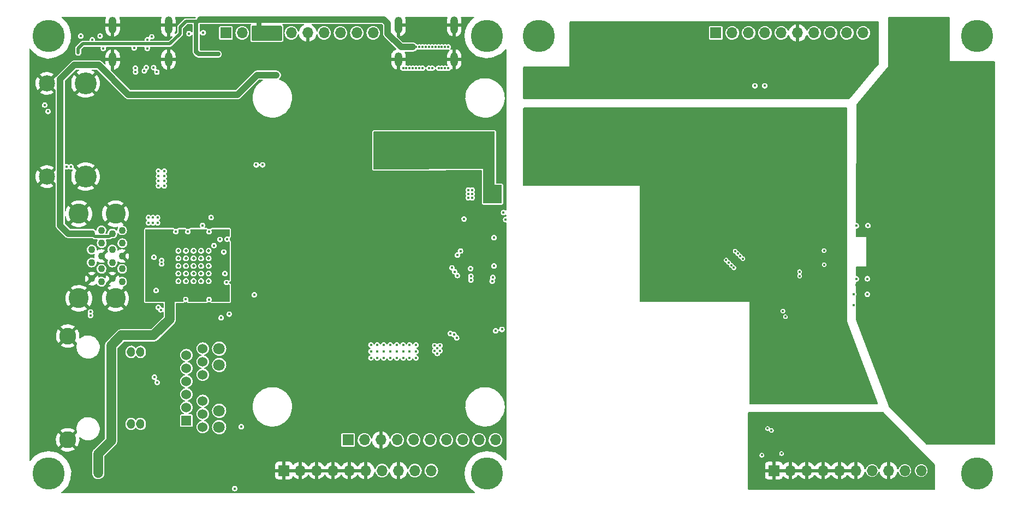
<source format=gbr>
%TF.GenerationSoftware,KiCad,Pcbnew,(6.0.8)*%
%TF.CreationDate,2022-12-13T14:59:49+09:00*%
%TF.ProjectId,audio,61756469-6f2e-46b6-9963-61645f706362,rev?*%
%TF.SameCoordinates,Original*%
%TF.FileFunction,Copper,L3,Inr*%
%TF.FilePolarity,Positive*%
%FSLAX46Y46*%
G04 Gerber Fmt 4.6, Leading zero omitted, Abs format (unit mm)*
G04 Created by KiCad (PCBNEW (6.0.8)) date 2022-12-13 14:59:49*
%MOMM*%
%LPD*%
G01*
G04 APERTURE LIST*
%TA.AperFunction,ComponentPad*%
%ADD10O,1.200000X2.200000*%
%TD*%
%TA.AperFunction,ComponentPad*%
%ADD11O,1.200000X2.700000*%
%TD*%
%TA.AperFunction,ComponentPad*%
%ADD12O,1.200000X2.600000*%
%TD*%
%TA.AperFunction,ComponentPad*%
%ADD13R,1.524000X1.524000*%
%TD*%
%TA.AperFunction,ComponentPad*%
%ADD14C,1.524000*%
%TD*%
%TA.AperFunction,ComponentPad*%
%ADD15C,1.800000*%
%TD*%
%TA.AperFunction,ComponentPad*%
%ADD16O,1.270000X1.524000*%
%TD*%
%TA.AperFunction,ComponentPad*%
%ADD17C,2.630000*%
%TD*%
%TA.AperFunction,ComponentPad*%
%ADD18C,2.610000*%
%TD*%
%TA.AperFunction,ComponentPad*%
%ADD19R,1.700000X1.700000*%
%TD*%
%TA.AperFunction,ComponentPad*%
%ADD20O,1.700000X1.700000*%
%TD*%
%TA.AperFunction,ComponentPad*%
%ADD21C,3.100000*%
%TD*%
%TA.AperFunction,ComponentPad*%
%ADD22C,1.100000*%
%TD*%
%TA.AperFunction,ComponentPad*%
%ADD23C,3.400000*%
%TD*%
%TA.AperFunction,ComponentPad*%
%ADD24C,2.500000*%
%TD*%
%TA.AperFunction,ComponentPad*%
%ADD25C,0.500000*%
%TD*%
%TA.AperFunction,ViaPad*%
%ADD26C,5.000000*%
%TD*%
%TA.AperFunction,ViaPad*%
%ADD27C,0.450000*%
%TD*%
%TA.AperFunction,Conductor*%
%ADD28C,1.000000*%
%TD*%
%TA.AperFunction,Conductor*%
%ADD29C,0.500000*%
%TD*%
%TA.AperFunction,Conductor*%
%ADD30C,0.800000*%
%TD*%
%TA.AperFunction,Conductor*%
%ADD31C,0.700000*%
%TD*%
%TA.AperFunction,Conductor*%
%ADD32C,1.500000*%
%TD*%
G04 APERTURE END LIST*
D10*
%TO.N,GND*%
%TO.C,J5*%
X66420000Y-7110000D03*
X57780000Y-7110000D03*
D11*
X66420000Y-1750000D03*
D12*
X57780000Y-1750000D03*
%TD*%
D13*
%TO.N,/CM4_docker1/CM4_LOW_SPEED/MXCT*%
%TO.C,J2*%
X24877500Y-63237500D03*
D14*
%TO.N,/CM4_docker1/CM4_LOW_SPEED/TRD2_N*%
X24877500Y-61205500D03*
%TO.N,/CM4_docker1/CM4_LOW_SPEED/TRD2_P*%
X24877500Y-59173500D03*
%TO.N,/CM4_docker1/CM4_LOW_SPEED/TRD1_P*%
X24877500Y-57141500D03*
%TO.N,/CM4_docker1/CM4_LOW_SPEED/TRD1_N*%
X24877500Y-55109500D03*
%TO.N,/CM4_docker1/CM4_LOW_SPEED/MXCT*%
X24877500Y-53077500D03*
X27417500Y-64253500D03*
%TO.N,/CM4_docker1/CM4_LOW_SPEED/TRD3_P*%
X27417500Y-62221500D03*
%TO.N,/CM4_docker1/CM4_LOW_SPEED/TRD3_N*%
X27417500Y-60189500D03*
%TO.N,/CM4_docker1/CM4_LOW_SPEED/TRD0_N*%
X27417500Y-56125500D03*
%TO.N,/CM4_docker1/CM4_LOW_SPEED/TRD0_P*%
X27417500Y-54093500D03*
%TO.N,/CM4_docker1/CM4_LOW_SPEED/MXCT*%
X27417500Y-52061500D03*
D15*
%TO.N,/CM4_docker1/3.3V*%
X29957500Y-64253500D03*
%TO.N,/CM4_docker1/CM4_LOW_SPEED/LED_GREEN*%
X29957500Y-61713500D03*
%TO.N,/CM4_docker1/CM4_LOW_SPEED/LED_YELLOW*%
X29957500Y-54601500D03*
%TO.N,/CM4_docker1/3.3V*%
X29957500Y-52061500D03*
D16*
%TO.N,unconnected-(J2-Pad17)*%
X17767500Y-63752500D03*
%TO.N,unconnected-(J2-Pad18)*%
X17767500Y-52572500D03*
%TO.N,unconnected-(J2-Pad19)*%
X16297500Y-63752500D03*
%TO.N,unconnected-(J2-Pad20)*%
X16297500Y-52572500D03*
D17*
%TO.N,GND*%
X6462500Y-66222000D03*
D18*
X6462500Y-50093000D03*
%TD*%
D19*
%TO.N,/CM4_docker1/USB_DEBUG_N*%
%TO.C,J6*%
X31000000Y-3000000D03*
D20*
%TO.N,/CM4_docker1/USB_DEBUG_P*%
X33540000Y-3000000D03*
%TO.N,/CM4_docker1/+5V*%
X36080000Y-3000000D03*
X38620000Y-3000000D03*
%TO.N,/CM4_docker1/I2S_LRCK*%
X41160000Y-3000000D03*
%TO.N,GND*%
X43700000Y-3000000D03*
%TO.N,/CM4_docker1/I2S_ADC*%
X46240000Y-3000000D03*
%TO.N,/CM4_docker1/nRPIBOOT*%
X48780000Y-3000000D03*
%TO.N,/CM4_docker1/I2S_BCLK*%
X51320000Y-3000000D03*
%TO.N,/CM4_docker1/3.3V*%
X53860000Y-3000000D03*
%TD*%
D21*
%TO.N,GND*%
%TO.C,J3*%
X8200000Y-44240000D03*
X13880000Y-44240000D03*
X8200000Y-31100000D03*
X13880000Y-31100000D03*
D22*
%TO.N,/CM4_docker1/xHCI-USB3/VBUS*%
X10200000Y-34170000D03*
%TO.N,/CM4_docker1/xHCI-USB3/PD2_N*%
X10200000Y-36670000D03*
%TO.N,/CM4_docker1/xHCI-USB3/PD2_P*%
X10200000Y-38670000D03*
%TO.N,GND*%
X10200000Y-41170000D03*
%TO.N,/CM4_docker1/xHCI-USB3/SSRX2_P*%
X11700000Y-41670000D03*
%TO.N,/CM4_docker1/xHCI-USB3/SSRX2_N*%
X11700000Y-39670000D03*
%TO.N,GND*%
X11700000Y-37670000D03*
%TO.N,/CM4_docker1/xHCI-USB3/SSTX2_P*%
X11750000Y-35670000D03*
%TO.N,/CM4_docker1/xHCI-USB3/SSTX2_N*%
X11700000Y-33670000D03*
%TO.N,/CM4_docker1/xHCI-USB3/VBUS*%
X13400000Y-34170000D03*
%TO.N,/CM4_docker1/xHCI-USB3/PD1_N*%
X13400000Y-36670000D03*
%TO.N,/CM4_docker1/xHCI-USB3/PD1_P*%
X13400000Y-38670000D03*
%TO.N,GND*%
X13400000Y-41170000D03*
%TO.N,/CM4_docker1/xHCI-USB3/SSRX1_N*%
X14900000Y-41670000D03*
%TO.N,/CM4_docker1/xHCI-USB3/SSRX1_P*%
X14900000Y-39670000D03*
%TO.N,GND*%
X14900000Y-37670000D03*
%TO.N,/CM4_docker1/xHCI-USB3/SSTX1_N*%
X14950000Y-35670000D03*
%TO.N,/CM4_docker1/xHCI-USB3/SSTX1_P*%
X14900000Y-33670000D03*
%TD*%
D19*
%TO.N,/CM4_docker1/+5V*%
%TO.C,J10*%
X49960000Y-66250000D03*
D20*
X52500000Y-66250000D03*
%TO.N,GND*%
X55040000Y-66250000D03*
%TO.N,/CM4_docker1/3.3V*%
X57580000Y-66250000D03*
%TO.N,/CM4_docker1/SD_CMD*%
X60120000Y-66250000D03*
%TO.N,/CM4_docker1/SD_CLK*%
X62660000Y-66250000D03*
%TO.N,/CM4_docker1/SD_DAT3*%
X65200000Y-66250000D03*
%TO.N,/CM4_docker1/SD_DAT2*%
X67740000Y-66250000D03*
%TO.N,/CM4_docker1/SD_DAT1*%
X70280000Y-66250000D03*
%TO.N,/CM4_docker1/SD_DAT0*%
X72820000Y-66250000D03*
%TD*%
D23*
%TO.N,GND*%
%TO.C,J1*%
X9228500Y-10842500D03*
X9228500Y-25342500D03*
D24*
X3228500Y-10842500D03*
X3228500Y-25342500D03*
%TD*%
D19*
%TO.N,GND*%
%TO.C,J7*%
X40000000Y-71000000D03*
D20*
X42540000Y-71000000D03*
X45080000Y-71000000D03*
X47620000Y-71000000D03*
X50160000Y-71000000D03*
X52700000Y-71000000D03*
%TO.N,/CM4_docker1/I2C1_SCL*%
X55240000Y-71000000D03*
%TO.N,GND*%
X57780000Y-71000000D03*
%TO.N,/CM4_docker1/I2C1_SDA*%
X60320000Y-71000000D03*
%TO.N,/CM4_docker1/3.3V*%
X62860000Y-71000000D03*
%TD*%
D10*
%TO.N,GND*%
%TO.C,J4*%
X22090000Y-7130000D03*
X13450000Y-7130000D03*
D11*
X22090000Y-1770000D03*
D12*
X13450000Y-1770000D03*
%TD*%
D25*
%TO.N,GND*%
%TO.C,U3*%
X28332500Y-36860000D03*
X25982500Y-36860000D03*
X27157500Y-39210000D03*
X25982500Y-38035000D03*
X25982500Y-41560000D03*
X24807500Y-40385000D03*
X23632500Y-39210000D03*
X28332500Y-40385000D03*
X24807500Y-36860000D03*
X23632500Y-38035000D03*
X25982500Y-39210000D03*
X23632500Y-41560000D03*
X27157500Y-38035000D03*
X24807500Y-41560000D03*
X27157500Y-41560000D03*
X28332500Y-39210000D03*
X23632500Y-40385000D03*
X25982500Y-40385000D03*
X24807500Y-38035000D03*
X24807500Y-39210000D03*
X27157500Y-36860000D03*
X27157500Y-40385000D03*
X28332500Y-38035000D03*
X23632500Y-36860000D03*
X28332500Y-41560000D03*
%TD*%
D19*
%TO.N,/isolation_module/GND_I2C*%
%TO.C,J9*%
X116000000Y-71000000D03*
D20*
X118540000Y-71000000D03*
X121080000Y-71000000D03*
X123620000Y-71000000D03*
X126160000Y-71000000D03*
X128700000Y-71000000D03*
%TO.N,/isolation_module/I2C1_SCL*%
X131240000Y-71000000D03*
%TO.N,/isolation_module/GND_I2C*%
X133780000Y-71000000D03*
%TO.N,/isolation_module/I2C1_SDA*%
X136320000Y-71000000D03*
%TO.N,/isolation_module/3.3V_I2C*%
X138860000Y-71000000D03*
%TD*%
D19*
%TO.N,/isolation_module/USB_DEBUG_N*%
%TO.C,J8*%
X107000000Y-3000000D03*
D20*
%TO.N,/isolation_module/USB_DEBUG_P*%
X109540000Y-3000000D03*
%TO.N,/isolation_module/+5V*%
X112080000Y-3000000D03*
X114620000Y-3000000D03*
%TO.N,/isolation_module/I2S_LRCK*%
X117160000Y-3000000D03*
%TO.N,/isolation_module/GND*%
X119700000Y-3000000D03*
%TO.N,/isolation_module/I2S_ADC*%
X122240000Y-3000000D03*
%TO.N,/isolation_module/nRPIBOOT*%
X124780000Y-3000000D03*
%TO.N,/isolation_module/I2S_BCLK*%
X127320000Y-3000000D03*
%TO.N,/isolation_module/3.3V*%
X129860000Y-3000000D03*
%TD*%
D26*
%TO.N,*%
X79500000Y-3500000D03*
X147500000Y-71500000D03*
X71500000Y-71500000D03*
X71500000Y-3500000D03*
X3500000Y-3500000D03*
X3500000Y-71500000D03*
X147500000Y-3500000D03*
D27*
%TO.N,/CM4_docker1/3.3V*%
X21450000Y-26000000D03*
X21450000Y-24500000D03*
X32400000Y-73800000D03*
X20550000Y-24500000D03*
X69200000Y-28600000D03*
X69200000Y-28000000D03*
X68600000Y-28600000D03*
X63800000Y-52800000D03*
X68600000Y-28000000D03*
X63400000Y-51600000D03*
X30268881Y-47268881D03*
X20550000Y-25250000D03*
X68600000Y-27400000D03*
X20354500Y-57300000D03*
X69200000Y-27400000D03*
X63400000Y-52400000D03*
X64200000Y-52400000D03*
X33400000Y-64200000D03*
X63800000Y-52000000D03*
X21450000Y-25250000D03*
X21450000Y-26750000D03*
X64200000Y-51600000D03*
X20550000Y-26750000D03*
X20550000Y-26000000D03*
%TO.N,/CM4_docker1/I2S_LRCK*%
X66920000Y-37530000D03*
X68973857Y-39604006D03*
%TO.N,/CM4_docker1/I2S_ADC*%
X72589664Y-39199999D03*
X67390000Y-36880000D03*
%TO.N,/CM4_docker1/I2S_BCLK*%
X72589665Y-34800000D03*
X67960000Y-31910000D03*
%TO.N,/CM4_docker1/I2C1_SCL*%
X66489500Y-40100000D03*
X66380500Y-49900000D03*
%TO.N,/4ch_mic/VDD_GND*%
X78000000Y-25000000D03*
X122800000Y-35600000D03*
X126300000Y-38200000D03*
X113000000Y-46000000D03*
X126000000Y-15000000D03*
X85600000Y-21200000D03*
X126000000Y-18000000D03*
X120700000Y-15000000D03*
X82000000Y-26000000D03*
X127100000Y-35800000D03*
X114000000Y-16000000D03*
X87200000Y-19400000D03*
X126500000Y-31500000D03*
X109000000Y-40000000D03*
X121000000Y-58000000D03*
X126000000Y-21000000D03*
X109000000Y-16000000D03*
X126500000Y-45300000D03*
X124000000Y-32000000D03*
X125300000Y-31500000D03*
X94985539Y-14987733D03*
X78200000Y-20900000D03*
X100000000Y-44000000D03*
X106000000Y-44000000D03*
X111000000Y-44000000D03*
X126300000Y-35800000D03*
X122800000Y-39000000D03*
X126000000Y-24000000D03*
X101500000Y-18200000D03*
X120700000Y-15700000D03*
X100400000Y-18200000D03*
X120700000Y-16300000D03*
X81900000Y-21000000D03*
X126300000Y-37000000D03*
X96000000Y-30000000D03*
X98000000Y-15000000D03*
X113700000Y-55300000D03*
X123688000Y-22012000D03*
X108000000Y-39000000D03*
X117800000Y-58200000D03*
X122800000Y-36800000D03*
X85900000Y-19400000D03*
X119900000Y-29700000D03*
X127100000Y-37000000D03*
X94500000Y-26250000D03*
X90000000Y-18100000D03*
X96000000Y-40000000D03*
X92000000Y-15000000D03*
X96000000Y-44000000D03*
X104000000Y-16000000D03*
X125000000Y-41000000D03*
X126000000Y-58000000D03*
X123688000Y-24545000D03*
X126000000Y-51000000D03*
X119000000Y-16000000D03*
X119000000Y-31500000D03*
X124000000Y-46000000D03*
X127100000Y-38200000D03*
X111000000Y-36000000D03*
X86600000Y-22900000D03*
X79000000Y-16000000D03*
X128000000Y-56000000D03*
X85000000Y-16000000D03*
X80700000Y-21000000D03*
X113000000Y-50000000D03*
X86600000Y-22200000D03*
X85600000Y-23400000D03*
X124000000Y-29000000D03*
X89000000Y-26000000D03*
X96000000Y-35000000D03*
X112000000Y-37000000D03*
X85600000Y-22300000D03*
%TO.N,/4ch_mic/VDD_3.3V*%
X109800000Y-39500000D03*
X111200000Y-38100000D03*
X110400000Y-37300000D03*
X110800000Y-37700000D03*
X108600000Y-38300000D03*
X109000000Y-38700000D03*
X110000000Y-36900000D03*
X109400000Y-39100000D03*
%TO.N,/CM4_docker1/I2C1_SDA*%
X66070000Y-39500000D03*
X65800000Y-49700000D03*
%TO.N,/CM4_docker1/+5V*%
X69000000Y-23100000D03*
X64500000Y-8500000D03*
X64000000Y-8500000D03*
X60500000Y-51500000D03*
X62500000Y-5200000D03*
X69000000Y-21700000D03*
X65500000Y-8500000D03*
X71900000Y-28700000D03*
X27200000Y-6200000D03*
X63000000Y-5200000D03*
X56200000Y-21800000D03*
X56500000Y-52500000D03*
X59500000Y-52500000D03*
X59500000Y-53500000D03*
X58500000Y-8500000D03*
X70500000Y-23100000D03*
X29300000Y-6300000D03*
X53500000Y-52500000D03*
X70500000Y-21700000D03*
X57700000Y-23200000D03*
X71900000Y-23100000D03*
X27800000Y-6200000D03*
X54700000Y-23200000D03*
X60000000Y-5200000D03*
X57500000Y-53500000D03*
X55500000Y-53500000D03*
X65500000Y-5200000D03*
X53500000Y-51500000D03*
X64000000Y-5200000D03*
X71900000Y-18900000D03*
X8100000Y-6100000D03*
X29800000Y-6300000D03*
X61000000Y-5200000D03*
X61500000Y-8500000D03*
X26400000Y-5900000D03*
X55500000Y-51500000D03*
X63500000Y-5200000D03*
X69000000Y-18950000D03*
X61000000Y-8500000D03*
X60500000Y-8500000D03*
X63000000Y-8500000D03*
X54700000Y-19000000D03*
X60500000Y-5200000D03*
X26400000Y-4100000D03*
X57700000Y-21800000D03*
X56500000Y-53500000D03*
X65000000Y-8500000D03*
X57500000Y-52500000D03*
X60500000Y-53500000D03*
X26400000Y-5300000D03*
X59500000Y-8500000D03*
X58500000Y-53500000D03*
X60000000Y-8500000D03*
X55500000Y-52500000D03*
X56200000Y-23200000D03*
X26400000Y-4700000D03*
X71900000Y-24500000D03*
X59000000Y-5200000D03*
X64500000Y-5200000D03*
X54700000Y-20400000D03*
X62500000Y-8500000D03*
X53500000Y-53500000D03*
X54700000Y-21800000D03*
X56200000Y-20400000D03*
X8100000Y-5400000D03*
X54500000Y-53500000D03*
X54500000Y-51500000D03*
X58500000Y-52500000D03*
X71900000Y-27300000D03*
X57500000Y-51500000D03*
X59000000Y-8500000D03*
X54500000Y-52500000D03*
X56500000Y-51500000D03*
X59500000Y-51500000D03*
X62000000Y-5200000D03*
X70500000Y-18900000D03*
X58500000Y-51500000D03*
X65000000Y-5200000D03*
X59200000Y-23200000D03*
X58500000Y-5200000D03*
X60500000Y-52500000D03*
X61500000Y-5200000D03*
X59500000Y-5200000D03*
X71900000Y-25900000D03*
%TO.N,/CM4_docker1/CM4_HIGH_SPEED/USB_OTG_ID*%
X19500000Y-3600000D03*
X20300000Y-9100000D03*
%TO.N,/CM4_docker1/CM4_LOW_SPEED/VBUS*%
X16763162Y-5363162D03*
X12000000Y-5400000D03*
X8500000Y-3500000D03*
X11500000Y-3500000D03*
X18800000Y-5400000D03*
X10304018Y-4095500D03*
%TO.N,/CM4_docker1/CM4_HIGH_SPEED/HDMI0_CEC*%
X36680000Y-23500000D03*
X35710500Y-23500000D03*
%TO.N,GND*%
X17400000Y-25900000D03*
X10000000Y-45700000D03*
X51000000Y-64000000D03*
X61000000Y-36000000D03*
X22900000Y-16800000D03*
X31500000Y-4400000D03*
X52999999Y-33967462D03*
X15000000Y-74000000D03*
X25100000Y-32200000D03*
X71300000Y-45700000D03*
X18100000Y-25900000D03*
X7500000Y-60000000D03*
X20300000Y-16800000D03*
X33110246Y-44286725D03*
X34200000Y-26300000D03*
X8000000Y-14600000D03*
X2000000Y-40000000D03*
X38200000Y-33000000D03*
X30600000Y-4400000D03*
X57000000Y-62000000D03*
X27900000Y-19700000D03*
X27800000Y-5200000D03*
X33600000Y-34600000D03*
X8000000Y-19100000D03*
X28400000Y-5200000D03*
X44000000Y-68000000D03*
X30600000Y-68900000D03*
X18100000Y-24000000D03*
X38200000Y-30600000D03*
X31100000Y-68900000D03*
X50000000Y-14000000D03*
X53200000Y-41784500D03*
X55800000Y-49000000D03*
X38511398Y-51346765D03*
X53000000Y-74000000D03*
X14300000Y-16800000D03*
X11000000Y-74000000D03*
X42000000Y-63000000D03*
X68400000Y-15700000D03*
X38300000Y-24200000D03*
X31100000Y-69900000D03*
X63000000Y-74000000D03*
X17400000Y-35900000D03*
X67000000Y-74000000D03*
X67000000Y-71000000D03*
X30600000Y-69400000D03*
X50000000Y-21000000D03*
X36356607Y-56161876D03*
X72000000Y-37000000D03*
X55800000Y-41784500D03*
X35100000Y-42900000D03*
X69330000Y-44410000D03*
X61000000Y-49000000D03*
X18000000Y-39400000D03*
X71000000Y-7700000D03*
X8000000Y-17600000D03*
X69210000Y-25200000D03*
X38200000Y-29400000D03*
X72000000Y-31000000D03*
X19214500Y-8900000D03*
X30100000Y-69900000D03*
X33000000Y-4400000D03*
X2000000Y-8000000D03*
X24100000Y-24200000D03*
X31100000Y-69400000D03*
X16480000Y-8810000D03*
X2000000Y-13000000D03*
X33000000Y-24800000D03*
X41496799Y-46645963D03*
X34600000Y-3900000D03*
X50000000Y-24000000D03*
X7500000Y-55000000D03*
X70700000Y-48500000D03*
X2000000Y-66000000D03*
X13200000Y-23700000D03*
X69270000Y-43200000D03*
X29100000Y-4200000D03*
X8000000Y-20600000D03*
X53000000Y-30000000D03*
X57000000Y-55000000D03*
X13700000Y-25100000D03*
X67000000Y-69000000D03*
X27200000Y-27200000D03*
X37000000Y-74000000D03*
X31100000Y-22900000D03*
X23200000Y-29390000D03*
X20000000Y-22900000D03*
X2000000Y-56000000D03*
X72410000Y-43200000D03*
X48000000Y-66000000D03*
X16900000Y-22900000D03*
X49600000Y-41854500D03*
X28700000Y-4700000D03*
X42000000Y-57750000D03*
X8000000Y-71000000D03*
X2000000Y-29000000D03*
X2000000Y-51000000D03*
X40000000Y-68000000D03*
X20039250Y-74015106D03*
X40000000Y-57750000D03*
X37800000Y-37500000D03*
X2000000Y-18000000D03*
X50000000Y-37000000D03*
X53000000Y-37000000D03*
X30100000Y-68900000D03*
X18100000Y-26600000D03*
X16500000Y-42300000D03*
X34100000Y-4400000D03*
X59000000Y-49000000D03*
X61000000Y-13000000D03*
X56000000Y-12000000D03*
X32300000Y-4100000D03*
X40000000Y-66000000D03*
X73700000Y-16300000D03*
X25000000Y-16800000D03*
X61000000Y-55000000D03*
X50000000Y-30000000D03*
X9250000Y-47250000D03*
X11500000Y-2300000D03*
X48000000Y-74000000D03*
X50000000Y-18000000D03*
X43071381Y-45071381D03*
X37800000Y-39500000D03*
X2000000Y-23000000D03*
X48000000Y-68000000D03*
X43000000Y-60000000D03*
X56000000Y-10000000D03*
X14600000Y-25100000D03*
X27200000Y-5200000D03*
X34500000Y-1900000D03*
X37800000Y-41200000D03*
X51000000Y-49000000D03*
X36312877Y-51345101D03*
X38200000Y-31800000D03*
X11800000Y-19100000D03*
X28900000Y-28900000D03*
X20000000Y-45300000D03*
X58000000Y-74000000D03*
X46000000Y-58000000D03*
X10750000Y-47250000D03*
X66500000Y-11400000D03*
X14900000Y-23600000D03*
X18000000Y-42300000D03*
X61000000Y-58000000D03*
X58600000Y-41784500D03*
X11871096Y-22092500D03*
X61000000Y-10000000D03*
X1991349Y-60976113D03*
X29100000Y-3500000D03*
X53200000Y-49000000D03*
X43000000Y-74000000D03*
X61000000Y-30000000D03*
X71730000Y-42120000D03*
X68700000Y-48600000D03*
X61000000Y-33000000D03*
X49750000Y-50000000D03*
X44500000Y-55250000D03*
X31000000Y-71000000D03*
X8000000Y-22100000D03*
X53000000Y-27000000D03*
X58000000Y-14000000D03*
X22800000Y-23000000D03*
X11871096Y-20592500D03*
X31300000Y-31400000D03*
X30100000Y-69400000D03*
X7000000Y-21000000D03*
X53000000Y-18000000D03*
X61000000Y-27000000D03*
X7000000Y-14000000D03*
X61000000Y-16000000D03*
X29000000Y-74000000D03*
X74000000Y-7000000D03*
X73600000Y-20200000D03*
X34400000Y-31600000D03*
X32500000Y-44300000D03*
X39000000Y-49000000D03*
X25400000Y-30990000D03*
X17400000Y-16800000D03*
X48000000Y-51750000D03*
X53000000Y-55000000D03*
X5000000Y-35000000D03*
X26300000Y-18000000D03*
X53000000Y-21000000D03*
X38200000Y-25800000D03*
X37800000Y-35400000D03*
X21100000Y-46600000D03*
X50000000Y-27000000D03*
X29500000Y-21300000D03*
X54000000Y-63000000D03*
X43250000Y-56500000D03*
X61000000Y-39000000D03*
X32500000Y-43600000D03*
X72000000Y-53000000D03*
X23300000Y-32300000D03*
X34400000Y-33500000D03*
X53000000Y-24000000D03*
X72000000Y-57000000D03*
X50000000Y-34000000D03*
X33100000Y-43600000D03*
X2000000Y-34000000D03*
X2000000Y-46000000D03*
X74000000Y-10000000D03*
X72000000Y-7700000D03*
X26100000Y-32200000D03*
X50000000Y-56000000D03*
X11800000Y-17600000D03*
X57000000Y-69000000D03*
X25000000Y-74000000D03*
X38200000Y-28200000D03*
X7000000Y-17000000D03*
X59000000Y-60000000D03*
X29600000Y-2500000D03*
X45071381Y-43071381D03*
X61500000Y-41784500D03*
X25700000Y-25700000D03*
X46250000Y-53500000D03*
X17400000Y-26600000D03*
X30600000Y-69900000D03*
X38392883Y-56157301D03*
X38200000Y-27000000D03*
X14600000Y-27100000D03*
%TO.N,/CM4_docker1/xHCI-USB3/A3.3v*%
X20170000Y-43030000D03*
X25100000Y-33880000D03*
X20400000Y-32500000D03*
X30860000Y-40420000D03*
X19700000Y-32500000D03*
X28400000Y-33900000D03*
X24782500Y-44412500D03*
X19870000Y-37870000D03*
X19000000Y-32500000D03*
X23250000Y-33880000D03*
X20400000Y-31700000D03*
X19700000Y-31700000D03*
X31120000Y-41780000D03*
X31210000Y-35040000D03*
X28400000Y-44420000D03*
X19000000Y-31700000D03*
%TO.N,/CM4_docker1/xHCI-USB3/VBUS*%
X36950001Y-9549999D03*
X39050001Y-9549999D03*
X38350001Y-9549999D03*
X37650001Y-9549999D03*
%TO.N,/CM4_docker1/xHCI-USB3/A1.05v*%
X27200000Y-44420000D03*
X11200000Y-71600000D03*
X26000000Y-44420000D03*
X19010000Y-35930000D03*
X11600000Y-69600000D03*
X23600000Y-44430000D03*
X31210000Y-36040000D03*
X26150000Y-33880000D03*
X10800000Y-71200000D03*
X11600000Y-71200000D03*
X19890000Y-39210000D03*
X20100000Y-40680000D03*
X11200000Y-70800000D03*
X10800000Y-70400000D03*
X11600000Y-70400000D03*
X11200000Y-70000000D03*
X10800000Y-69600000D03*
%TO.N,/CM4_docker1/xHCI-USB3/SSTX2_P*%
X9995100Y-46355000D03*
%TO.N,/CM4_docker1/xHCI-USB3/SSTX2_N*%
X9995100Y-46905000D03*
%TO.N,/CM4_docker1/xHCI-USB3/PD2_N*%
X20914290Y-46037119D03*
%TO.N,/CM4_docker1/xHCI-USB3/PD2_P*%
X20525380Y-45648209D03*
%TO.N,/CM4_docker1/xHCI-USB3/PD1_N*%
X21032086Y-38885000D03*
%TO.N,/CM4_docker1/xHCI-USB3/PD1_P*%
X21032086Y-38335000D03*
%TO.N,/CM4_docker1/xHCI-USB3/PWR*%
X6300000Y-23800000D03*
X2900000Y-14200000D03*
X27500000Y-3000000D03*
%TO.N,/CM4_docker1/xHCI-USB3/nEXTRST*%
X30692878Y-37045937D03*
X30100000Y-35100000D03*
%TO.N,/CM4_docker1/xHCI-USB3/nOCS1*%
X7000000Y-23800000D03*
X28700000Y-31700000D03*
X25300000Y-3100000D03*
X27400000Y-32900000D03*
X3400000Y-15200000D03*
%TO.N,/CM4_docker1/CM4_HIGH_SPEED/PCIE_CLK_nREQ*%
X29153000Y-36039500D03*
X35400000Y-43700000D03*
%TO.N,/CM4_docker1/CM4_LOW_SPEED/ETH_LEDY*%
X72300000Y-41600000D03*
X69000000Y-41400000D03*
%TO.N,/CM4_docker1/CM4_LOW_SPEED/ETH_LEDG*%
X69000000Y-40820497D03*
X72400000Y-41000000D03*
%TO.N,/CM4_docker1/CM4_LOW_SPEED/LED_GREEN*%
X19900000Y-56500000D03*
%TO.N,/CM4_docker1/CM4_LOW_SPEED/LED_YELLOW*%
X31500000Y-46700000D03*
%TO.N,/CM4_docker1/USB_DEBUG_N*%
X18360000Y-8910000D03*
X16980000Y-8470000D03*
%TO.N,/CM4_docker1/USB_DEBUG_P*%
X17000000Y-9080000D03*
X18650000Y-8370000D03*
%TO.N,/CM4_docker1/CM4_LOW_SPEED/CC1*%
X19800000Y-8400000D03*
X18800000Y-4095500D03*
%TO.N,/isolation_module/3.3V*%
X114600000Y-11220000D03*
X113080000Y-11220000D03*
%TO.N,/isolation_module/GND*%
X87200000Y-11500000D03*
X90000000Y-10200000D03*
X85900000Y-11500000D03*
X86500000Y-6800000D03*
X80900000Y-11500000D03*
X86500000Y-8000000D03*
X100400000Y-12200000D03*
X101600000Y-12200000D03*
X78300000Y-11500000D03*
%TO.N,/isolation_module/I2C1_SCL*%
X115640000Y-64780000D03*
X117200000Y-68370000D03*
%TO.N,/isolation_module/I2C1_SDA*%
X114130000Y-68610000D03*
X115010000Y-64470000D03*
%TO.N,/4ch_mic/ISO_SDA*%
X120000000Y-40800000D03*
X117400000Y-46200000D03*
%TO.N,/4ch_mic/ISO_SCK*%
X120000000Y-40100000D03*
X117800000Y-47100000D03*
%TO.N,/4ch_mic/VCC_DIO*%
X123780000Y-36800000D03*
X123810000Y-39030000D03*
%TO.N,/4ch_mic/AVCC_3.3V*%
X128800000Y-41220000D03*
X130500000Y-43600000D03*
X130600000Y-32910000D03*
X130500000Y-41200000D03*
X128800000Y-32980000D03*
X128400000Y-43600000D03*
%TO.N,/4ch_mic/AVCC_GND*%
X148200000Y-8625000D03*
X140993415Y-1982698D03*
X131000000Y-13000000D03*
X148200000Y-50875000D03*
X132700000Y-14000000D03*
X129000000Y-30900000D03*
X136000000Y-62000000D03*
X140700000Y-19650000D03*
X145000000Y-9000000D03*
X141000000Y-5000000D03*
X131000000Y-27000000D03*
X134000000Y-59000000D03*
X143375000Y-61750000D03*
X149000000Y-46000000D03*
X148200000Y-40500000D03*
X134800000Y-24550000D03*
X148200000Y-62575000D03*
X136000000Y-2000000D03*
X149000000Y-44000000D03*
X128800000Y-42200000D03*
X130500000Y-45300000D03*
X134100000Y-35700000D03*
X143225000Y-32750000D03*
X135500134Y-14000938D03*
X137700000Y-38100000D03*
X138000000Y-13000000D03*
X142000000Y-8000000D03*
X148200000Y-33650000D03*
X134725000Y-20750000D03*
X134100000Y-36600000D03*
X149000000Y-17000000D03*
X135000000Y-10000000D03*
X131000000Y-50000000D03*
X134000000Y-37700000D03*
X137700000Y-37100000D03*
X136200000Y-15100000D03*
X149000000Y-13000000D03*
X148200000Y-21775000D03*
X148200000Y-52200000D03*
X131785500Y-35700000D03*
X137000000Y-19000000D03*
X149000000Y-31000000D03*
X149000000Y-29000000D03*
X136200000Y-15700000D03*
X149000000Y-60000000D03*
X149000000Y-56000000D03*
X149000000Y-27000000D03*
X149000000Y-15000000D03*
X143450000Y-47250000D03*
X134725000Y-22000000D03*
X148200000Y-23225000D03*
X147000000Y-66000000D03*
X132000000Y-54000000D03*
X142000000Y-66000000D03*
X136000000Y-6000000D03*
X128400000Y-45300000D03*
X149000000Y-42000000D03*
X139000000Y-65000000D03*
X149000000Y-58000000D03*
X136200000Y-16400000D03*
%TO.N,/CM4_docker1/SD_DAT2*%
X72840000Y-49310000D03*
X74066875Y-30919469D03*
%TO.N,/CM4_docker1/SD_DAT1*%
X74400000Y-32000000D03*
X73820000Y-49070000D03*
%TO.N,/CM4_docker1/SD_CMD*%
X66904000Y-40700000D03*
X66800000Y-50400000D03*
%TO.N,/isolation_module/GND_I2C*%
X135000000Y-66000000D03*
X119000000Y-63000000D03*
X113000000Y-73000000D03*
X125000000Y-63000000D03*
X114650000Y-65010000D03*
X122000000Y-63000000D03*
X132000000Y-63000000D03*
X129000000Y-63000000D03*
X137000000Y-68000000D03*
%TD*%
D28*
%TO.N,/CM4_docker1/+5V*%
X60000000Y-5200000D02*
X58200000Y-5200000D01*
D29*
X26700000Y-1200000D02*
X24800000Y-1200000D01*
X24800000Y-1200000D02*
X23900000Y-2100000D01*
X23900000Y-3100000D02*
X22300000Y-4700000D01*
X8800000Y-4700000D02*
X8100000Y-5400000D01*
X22300000Y-4700000D02*
X8800000Y-4700000D01*
D30*
X36080000Y-980000D02*
X36000000Y-900000D01*
D28*
X56100000Y-3100000D02*
X56100000Y-1500000D01*
X27000000Y-900000D02*
X36000000Y-900000D01*
D31*
X29800000Y-6300000D02*
X26800000Y-6300000D01*
D29*
X59000000Y-5200000D02*
X58200000Y-5200000D01*
D28*
X58200000Y-5200000D02*
X56100000Y-3100000D01*
D29*
X23900000Y-2100000D02*
X23900000Y-3100000D01*
X8100000Y-5400000D02*
X8100000Y-6100000D01*
D28*
X36000000Y-900000D02*
X55500000Y-900000D01*
D31*
X26400000Y-5900000D02*
X26400000Y-1500000D01*
D30*
X36080000Y-3000000D02*
X36080000Y-980000D01*
D28*
X56100000Y-1500000D02*
X55500000Y-900000D01*
D29*
X26400000Y-1500000D02*
X26700000Y-1200000D01*
D31*
X26800000Y-6300000D02*
X26400000Y-5900000D01*
D28*
%TO.N,/CM4_docker1/xHCI-USB3/VBUS*%
X32800000Y-12600000D02*
X35850001Y-9549999D01*
D29*
X10680000Y-34650000D02*
X10200000Y-34170000D01*
X12920000Y-34650000D02*
X10680000Y-34650000D01*
X13400000Y-34170000D02*
X12920000Y-34650000D01*
D28*
X5300000Y-10200000D02*
X7500000Y-8000000D01*
X7500000Y-8000000D02*
X11300000Y-8000000D01*
X6570000Y-34170000D02*
X5300000Y-32900000D01*
X10200000Y-34170000D02*
X6570000Y-34170000D01*
X15900000Y-12600000D02*
X32800000Y-12600000D01*
X11300000Y-8000000D02*
X15900000Y-12600000D01*
X35850001Y-9549999D02*
X38850001Y-9549999D01*
X5300000Y-32900000D02*
X5300000Y-10200000D01*
D32*
%TO.N,/CM4_docker1/xHCI-USB3/A1.05v*%
X19800000Y-50000000D02*
X14800000Y-50000000D01*
X13200000Y-51600000D02*
X13200000Y-66400000D01*
X22300000Y-44500000D02*
X22300000Y-47500000D01*
X11200000Y-68400000D02*
X11200000Y-71400000D01*
X22300000Y-47500000D02*
X19800000Y-50000000D01*
X13200000Y-66400000D02*
X11200000Y-68400000D01*
X14800000Y-50000000D02*
X13200000Y-51600000D01*
%TD*%
%TA.AperFunction,Conductor*%
%TO.N,GND*%
G36*
X33000000Y-70300000D02*
G01*
X29800000Y-70300000D01*
X29800000Y-68600000D01*
X33000000Y-68600000D01*
X33000000Y-70300000D01*
G37*
%TD.AperFunction*%
%TD*%
%TA.AperFunction,Conductor*%
%TO.N,/CM4_docker1/+5V*%
G36*
X39659191Y-1918907D02*
G01*
X39695155Y-1968407D01*
X39700000Y-1999000D01*
X39700000Y-4101000D01*
X39681093Y-4159191D01*
X39631593Y-4195155D01*
X39601000Y-4200000D01*
X35099000Y-4200000D01*
X35040809Y-4181093D01*
X35004845Y-4131593D01*
X35000000Y-4101000D01*
X35000000Y-3974432D01*
X35001219Y-3958945D01*
X35009336Y-3907696D01*
X35010555Y-3900000D01*
X35001219Y-3841055D01*
X35000000Y-3825568D01*
X35000000Y-1999000D01*
X35018907Y-1940809D01*
X35068407Y-1904845D01*
X35099000Y-1900000D01*
X39601000Y-1900000D01*
X39659191Y-1918907D01*
G37*
%TD.AperFunction*%
%TD*%
%TA.AperFunction,Conductor*%
%TO.N,/CM4_docker1/+5V*%
G36*
X72659191Y-18318907D02*
G01*
X72695155Y-18368407D01*
X72700000Y-18399000D01*
X72700000Y-26600000D01*
X73701000Y-26600000D01*
X73759191Y-26618907D01*
X73795155Y-26668407D01*
X73800000Y-26699000D01*
X73800000Y-29401000D01*
X73781093Y-29459191D01*
X73731593Y-29495155D01*
X73701000Y-29500000D01*
X70999000Y-29500000D01*
X70940809Y-29481093D01*
X70904845Y-29431593D01*
X70900000Y-29401000D01*
X70900000Y-24100000D01*
X70891823Y-24100048D01*
X53999582Y-24199414D01*
X53941281Y-24180850D01*
X53905027Y-24131562D01*
X53900000Y-24100416D01*
X53900000Y-18399000D01*
X53918907Y-18340809D01*
X53968407Y-18304845D01*
X53999000Y-18300000D01*
X72601000Y-18300000D01*
X72659191Y-18318907D01*
G37*
%TD.AperFunction*%
%TD*%
%TA.AperFunction,Conductor*%
%TO.N,/isolation_module/GND_I2C*%
G36*
X133011702Y-61919962D02*
G01*
X133043853Y-61944949D01*
X140938570Y-70037034D01*
X140957652Y-70056593D01*
X140995388Y-70123859D01*
X141000000Y-70160643D01*
X141000000Y-73851000D01*
X140980038Y-73925500D01*
X140925500Y-73980038D01*
X140851000Y-74000000D01*
X112149000Y-74000000D01*
X112074500Y-73980038D01*
X112019962Y-73925500D01*
X112000000Y-73851000D01*
X112000000Y-71894060D01*
X114642001Y-71894060D01*
X114642436Y-71902091D01*
X114647740Y-71950923D01*
X114652027Y-71968953D01*
X114696101Y-72086520D01*
X114706196Y-72104959D01*
X114780728Y-72204407D01*
X114795593Y-72219272D01*
X114895041Y-72293804D01*
X114913480Y-72303899D01*
X115031044Y-72347972D01*
X115049079Y-72352261D01*
X115097912Y-72357566D01*
X115105938Y-72358000D01*
X115726384Y-72358000D01*
X115741855Y-72353855D01*
X115746000Y-72338384D01*
X115746000Y-72338383D01*
X116254000Y-72338383D01*
X116258145Y-72353854D01*
X116273616Y-72357999D01*
X116894060Y-72357999D01*
X116902091Y-72357564D01*
X116950923Y-72352260D01*
X116968953Y-72347973D01*
X117086520Y-72303899D01*
X117104959Y-72293804D01*
X117204407Y-72219272D01*
X117219272Y-72204407D01*
X117293804Y-72104959D01*
X117303899Y-72086519D01*
X117330841Y-72014653D01*
X117375684Y-71951901D01*
X117445896Y-71919978D01*
X117522662Y-71927438D01*
X117577407Y-71965521D01*
X117578231Y-71964680D01*
X117591311Y-71977489D01*
X117753716Y-72112320D01*
X117763686Y-72119302D01*
X117945945Y-72225805D01*
X117956920Y-72231064D01*
X118154127Y-72306370D01*
X118165817Y-72309766D01*
X118266778Y-72330306D01*
X118282765Y-72329328D01*
X118286000Y-72322840D01*
X118286000Y-72317016D01*
X118794000Y-72317016D01*
X118798145Y-72332487D01*
X118807271Y-72334932D01*
X118817244Y-72333654D01*
X118829167Y-72331120D01*
X119031348Y-72270463D01*
X119042691Y-72266017D01*
X119232245Y-72173156D01*
X119242715Y-72166915D01*
X119414552Y-72044345D01*
X119423874Y-72036467D01*
X119573381Y-71887480D01*
X119581281Y-71878198D01*
X119690103Y-71726756D01*
X119749787Y-71677905D01*
X119825902Y-71665441D01*
X119898051Y-71692704D01*
X119938146Y-71735852D01*
X119977190Y-71799566D01*
X119984403Y-71809422D01*
X120122591Y-71968950D01*
X120131311Y-71977489D01*
X120293716Y-72112320D01*
X120303686Y-72119302D01*
X120485945Y-72225805D01*
X120496920Y-72231064D01*
X120694127Y-72306370D01*
X120705817Y-72309766D01*
X120806778Y-72330306D01*
X120822765Y-72329328D01*
X120826000Y-72322840D01*
X120826000Y-72317016D01*
X121334000Y-72317016D01*
X121338145Y-72332487D01*
X121347271Y-72334932D01*
X121357244Y-72333654D01*
X121369167Y-72331120D01*
X121571348Y-72270463D01*
X121582691Y-72266017D01*
X121772245Y-72173156D01*
X121782715Y-72166915D01*
X121954552Y-72044345D01*
X121963874Y-72036467D01*
X122113381Y-71887480D01*
X122121281Y-71878198D01*
X122230103Y-71726756D01*
X122289787Y-71677905D01*
X122365902Y-71665441D01*
X122438051Y-71692704D01*
X122478146Y-71735852D01*
X122517190Y-71799566D01*
X122524403Y-71809422D01*
X122662591Y-71968950D01*
X122671311Y-71977489D01*
X122833716Y-72112320D01*
X122843686Y-72119302D01*
X123025945Y-72225805D01*
X123036920Y-72231064D01*
X123234127Y-72306370D01*
X123245817Y-72309766D01*
X123346778Y-72330306D01*
X123362765Y-72329328D01*
X123366000Y-72322840D01*
X123366000Y-72317016D01*
X123874000Y-72317016D01*
X123878145Y-72332487D01*
X123887271Y-72334932D01*
X123897244Y-72333654D01*
X123909167Y-72331120D01*
X124111348Y-72270463D01*
X124122691Y-72266017D01*
X124312245Y-72173156D01*
X124322715Y-72166915D01*
X124494552Y-72044345D01*
X124503874Y-72036467D01*
X124653381Y-71887480D01*
X124661281Y-71878198D01*
X124770103Y-71726756D01*
X124829787Y-71677905D01*
X124905902Y-71665441D01*
X124978051Y-71692704D01*
X125018146Y-71735852D01*
X125057190Y-71799566D01*
X125064403Y-71809422D01*
X125202591Y-71968950D01*
X125211311Y-71977489D01*
X125373716Y-72112320D01*
X125383686Y-72119302D01*
X125565945Y-72225805D01*
X125576920Y-72231064D01*
X125774127Y-72306370D01*
X125785817Y-72309766D01*
X125886778Y-72330306D01*
X125902765Y-72329328D01*
X125906000Y-72322840D01*
X125906000Y-72317016D01*
X126414000Y-72317016D01*
X126418145Y-72332487D01*
X126427271Y-72334932D01*
X126437244Y-72333654D01*
X126449167Y-72331120D01*
X126651348Y-72270463D01*
X126662691Y-72266017D01*
X126852245Y-72173156D01*
X126862715Y-72166915D01*
X127034552Y-72044345D01*
X127043874Y-72036467D01*
X127193381Y-71887480D01*
X127201281Y-71878198D01*
X127310103Y-71726756D01*
X127369787Y-71677905D01*
X127445902Y-71665441D01*
X127518051Y-71692704D01*
X127558146Y-71735852D01*
X127597190Y-71799566D01*
X127604403Y-71809422D01*
X127742591Y-71968950D01*
X127751311Y-71977489D01*
X127913716Y-72112320D01*
X127923686Y-72119302D01*
X128105945Y-72225805D01*
X128116920Y-72231064D01*
X128314127Y-72306370D01*
X128325817Y-72309766D01*
X128426778Y-72330306D01*
X128442765Y-72329328D01*
X128446000Y-72322840D01*
X128446000Y-72317016D01*
X128954000Y-72317016D01*
X128958145Y-72332487D01*
X128967271Y-72334932D01*
X128977244Y-72333654D01*
X128989167Y-72331120D01*
X129191348Y-72270463D01*
X129202691Y-72266017D01*
X129392245Y-72173156D01*
X129402715Y-72166915D01*
X129574552Y-72044345D01*
X129583874Y-72036467D01*
X129733381Y-71887480D01*
X129741281Y-71878198D01*
X129864451Y-71706789D01*
X129870734Y-71696332D01*
X129964254Y-71507109D01*
X129968742Y-71495775D01*
X130024413Y-71312540D01*
X130065170Y-71247061D01*
X130133207Y-71210733D01*
X130210293Y-71213290D01*
X130275772Y-71254047D01*
X130310206Y-71314786D01*
X130321933Y-71355686D01*
X130321934Y-71355688D01*
X130323943Y-71362693D01*
X130411837Y-71533715D01*
X130531275Y-71684408D01*
X130536821Y-71689128D01*
X130591722Y-71735852D01*
X130677708Y-71809032D01*
X130845559Y-71902841D01*
X131028433Y-71962261D01*
X131136216Y-71975113D01*
X131212136Y-71984166D01*
X131212138Y-71984166D01*
X131219367Y-71985028D01*
X131328489Y-71976632D01*
X131403824Y-71970835D01*
X131403826Y-71970835D01*
X131411086Y-71970276D01*
X131480400Y-71950923D01*
X131589270Y-71920526D01*
X131589275Y-71920524D01*
X131596288Y-71918566D01*
X131767920Y-71831869D01*
X131919444Y-71713486D01*
X132045087Y-71567926D01*
X132140065Y-71400735D01*
X132142363Y-71393827D01*
X132142367Y-71393818D01*
X132172611Y-71302902D01*
X132215068Y-71238512D01*
X132284033Y-71203977D01*
X132361025Y-71208552D01*
X132425415Y-71251009D01*
X132459348Y-71317177D01*
X132478357Y-71401526D01*
X132482001Y-71413153D01*
X132561414Y-71608725D01*
X132566910Y-71619606D01*
X132677190Y-71799566D01*
X132684403Y-71809422D01*
X132822591Y-71968950D01*
X132831311Y-71977489D01*
X132993716Y-72112320D01*
X133003686Y-72119302D01*
X133185945Y-72225805D01*
X133196920Y-72231064D01*
X133394127Y-72306370D01*
X133405817Y-72309766D01*
X133506778Y-72330306D01*
X133522765Y-72329328D01*
X133526000Y-72322840D01*
X133526000Y-72317016D01*
X134034000Y-72317016D01*
X134038145Y-72332487D01*
X134047271Y-72334932D01*
X134057244Y-72333654D01*
X134069167Y-72331120D01*
X134271348Y-72270463D01*
X134282691Y-72266017D01*
X134472245Y-72173156D01*
X134482715Y-72166915D01*
X134654552Y-72044345D01*
X134663874Y-72036467D01*
X134813381Y-71887480D01*
X134821281Y-71878198D01*
X134944451Y-71706789D01*
X134950734Y-71696332D01*
X135044254Y-71507109D01*
X135048742Y-71495775D01*
X135104413Y-71312540D01*
X135145170Y-71247061D01*
X135213207Y-71210733D01*
X135290293Y-71213290D01*
X135355772Y-71254047D01*
X135390206Y-71314786D01*
X135401933Y-71355686D01*
X135401934Y-71355688D01*
X135403943Y-71362693D01*
X135491837Y-71533715D01*
X135611275Y-71684408D01*
X135616821Y-71689128D01*
X135671722Y-71735852D01*
X135757708Y-71809032D01*
X135925559Y-71902841D01*
X136108433Y-71962261D01*
X136216216Y-71975113D01*
X136292136Y-71984166D01*
X136292138Y-71984166D01*
X136299367Y-71985028D01*
X136408489Y-71976632D01*
X136483824Y-71970835D01*
X136483826Y-71970835D01*
X136491086Y-71970276D01*
X136560400Y-71950923D01*
X136669270Y-71920526D01*
X136669275Y-71920524D01*
X136676288Y-71918566D01*
X136847920Y-71831869D01*
X136999444Y-71713486D01*
X137125087Y-71567926D01*
X137220065Y-71400735D01*
X137247861Y-71317177D01*
X137278461Y-71225191D01*
X137278462Y-71225188D01*
X137280760Y-71218279D01*
X137304860Y-71027510D01*
X137305244Y-71000000D01*
X137303895Y-70986244D01*
X137874852Y-70986244D01*
X137890942Y-71177855D01*
X137892952Y-71184864D01*
X137892952Y-71184865D01*
X137941934Y-71355686D01*
X137943943Y-71362693D01*
X138031837Y-71533715D01*
X138151275Y-71684408D01*
X138156821Y-71689128D01*
X138211722Y-71735852D01*
X138297708Y-71809032D01*
X138465559Y-71902841D01*
X138648433Y-71962261D01*
X138756216Y-71975113D01*
X138832136Y-71984166D01*
X138832138Y-71984166D01*
X138839367Y-71985028D01*
X138948489Y-71976632D01*
X139023824Y-71970835D01*
X139023826Y-71970835D01*
X139031086Y-71970276D01*
X139100400Y-71950923D01*
X139209270Y-71920526D01*
X139209275Y-71920524D01*
X139216288Y-71918566D01*
X139387920Y-71831869D01*
X139539444Y-71713486D01*
X139665087Y-71567926D01*
X139760065Y-71400735D01*
X139787861Y-71317177D01*
X139818461Y-71225191D01*
X139818462Y-71225188D01*
X139820760Y-71218279D01*
X139844860Y-71027510D01*
X139845244Y-71000000D01*
X139826480Y-70808632D01*
X139822412Y-70795156D01*
X139773009Y-70631528D01*
X139773009Y-70631527D01*
X139770903Y-70624553D01*
X139680631Y-70454774D01*
X139559100Y-70305763D01*
X139410941Y-70183196D01*
X139241797Y-70091740D01*
X139234835Y-70089585D01*
X139234833Y-70089584D01*
X139065073Y-70037034D01*
X139065072Y-70037034D01*
X139058111Y-70034879D01*
X138866878Y-70014780D01*
X138675384Y-70032207D01*
X138490921Y-70086498D01*
X138320517Y-70175583D01*
X138170661Y-70296070D01*
X138047062Y-70443370D01*
X137954427Y-70611871D01*
X137952227Y-70618808D01*
X137952226Y-70618809D01*
X137918102Y-70726384D01*
X137896286Y-70795156D01*
X137874852Y-70986244D01*
X137303895Y-70986244D01*
X137286480Y-70808632D01*
X137282412Y-70795156D01*
X137233009Y-70631528D01*
X137233009Y-70631527D01*
X137230903Y-70624553D01*
X137140631Y-70454774D01*
X137019100Y-70305763D01*
X136870941Y-70183196D01*
X136701797Y-70091740D01*
X136694835Y-70089585D01*
X136694833Y-70089584D01*
X136525073Y-70037034D01*
X136525072Y-70037034D01*
X136518111Y-70034879D01*
X136326878Y-70014780D01*
X136135384Y-70032207D01*
X135950921Y-70086498D01*
X135780517Y-70175583D01*
X135630661Y-70296070D01*
X135507062Y-70443370D01*
X135414427Y-70611871D01*
X135412226Y-70618809D01*
X135412225Y-70618812D01*
X135388018Y-70695123D01*
X135346464Y-70760100D01*
X135277988Y-70795595D01*
X135200940Y-70792097D01*
X135135963Y-70750543D01*
X135101481Y-70686371D01*
X135071444Y-70566791D01*
X135067516Y-70555254D01*
X134983350Y-70361685D01*
X134977590Y-70350942D01*
X134862937Y-70173716D01*
X134855504Y-70164063D01*
X134713440Y-70007937D01*
X134704534Y-69999632D01*
X134538880Y-69868807D01*
X134528725Y-69862060D01*
X134343939Y-69760053D01*
X134332813Y-69755053D01*
X134133859Y-69684599D01*
X134122057Y-69681480D01*
X134053310Y-69669235D01*
X134037355Y-69670603D01*
X134034000Y-69677764D01*
X134034000Y-72317016D01*
X133526000Y-72317016D01*
X133526000Y-69684603D01*
X133521855Y-69669132D01*
X133513515Y-69666898D01*
X133470256Y-69673517D01*
X133458394Y-69676343D01*
X133257759Y-69741920D01*
X133246532Y-69746639D01*
X133059300Y-69844107D01*
X133048981Y-69850605D01*
X132880185Y-69977341D01*
X132871073Y-69985431D01*
X132725248Y-70138029D01*
X132717573Y-70147505D01*
X132598621Y-70321883D01*
X132592607Y-70332470D01*
X132503734Y-70523931D01*
X132499524Y-70535372D01*
X132457227Y-70687888D01*
X132418081Y-70754344D01*
X132350952Y-70792323D01*
X132273827Y-70791650D01*
X132207371Y-70752504D01*
X132171005Y-70691134D01*
X132153010Y-70631531D01*
X132153009Y-70631528D01*
X132150903Y-70624553D01*
X132060631Y-70454774D01*
X131939100Y-70305763D01*
X131790941Y-70183196D01*
X131621797Y-70091740D01*
X131614835Y-70089585D01*
X131614833Y-70089584D01*
X131445073Y-70037034D01*
X131445072Y-70037034D01*
X131438111Y-70034879D01*
X131246878Y-70014780D01*
X131055384Y-70032207D01*
X130870921Y-70086498D01*
X130700517Y-70175583D01*
X130550661Y-70296070D01*
X130427062Y-70443370D01*
X130334427Y-70611871D01*
X130332226Y-70618809D01*
X130332225Y-70618812D01*
X130308018Y-70695123D01*
X130266464Y-70760100D01*
X130197988Y-70795595D01*
X130120940Y-70792097D01*
X130055963Y-70750543D01*
X130021481Y-70686371D01*
X129991444Y-70566791D01*
X129987516Y-70555254D01*
X129903350Y-70361685D01*
X129897590Y-70350942D01*
X129782937Y-70173716D01*
X129775504Y-70164063D01*
X129633440Y-70007937D01*
X129624534Y-69999632D01*
X129458880Y-69868807D01*
X129448725Y-69862060D01*
X129263939Y-69760053D01*
X129252813Y-69755053D01*
X129053859Y-69684599D01*
X129042057Y-69681480D01*
X128973310Y-69669235D01*
X128957355Y-69670603D01*
X128954000Y-69677764D01*
X128954000Y-72317016D01*
X128446000Y-72317016D01*
X128446000Y-71273616D01*
X128441855Y-71258145D01*
X128426384Y-71254000D01*
X126433616Y-71254000D01*
X126418145Y-71258145D01*
X126414000Y-71273616D01*
X126414000Y-72317016D01*
X125906000Y-72317016D01*
X125906000Y-71273616D01*
X125901855Y-71258145D01*
X125886384Y-71254000D01*
X123893616Y-71254000D01*
X123878145Y-71258145D01*
X123874000Y-71273616D01*
X123874000Y-72317016D01*
X123366000Y-72317016D01*
X123366000Y-71273616D01*
X123361855Y-71258145D01*
X123346384Y-71254000D01*
X121353616Y-71254000D01*
X121338145Y-71258145D01*
X121334000Y-71273616D01*
X121334000Y-72317016D01*
X120826000Y-72317016D01*
X120826000Y-71273616D01*
X120821855Y-71258145D01*
X120806384Y-71254000D01*
X118813616Y-71254000D01*
X118798145Y-71258145D01*
X118794000Y-71273616D01*
X118794000Y-72317016D01*
X118286000Y-72317016D01*
X118286000Y-71273616D01*
X118281855Y-71258145D01*
X118266384Y-71254000D01*
X116273616Y-71254000D01*
X116258145Y-71258145D01*
X116254000Y-71273616D01*
X116254000Y-72338383D01*
X115746000Y-72338383D01*
X115746000Y-71273616D01*
X115741855Y-71258145D01*
X115726384Y-71254000D01*
X114661617Y-71254000D01*
X114646146Y-71258145D01*
X114642001Y-71273616D01*
X114642001Y-71894060D01*
X112000000Y-71894060D01*
X112000000Y-70726384D01*
X114642000Y-70726384D01*
X114646145Y-70741855D01*
X114661616Y-70746000D01*
X115726384Y-70746000D01*
X115741855Y-70741855D01*
X115746000Y-70726384D01*
X116254000Y-70726384D01*
X116258145Y-70741855D01*
X116273616Y-70746000D01*
X118266384Y-70746000D01*
X118281855Y-70741855D01*
X118286000Y-70726384D01*
X118794000Y-70726384D01*
X118798145Y-70741855D01*
X118813616Y-70746000D01*
X120806384Y-70746000D01*
X120821855Y-70741855D01*
X120826000Y-70726384D01*
X121334000Y-70726384D01*
X121338145Y-70741855D01*
X121353616Y-70746000D01*
X123346384Y-70746000D01*
X123361855Y-70741855D01*
X123366000Y-70726384D01*
X123874000Y-70726384D01*
X123878145Y-70741855D01*
X123893616Y-70746000D01*
X125886384Y-70746000D01*
X125901855Y-70741855D01*
X125906000Y-70726384D01*
X126414000Y-70726384D01*
X126418145Y-70741855D01*
X126433616Y-70746000D01*
X128426384Y-70746000D01*
X128441855Y-70741855D01*
X128446000Y-70726384D01*
X128446000Y-69684603D01*
X128441855Y-69669132D01*
X128433515Y-69666898D01*
X128390256Y-69673517D01*
X128378394Y-69676343D01*
X128177759Y-69741920D01*
X128166532Y-69746639D01*
X127979300Y-69844107D01*
X127968981Y-69850605D01*
X127800185Y-69977341D01*
X127791073Y-69985431D01*
X127645248Y-70138029D01*
X127637573Y-70147505D01*
X127552701Y-70271923D01*
X127494227Y-70322218D01*
X127418440Y-70336538D01*
X127345646Y-70311046D01*
X127304509Y-70268890D01*
X127242938Y-70173716D01*
X127235504Y-70164063D01*
X127093440Y-70007937D01*
X127084534Y-69999632D01*
X126918880Y-69868807D01*
X126908725Y-69862060D01*
X126723939Y-69760053D01*
X126712813Y-69755053D01*
X126513859Y-69684599D01*
X126502057Y-69681480D01*
X126433310Y-69669235D01*
X126417355Y-69670603D01*
X126414000Y-69677764D01*
X126414000Y-70726384D01*
X125906000Y-70726384D01*
X125906000Y-69684603D01*
X125901855Y-69669132D01*
X125893515Y-69666898D01*
X125850256Y-69673517D01*
X125838394Y-69676343D01*
X125637759Y-69741920D01*
X125626532Y-69746639D01*
X125439300Y-69844107D01*
X125428981Y-69850605D01*
X125260185Y-69977341D01*
X125251073Y-69985431D01*
X125105248Y-70138029D01*
X125097573Y-70147505D01*
X125012701Y-70271923D01*
X124954227Y-70322218D01*
X124878440Y-70336538D01*
X124805646Y-70311046D01*
X124764509Y-70268890D01*
X124702938Y-70173716D01*
X124695504Y-70164063D01*
X124553440Y-70007937D01*
X124544534Y-69999632D01*
X124378880Y-69868807D01*
X124368725Y-69862060D01*
X124183939Y-69760053D01*
X124172813Y-69755053D01*
X123973859Y-69684599D01*
X123962057Y-69681480D01*
X123893310Y-69669235D01*
X123877355Y-69670603D01*
X123874000Y-69677764D01*
X123874000Y-70726384D01*
X123366000Y-70726384D01*
X123366000Y-69684603D01*
X123361855Y-69669132D01*
X123353515Y-69666898D01*
X123310256Y-69673517D01*
X123298394Y-69676343D01*
X123097759Y-69741920D01*
X123086532Y-69746639D01*
X122899300Y-69844107D01*
X122888981Y-69850605D01*
X122720185Y-69977341D01*
X122711073Y-69985431D01*
X122565248Y-70138029D01*
X122557573Y-70147505D01*
X122472701Y-70271923D01*
X122414227Y-70322218D01*
X122338440Y-70336538D01*
X122265646Y-70311046D01*
X122224509Y-70268890D01*
X122162938Y-70173716D01*
X122155504Y-70164063D01*
X122013440Y-70007937D01*
X122004534Y-69999632D01*
X121838880Y-69868807D01*
X121828725Y-69862060D01*
X121643939Y-69760053D01*
X121632813Y-69755053D01*
X121433859Y-69684599D01*
X121422057Y-69681480D01*
X121353310Y-69669235D01*
X121337355Y-69670603D01*
X121334000Y-69677764D01*
X121334000Y-70726384D01*
X120826000Y-70726384D01*
X120826000Y-69684603D01*
X120821855Y-69669132D01*
X120813515Y-69666898D01*
X120770256Y-69673517D01*
X120758394Y-69676343D01*
X120557759Y-69741920D01*
X120546532Y-69746639D01*
X120359300Y-69844107D01*
X120348981Y-69850605D01*
X120180185Y-69977341D01*
X120171073Y-69985431D01*
X120025248Y-70138029D01*
X120017573Y-70147505D01*
X119932701Y-70271923D01*
X119874227Y-70322218D01*
X119798440Y-70336538D01*
X119725646Y-70311046D01*
X119684509Y-70268890D01*
X119622938Y-70173716D01*
X119615504Y-70164063D01*
X119473440Y-70007937D01*
X119464534Y-69999632D01*
X119298880Y-69868807D01*
X119288725Y-69862060D01*
X119103939Y-69760053D01*
X119092813Y-69755053D01*
X118893859Y-69684599D01*
X118882057Y-69681480D01*
X118813310Y-69669235D01*
X118797355Y-69670603D01*
X118794000Y-69677764D01*
X118794000Y-70726384D01*
X118286000Y-70726384D01*
X118286000Y-69684603D01*
X118281855Y-69669132D01*
X118273515Y-69666898D01*
X118230256Y-69673517D01*
X118218394Y-69676343D01*
X118017759Y-69741920D01*
X118006532Y-69746639D01*
X117819300Y-69844107D01*
X117808981Y-69850605D01*
X117640185Y-69977341D01*
X117631073Y-69985431D01*
X117579400Y-70039504D01*
X117513497Y-70079574D01*
X117436389Y-70081324D01*
X117368737Y-70044285D01*
X117332160Y-69988866D01*
X117303899Y-69913480D01*
X117293804Y-69895041D01*
X117219272Y-69795593D01*
X117204407Y-69780728D01*
X117104959Y-69706196D01*
X117086520Y-69696101D01*
X116968956Y-69652028D01*
X116950921Y-69647739D01*
X116902088Y-69642434D01*
X116894062Y-69642000D01*
X116273616Y-69642000D01*
X116258145Y-69646145D01*
X116254000Y-69661616D01*
X116254000Y-70726384D01*
X115746000Y-70726384D01*
X115746000Y-69661617D01*
X115741855Y-69646146D01*
X115726384Y-69642001D01*
X115105940Y-69642001D01*
X115097909Y-69642436D01*
X115049077Y-69647740D01*
X115031047Y-69652027D01*
X114913480Y-69696101D01*
X114895041Y-69706196D01*
X114795593Y-69780728D01*
X114780728Y-69795593D01*
X114706196Y-69895041D01*
X114696101Y-69913480D01*
X114652028Y-70031044D01*
X114647739Y-70049079D01*
X114642434Y-70097912D01*
X114642000Y-70105938D01*
X114642000Y-70726384D01*
X112000000Y-70726384D01*
X112000000Y-68610000D01*
X113770069Y-68610000D01*
X113771903Y-68621580D01*
X113778177Y-68661190D01*
X113787685Y-68721225D01*
X113793006Y-68731668D01*
X113793007Y-68731671D01*
X113829083Y-68802472D01*
X113838810Y-68821562D01*
X113918438Y-68901190D01*
X113928883Y-68906512D01*
X114008329Y-68946993D01*
X114008332Y-68946994D01*
X114018775Y-68952315D01*
X114030353Y-68954149D01*
X114030354Y-68954149D01*
X114118420Y-68968097D01*
X114130000Y-68969931D01*
X114141580Y-68968097D01*
X114229646Y-68954149D01*
X114229647Y-68954149D01*
X114241225Y-68952315D01*
X114251668Y-68946994D01*
X114251671Y-68946993D01*
X114331117Y-68906512D01*
X114341562Y-68901190D01*
X114421190Y-68821562D01*
X114430917Y-68802472D01*
X114466993Y-68731671D01*
X114466994Y-68731668D01*
X114472315Y-68721225D01*
X114481824Y-68661190D01*
X114488097Y-68621580D01*
X114489931Y-68610000D01*
X114472315Y-68498775D01*
X114466994Y-68488332D01*
X114466993Y-68488329D01*
X114426512Y-68408883D01*
X114421190Y-68398438D01*
X114392752Y-68370000D01*
X116840069Y-68370000D01*
X116857685Y-68481225D01*
X116863006Y-68491668D01*
X116863007Y-68491671D01*
X116866627Y-68498775D01*
X116908810Y-68581562D01*
X116988438Y-68661190D01*
X116998883Y-68666512D01*
X117078329Y-68706993D01*
X117078332Y-68706994D01*
X117088775Y-68712315D01*
X117100353Y-68714149D01*
X117100354Y-68714149D01*
X117188420Y-68728097D01*
X117200000Y-68729931D01*
X117211580Y-68728097D01*
X117299646Y-68714149D01*
X117299647Y-68714149D01*
X117311225Y-68712315D01*
X117321668Y-68706994D01*
X117321671Y-68706993D01*
X117401117Y-68666512D01*
X117411562Y-68661190D01*
X117491190Y-68581562D01*
X117533373Y-68498775D01*
X117536993Y-68491671D01*
X117536994Y-68491668D01*
X117542315Y-68481225D01*
X117559931Y-68370000D01*
X117553136Y-68327099D01*
X117544149Y-68270354D01*
X117544149Y-68270353D01*
X117542315Y-68258775D01*
X117536994Y-68248332D01*
X117536993Y-68248329D01*
X117496512Y-68168883D01*
X117491190Y-68158438D01*
X117411562Y-68078810D01*
X117392472Y-68069083D01*
X117321671Y-68033007D01*
X117321668Y-68033006D01*
X117311225Y-68027685D01*
X117299647Y-68025851D01*
X117299646Y-68025851D01*
X117211580Y-68011903D01*
X117200000Y-68010069D01*
X117188420Y-68011903D01*
X117100354Y-68025851D01*
X117100353Y-68025851D01*
X117088775Y-68027685D01*
X117078332Y-68033006D01*
X117078329Y-68033007D01*
X117007528Y-68069083D01*
X116988438Y-68078810D01*
X116908810Y-68158438D01*
X116903488Y-68168883D01*
X116863007Y-68248329D01*
X116863006Y-68248332D01*
X116857685Y-68258775D01*
X116855851Y-68270353D01*
X116855851Y-68270354D01*
X116846864Y-68327099D01*
X116840069Y-68370000D01*
X114392752Y-68370000D01*
X114341562Y-68318810D01*
X114322472Y-68309083D01*
X114251671Y-68273007D01*
X114251668Y-68273006D01*
X114241225Y-68267685D01*
X114229647Y-68265851D01*
X114229646Y-68265851D01*
X114141580Y-68251903D01*
X114130000Y-68250069D01*
X114118420Y-68251903D01*
X114030354Y-68265851D01*
X114030353Y-68265851D01*
X114018775Y-68267685D01*
X114008332Y-68273006D01*
X114008329Y-68273007D01*
X113937528Y-68309083D01*
X113918438Y-68318810D01*
X113838810Y-68398438D01*
X113833488Y-68408883D01*
X113793007Y-68488329D01*
X113793006Y-68488332D01*
X113787685Y-68498775D01*
X113770069Y-68610000D01*
X112000000Y-68610000D01*
X112000000Y-64470000D01*
X114650069Y-64470000D01*
X114667685Y-64581225D01*
X114673006Y-64591668D01*
X114673007Y-64591671D01*
X114697668Y-64640069D01*
X114718810Y-64681562D01*
X114798438Y-64761190D01*
X114817528Y-64770917D01*
X114888329Y-64806993D01*
X114888332Y-64806994D01*
X114898775Y-64812315D01*
X114910353Y-64814149D01*
X114910354Y-64814149D01*
X114998420Y-64828097D01*
X115010000Y-64829931D01*
X115021580Y-64828097D01*
X115109647Y-64814149D01*
X115109649Y-64814148D01*
X115121225Y-64812315D01*
X115122993Y-64811414D01*
X115194138Y-64807686D01*
X115262859Y-64842703D01*
X115295196Y-64892493D01*
X115297685Y-64891225D01*
X115348810Y-64991562D01*
X115428438Y-65071190D01*
X115438883Y-65076512D01*
X115518329Y-65116993D01*
X115518332Y-65116994D01*
X115528775Y-65122315D01*
X115540353Y-65124149D01*
X115540354Y-65124149D01*
X115628420Y-65138097D01*
X115640000Y-65139931D01*
X115651580Y-65138097D01*
X115739646Y-65124149D01*
X115739647Y-65124149D01*
X115751225Y-65122315D01*
X115761668Y-65116994D01*
X115761671Y-65116993D01*
X115841117Y-65076512D01*
X115851562Y-65071190D01*
X115931190Y-64991562D01*
X115940917Y-64972472D01*
X115976993Y-64901671D01*
X115976994Y-64901668D01*
X115982315Y-64891225D01*
X115999931Y-64780000D01*
X115982315Y-64668775D01*
X115976994Y-64658332D01*
X115976993Y-64658329D01*
X115936512Y-64578883D01*
X115931190Y-64568438D01*
X115851562Y-64488810D01*
X115814646Y-64470000D01*
X115761671Y-64443007D01*
X115761668Y-64443006D01*
X115751225Y-64437685D01*
X115739647Y-64435851D01*
X115739646Y-64435851D01*
X115651580Y-64421903D01*
X115640000Y-64420069D01*
X115628420Y-64421903D01*
X115540353Y-64435851D01*
X115540351Y-64435852D01*
X115528775Y-64437685D01*
X115527007Y-64438586D01*
X115455862Y-64442314D01*
X115387141Y-64407297D01*
X115354804Y-64357507D01*
X115352315Y-64358775D01*
X115306512Y-64268883D01*
X115301190Y-64258438D01*
X115221562Y-64178810D01*
X115202472Y-64169083D01*
X115131671Y-64133007D01*
X115131668Y-64133006D01*
X115121225Y-64127685D01*
X115109647Y-64125851D01*
X115109646Y-64125851D01*
X115021580Y-64111903D01*
X115010000Y-64110069D01*
X114998420Y-64111903D01*
X114910354Y-64125851D01*
X114910353Y-64125851D01*
X114898775Y-64127685D01*
X114888332Y-64133006D01*
X114888329Y-64133007D01*
X114817528Y-64169083D01*
X114798438Y-64178810D01*
X114718810Y-64258438D01*
X114713488Y-64268883D01*
X114673007Y-64348329D01*
X114673006Y-64348332D01*
X114667685Y-64358775D01*
X114650069Y-64470000D01*
X112000000Y-64470000D01*
X112000000Y-62049000D01*
X112019962Y-61974500D01*
X112074500Y-61919962D01*
X112149000Y-61900000D01*
X132937202Y-61900000D01*
X133011702Y-61919962D01*
G37*
%TD.AperFunction*%
%TD*%
%TA.AperFunction,Conductor*%
%TO.N,GND*%
G36*
X12396667Y-518907D02*
G01*
X12432631Y-568407D01*
X12432631Y-629593D01*
X12430299Y-636006D01*
X12384556Y-749508D01*
X12381893Y-758497D01*
X12342954Y-957891D01*
X12342098Y-964944D01*
X12342060Y-965727D01*
X12342000Y-968174D01*
X12342000Y-1500320D01*
X12346122Y-1513005D01*
X12350243Y-1516000D01*
X14542320Y-1516000D01*
X14555005Y-1511878D01*
X14558000Y-1507757D01*
X14558000Y-1019535D01*
X14557775Y-1014821D01*
X14543407Y-864224D01*
X14541631Y-855003D01*
X14484769Y-661177D01*
X14481284Y-652462D01*
X14477096Y-644331D01*
X14467260Y-583941D01*
X14494799Y-529304D01*
X14549193Y-501288D01*
X14565108Y-500000D01*
X20958325Y-500000D01*
X21016516Y-518907D01*
X21052480Y-568407D01*
X21052480Y-629593D01*
X21050149Y-636006D01*
X21024553Y-699517D01*
X21021893Y-708497D01*
X20982954Y-907891D01*
X20982098Y-914944D01*
X20982060Y-915727D01*
X20982000Y-918174D01*
X20982000Y-1500320D01*
X20986122Y-1513005D01*
X20990243Y-1516000D01*
X23182320Y-1516000D01*
X23195005Y-1511878D01*
X23198000Y-1507757D01*
X23198000Y-969535D01*
X23197775Y-964821D01*
X23183407Y-814224D01*
X23181633Y-805013D01*
X23129372Y-626869D01*
X23131134Y-565709D01*
X23168509Y-517265D01*
X23224369Y-500000D01*
X26254681Y-500000D01*
X26312872Y-518907D01*
X26348836Y-568407D01*
X26348836Y-629593D01*
X26346028Y-636222D01*
X26346156Y-636271D01*
X26344017Y-641845D01*
X26341224Y-647119D01*
X26334316Y-674620D01*
X26301804Y-726449D01*
X26245034Y-749271D01*
X26238300Y-749500D01*
X24832626Y-749500D01*
X24820990Y-748814D01*
X24819453Y-748632D01*
X24785689Y-744636D01*
X24778413Y-745965D01*
X24778409Y-745965D01*
X24727573Y-755250D01*
X24724505Y-755761D01*
X24706307Y-758497D01*
X24666038Y-764551D01*
X24659525Y-767679D01*
X24652427Y-768975D01*
X24637290Y-776838D01*
X24600002Y-796207D01*
X24597236Y-797590D01*
X24543921Y-823191D01*
X24539481Y-827295D01*
X24537218Y-828820D01*
X24532211Y-831421D01*
X24527172Y-835725D01*
X24489540Y-873357D01*
X24486737Y-876051D01*
X24449876Y-910124D01*
X24449874Y-910127D01*
X24444444Y-915146D01*
X24440922Y-921210D01*
X24434362Y-928535D01*
X23604516Y-1758381D01*
X23595804Y-1766122D01*
X23567890Y-1788128D01*
X23563683Y-1794215D01*
X23534292Y-1836741D01*
X23532483Y-1839272D01*
X23504390Y-1877307D01*
X23497366Y-1886816D01*
X23494973Y-1893632D01*
X23490869Y-1899569D01*
X23488636Y-1906628D01*
X23488636Y-1906629D01*
X23473049Y-1955915D01*
X23472082Y-1958814D01*
X23452481Y-2014631D01*
X23452244Y-2020673D01*
X23451723Y-2023347D01*
X23450020Y-2028730D01*
X23449500Y-2035337D01*
X23449500Y-2088541D01*
X23449424Y-2092428D01*
X23447574Y-2139513D01*
X23447162Y-2149994D01*
X23448959Y-2156772D01*
X23449500Y-2166597D01*
X23449500Y-2872389D01*
X23430593Y-2930580D01*
X23420504Y-2942393D01*
X23251030Y-3111867D01*
X23196513Y-3139644D01*
X23136081Y-3130073D01*
X23092816Y-3086808D01*
X23083245Y-3026376D01*
X23089202Y-3004857D01*
X23155447Y-2840483D01*
X23158107Y-2831503D01*
X23197046Y-2632109D01*
X23197902Y-2625056D01*
X23197940Y-2624273D01*
X23198000Y-2621826D01*
X23198000Y-2039680D01*
X23193878Y-2026995D01*
X23189757Y-2024000D01*
X22359680Y-2024000D01*
X22346995Y-2028122D01*
X22344000Y-2032243D01*
X22344000Y-3582837D01*
X22347932Y-3594939D01*
X22357333Y-3595304D01*
X22447787Y-3573504D01*
X22456659Y-3570450D01*
X22575270Y-3516521D01*
X22636068Y-3509648D01*
X22689295Y-3539823D01*
X22714619Y-3595522D01*
X22702369Y-3655468D01*
X22686250Y-3676647D01*
X22142393Y-4220504D01*
X22087876Y-4248281D01*
X22072389Y-4249500D01*
X19322327Y-4249500D01*
X19264136Y-4230593D01*
X19228172Y-4181093D01*
X19224546Y-4135014D01*
X19229585Y-4103198D01*
X19229585Y-4103196D01*
X19230798Y-4095542D01*
X19230804Y-4095501D01*
X19231063Y-4095542D01*
X19248492Y-4041901D01*
X19297992Y-4005937D01*
X19359175Y-4005936D01*
X19359932Y-4006182D01*
X19366874Y-4009719D01*
X19500000Y-4030804D01*
X19507696Y-4029585D01*
X19508467Y-4029463D01*
X19536978Y-4024947D01*
X19625431Y-4010938D01*
X19625432Y-4010938D01*
X19633126Y-4009719D01*
X19678810Y-3986442D01*
X19746281Y-3952064D01*
X19746283Y-3952063D01*
X19753220Y-3948528D01*
X19848528Y-3853220D01*
X19853725Y-3843022D01*
X19906183Y-3740066D01*
X19906183Y-3740065D01*
X19909719Y-3733126D01*
X19930804Y-3600000D01*
X19920281Y-3533560D01*
X19910938Y-3474569D01*
X19910938Y-3474568D01*
X19909719Y-3466874D01*
X19905810Y-3459202D01*
X19852064Y-3353719D01*
X19852063Y-3353717D01*
X19848528Y-3346780D01*
X19753220Y-3251472D01*
X19746283Y-3247937D01*
X19746281Y-3247936D01*
X19640066Y-3193817D01*
X19640065Y-3193817D01*
X19633126Y-3190281D01*
X19625432Y-3189062D01*
X19625431Y-3189062D01*
X19536978Y-3175053D01*
X19500000Y-3169196D01*
X19463022Y-3175053D01*
X19374569Y-3189062D01*
X19374568Y-3189062D01*
X19366874Y-3190281D01*
X19359935Y-3193817D01*
X19359934Y-3193817D01*
X19253719Y-3247936D01*
X19253717Y-3247937D01*
X19246780Y-3251472D01*
X19151472Y-3346780D01*
X19147937Y-3353717D01*
X19147936Y-3353719D01*
X19094190Y-3459202D01*
X19090281Y-3466874D01*
X19089062Y-3474568D01*
X19089062Y-3474569D01*
X19079719Y-3533560D01*
X19069196Y-3600000D01*
X19068936Y-3599959D01*
X19051508Y-3653599D01*
X19002008Y-3689563D01*
X18940825Y-3689564D01*
X18940068Y-3689318D01*
X18933126Y-3685781D01*
X18800000Y-3664696D01*
X18792304Y-3665915D01*
X18674569Y-3684562D01*
X18674568Y-3684562D01*
X18666874Y-3685781D01*
X18659935Y-3689317D01*
X18659934Y-3689317D01*
X18553719Y-3743436D01*
X18553717Y-3743437D01*
X18546780Y-3746972D01*
X18451472Y-3842280D01*
X18447937Y-3849217D01*
X18447936Y-3849219D01*
X18400244Y-3942820D01*
X18390281Y-3962374D01*
X18389062Y-3970068D01*
X18389062Y-3970069D01*
X18384326Y-3999971D01*
X18369196Y-4095500D01*
X18370415Y-4103196D01*
X18370415Y-4103198D01*
X18375454Y-4135014D01*
X18365882Y-4195446D01*
X18322618Y-4238710D01*
X18277673Y-4249500D01*
X10826345Y-4249500D01*
X10768154Y-4230593D01*
X10732190Y-4181093D01*
X10728564Y-4135014D01*
X10733603Y-4103198D01*
X10733603Y-4103196D01*
X10734822Y-4095500D01*
X10719692Y-3999971D01*
X10714956Y-3970069D01*
X10714956Y-3970068D01*
X10713737Y-3962374D01*
X10703774Y-3942820D01*
X10656082Y-3849219D01*
X10656081Y-3849217D01*
X10652546Y-3842280D01*
X10557238Y-3746972D01*
X10550301Y-3743437D01*
X10550299Y-3743436D01*
X10444084Y-3689317D01*
X10444083Y-3689317D01*
X10437144Y-3685781D01*
X10429450Y-3684562D01*
X10429449Y-3684562D01*
X10311714Y-3665915D01*
X10304018Y-3664696D01*
X10296322Y-3665915D01*
X10178587Y-3684562D01*
X10178586Y-3684562D01*
X10170892Y-3685781D01*
X10163953Y-3689317D01*
X10163952Y-3689317D01*
X10057737Y-3743436D01*
X10057735Y-3743437D01*
X10050798Y-3746972D01*
X9955490Y-3842280D01*
X9951955Y-3849217D01*
X9951954Y-3849219D01*
X9904262Y-3942820D01*
X9894299Y-3962374D01*
X9893080Y-3970068D01*
X9893080Y-3970069D01*
X9888344Y-3999971D01*
X9873214Y-4095500D01*
X9874433Y-4103196D01*
X9874433Y-4103198D01*
X9879472Y-4135014D01*
X9869900Y-4195446D01*
X9826636Y-4238710D01*
X9781691Y-4249500D01*
X8832626Y-4249500D01*
X8820990Y-4248814D01*
X8816486Y-4248281D01*
X8785689Y-4244636D01*
X8778413Y-4245965D01*
X8778411Y-4245965D01*
X8765618Y-4248302D01*
X8727534Y-4255257D01*
X8724541Y-4255756D01*
X8666038Y-4264551D01*
X8659525Y-4267678D01*
X8652426Y-4268975D01*
X8603268Y-4294510D01*
X8600007Y-4296204D01*
X8597228Y-4297593D01*
X8543921Y-4323191D01*
X8539481Y-4327295D01*
X8537218Y-4328820D01*
X8532211Y-4331421D01*
X8527172Y-4335725D01*
X8489540Y-4373357D01*
X8486737Y-4376051D01*
X8449876Y-4410124D01*
X8449874Y-4410127D01*
X8444444Y-4415146D01*
X8440922Y-4421210D01*
X8434362Y-4428535D01*
X7804516Y-5058381D01*
X7795804Y-5066122D01*
X7767890Y-5088128D01*
X7736475Y-5133583D01*
X7734292Y-5136741D01*
X7732483Y-5139272D01*
X7702773Y-5179496D01*
X7697366Y-5186816D01*
X7694973Y-5193632D01*
X7690869Y-5199569D01*
X7688636Y-5206628D01*
X7688636Y-5206629D01*
X7673049Y-5255915D01*
X7672082Y-5258814D01*
X7652481Y-5314631D01*
X7652244Y-5320673D01*
X7651723Y-5323347D01*
X7650020Y-5328730D01*
X7649500Y-5335337D01*
X7649500Y-5388541D01*
X7649424Y-5392428D01*
X7647162Y-5449994D01*
X7648959Y-5456772D01*
X7649500Y-5466597D01*
X7649500Y-6133850D01*
X7654942Y-6170050D01*
X7661853Y-6216014D01*
X7664551Y-6233962D01*
X7667754Y-6240633D01*
X7667755Y-6240635D01*
X7709694Y-6327971D01*
X7723191Y-6356079D01*
X7815146Y-6455556D01*
X7932287Y-6523596D01*
X8064255Y-6554185D01*
X8199384Y-6544617D01*
X8325726Y-6495739D01*
X8432110Y-6411872D01*
X8509131Y-6300431D01*
X8549980Y-6171270D01*
X8550500Y-6164663D01*
X8550500Y-5627611D01*
X8569407Y-5569420D01*
X8579496Y-5557607D01*
X8957607Y-5179496D01*
X9012124Y-5151719D01*
X9027611Y-5150500D01*
X11493113Y-5150500D01*
X11551304Y-5169407D01*
X11587268Y-5218907D01*
X11587269Y-5266397D01*
X11590281Y-5266874D01*
X11569196Y-5400000D01*
X11570415Y-5407696D01*
X11585546Y-5503228D01*
X11590281Y-5533126D01*
X11593817Y-5540065D01*
X11593817Y-5540066D01*
X11638424Y-5627611D01*
X11651472Y-5653220D01*
X11746780Y-5748528D01*
X11753717Y-5752063D01*
X11753719Y-5752064D01*
X11835957Y-5793966D01*
X11866874Y-5809719D01*
X11874568Y-5810938D01*
X11874569Y-5810938D01*
X11992304Y-5829585D01*
X12000000Y-5830804D01*
X12007696Y-5829585D01*
X12125431Y-5810938D01*
X12125432Y-5810938D01*
X12133126Y-5809719D01*
X12164043Y-5793966D01*
X12246281Y-5752064D01*
X12246283Y-5752063D01*
X12253220Y-5748528D01*
X12348528Y-5653220D01*
X12361577Y-5627611D01*
X12406183Y-5540066D01*
X12406183Y-5540065D01*
X12409719Y-5533126D01*
X12414455Y-5503228D01*
X12429585Y-5407696D01*
X12430804Y-5400000D01*
X12409719Y-5266874D01*
X12412732Y-5266397D01*
X12412734Y-5218902D01*
X12448701Y-5169404D01*
X12506887Y-5150500D01*
X16250126Y-5150500D01*
X16308317Y-5169407D01*
X16344281Y-5218907D01*
X16347907Y-5264987D01*
X16339846Y-5315886D01*
X16332358Y-5363162D01*
X16333577Y-5370858D01*
X16349373Y-5470588D01*
X16353443Y-5496288D01*
X16356979Y-5503227D01*
X16356979Y-5503228D01*
X16409437Y-5606182D01*
X16414634Y-5616382D01*
X16509942Y-5711690D01*
X16516879Y-5715225D01*
X16516881Y-5715226D01*
X16623096Y-5769345D01*
X16630036Y-5772881D01*
X16637730Y-5774100D01*
X16637731Y-5774100D01*
X16755466Y-5792747D01*
X16763162Y-5793966D01*
X16770858Y-5792747D01*
X16888593Y-5774100D01*
X16888594Y-5774100D01*
X16896288Y-5772881D01*
X16903228Y-5769345D01*
X17009443Y-5715226D01*
X17009445Y-5715225D01*
X17016382Y-5711690D01*
X17111690Y-5616382D01*
X17116888Y-5606182D01*
X17169345Y-5503228D01*
X17169345Y-5503227D01*
X17172881Y-5496288D01*
X17176952Y-5470588D01*
X17192747Y-5370858D01*
X17193966Y-5363162D01*
X17186478Y-5315886D01*
X17178417Y-5264987D01*
X17187989Y-5204555D01*
X17231253Y-5161290D01*
X17276198Y-5150500D01*
X18293113Y-5150500D01*
X18351304Y-5169407D01*
X18387268Y-5218907D01*
X18387269Y-5266397D01*
X18390281Y-5266874D01*
X18369196Y-5400000D01*
X18370415Y-5407696D01*
X18385546Y-5503228D01*
X18390281Y-5533126D01*
X18393817Y-5540065D01*
X18393817Y-5540066D01*
X18438424Y-5627611D01*
X18451472Y-5653220D01*
X18546780Y-5748528D01*
X18553717Y-5752063D01*
X18553719Y-5752064D01*
X18635957Y-5793966D01*
X18666874Y-5809719D01*
X18674568Y-5810938D01*
X18674569Y-5810938D01*
X18792304Y-5829585D01*
X18800000Y-5830804D01*
X18807696Y-5829585D01*
X18925431Y-5810938D01*
X18925432Y-5810938D01*
X18933126Y-5809719D01*
X18964043Y-5793966D01*
X19046281Y-5752064D01*
X19046283Y-5752063D01*
X19053220Y-5748528D01*
X19148528Y-5653220D01*
X19161577Y-5627611D01*
X19206183Y-5540066D01*
X19206183Y-5540065D01*
X19209719Y-5533126D01*
X19214455Y-5503228D01*
X19229585Y-5407696D01*
X19230804Y-5400000D01*
X19209719Y-5266874D01*
X19212732Y-5266397D01*
X19212734Y-5218902D01*
X19248701Y-5169404D01*
X19306887Y-5150500D01*
X22267373Y-5150500D01*
X22279009Y-5151186D01*
X22314310Y-5155364D01*
X22321586Y-5154035D01*
X22321589Y-5154035D01*
X22352288Y-5148428D01*
X22372430Y-5144749D01*
X22375476Y-5144242D01*
X22433962Y-5135449D01*
X22440475Y-5132321D01*
X22447573Y-5131025D01*
X22499982Y-5103801D01*
X22502762Y-5102412D01*
X22549408Y-5080013D01*
X22549411Y-5080011D01*
X22556079Y-5076809D01*
X22560521Y-5072703D01*
X22562781Y-5071180D01*
X22567788Y-5068579D01*
X22572828Y-5064275D01*
X22610460Y-5026643D01*
X22613263Y-5023949D01*
X22650124Y-4989876D01*
X22650126Y-4989873D01*
X22655556Y-4984854D01*
X22659078Y-4978790D01*
X22665638Y-4971465D01*
X24195484Y-3441619D01*
X24204197Y-3433877D01*
X24226299Y-3416453D01*
X24232110Y-3411872D01*
X24265704Y-3363266D01*
X24267511Y-3360737D01*
X24298239Y-3319135D01*
X24298240Y-3319134D01*
X24302635Y-3313183D01*
X24305029Y-3306366D01*
X24309131Y-3300431D01*
X24312696Y-3289161D01*
X24324062Y-3253220D01*
X24326948Y-3244096D01*
X24327928Y-3241159D01*
X24345068Y-3192352D01*
X24345068Y-3192350D01*
X24347520Y-3185369D01*
X24347758Y-3179327D01*
X24348280Y-3176647D01*
X24349980Y-3171270D01*
X24350500Y-3164663D01*
X24350500Y-3111469D01*
X24350576Y-3107583D01*
X24352548Y-3057396D01*
X24352548Y-3057394D01*
X24352838Y-3050006D01*
X24351041Y-3043228D01*
X24350500Y-3033402D01*
X24350500Y-2327611D01*
X24369407Y-2269420D01*
X24379496Y-2257607D01*
X24957607Y-1679496D01*
X25012124Y-1651719D01*
X25027611Y-1650500D01*
X25750500Y-1650500D01*
X25808691Y-1669407D01*
X25844655Y-1718907D01*
X25849500Y-1749500D01*
X25849500Y-2828844D01*
X25830593Y-2887035D01*
X25781093Y-2922999D01*
X25719907Y-2922999D01*
X25670407Y-2887035D01*
X25662291Y-2873790D01*
X25652066Y-2853722D01*
X25652063Y-2853718D01*
X25648528Y-2846780D01*
X25553220Y-2751472D01*
X25546283Y-2747937D01*
X25546281Y-2747936D01*
X25440066Y-2693817D01*
X25440065Y-2693817D01*
X25433126Y-2690281D01*
X25425432Y-2689062D01*
X25425431Y-2689062D01*
X25336978Y-2675053D01*
X25300000Y-2669196D01*
X25263022Y-2675053D01*
X25174569Y-2689062D01*
X25174568Y-2689062D01*
X25166874Y-2690281D01*
X25159935Y-2693817D01*
X25159934Y-2693817D01*
X25053719Y-2747936D01*
X25053717Y-2747937D01*
X25046780Y-2751472D01*
X24951472Y-2846780D01*
X24947937Y-2853717D01*
X24947936Y-2853719D01*
X24935145Y-2878823D01*
X24890281Y-2966874D01*
X24889062Y-2974568D01*
X24889062Y-2974569D01*
X24877114Y-3050006D01*
X24869196Y-3100000D01*
X24873224Y-3125431D01*
X24887597Y-3216177D01*
X24890281Y-3233126D01*
X24893817Y-3240065D01*
X24893817Y-3240066D01*
X24947935Y-3346278D01*
X24951472Y-3353220D01*
X25046780Y-3448528D01*
X25053717Y-3452063D01*
X25053719Y-3452064D01*
X25154676Y-3503504D01*
X25166874Y-3509719D01*
X25174568Y-3510938D01*
X25174569Y-3510938D01*
X25292304Y-3529585D01*
X25300000Y-3530804D01*
X25307696Y-3529585D01*
X25425431Y-3510938D01*
X25425432Y-3510938D01*
X25433126Y-3509719D01*
X25445324Y-3503504D01*
X25546281Y-3452064D01*
X25546283Y-3452063D01*
X25553220Y-3448528D01*
X25648528Y-3353220D01*
X25652064Y-3346281D01*
X25652066Y-3346278D01*
X25662291Y-3326210D01*
X25705556Y-3282946D01*
X25765988Y-3273375D01*
X25820504Y-3301153D01*
X25848281Y-3355670D01*
X25849500Y-3371156D01*
X25849500Y-5885565D01*
X25849413Y-5889711D01*
X25846790Y-5952294D01*
X25848332Y-5958867D01*
X25848332Y-5958870D01*
X25857016Y-5995893D01*
X25858716Y-6005063D01*
X25864794Y-6049432D01*
X25871724Y-6065446D01*
X25877247Y-6082144D01*
X25881232Y-6099136D01*
X25884483Y-6105049D01*
X25884485Y-6105055D01*
X25902809Y-6138387D01*
X25906911Y-6146760D01*
X25922014Y-6181661D01*
X25922016Y-6181665D01*
X25924695Y-6187855D01*
X25928940Y-6193098D01*
X25928941Y-6193099D01*
X25935671Y-6201410D01*
X25945484Y-6216014D01*
X25948323Y-6221177D01*
X25953893Y-6231308D01*
X25960897Y-6239422D01*
X25986444Y-6264969D01*
X25993376Y-6272669D01*
X26019614Y-6305070D01*
X26025113Y-6308978D01*
X26036791Y-6317277D01*
X26049446Y-6327971D01*
X26400536Y-6679061D01*
X26403406Y-6682054D01*
X26445799Y-6728156D01*
X26451536Y-6731713D01*
X26483857Y-6751753D01*
X26491543Y-6757035D01*
X26509399Y-6770588D01*
X26527216Y-6784112D01*
X26543442Y-6790537D01*
X26559153Y-6798438D01*
X26573986Y-6807635D01*
X26580465Y-6809517D01*
X26580464Y-6809517D01*
X26617003Y-6820133D01*
X26625815Y-6823150D01*
X26667453Y-6839635D01*
X26674162Y-6840340D01*
X26674166Y-6840341D01*
X26684791Y-6841457D01*
X26702069Y-6844847D01*
X26713837Y-6848266D01*
X26713839Y-6848266D01*
X26718825Y-6849715D01*
X26725458Y-6850202D01*
X26727714Y-6850368D01*
X26727721Y-6850368D01*
X26729515Y-6850500D01*
X26765633Y-6850500D01*
X26775982Y-6851042D01*
X26810746Y-6854696D01*
X26817454Y-6855401D01*
X26838237Y-6851886D01*
X26854746Y-6850500D01*
X29837785Y-6850500D01*
X29841128Y-6850042D01*
X29841129Y-6850042D01*
X29942749Y-6836122D01*
X29942753Y-6836121D01*
X29949432Y-6835206D01*
X29955618Y-6832529D01*
X29955622Y-6832528D01*
X30081661Y-6777986D01*
X30081665Y-6777984D01*
X30087855Y-6775305D01*
X30205070Y-6680386D01*
X30262198Y-6600000D01*
X30288535Y-6562940D01*
X30288536Y-6562939D01*
X30292442Y-6557442D01*
X30294726Y-6551097D01*
X30294728Y-6551094D01*
X30341248Y-6421880D01*
X30341249Y-6421877D01*
X30343533Y-6415532D01*
X30348389Y-6349411D01*
X30354086Y-6271842D01*
X30354086Y-6271839D01*
X30354580Y-6265109D01*
X30349401Y-6239422D01*
X30329852Y-6142474D01*
X30324767Y-6117257D01*
X30256293Y-5982868D01*
X30251730Y-5977905D01*
X30251728Y-5977903D01*
X30158771Y-5876814D01*
X30154201Y-5871844D01*
X30079206Y-5825345D01*
X30031753Y-5795923D01*
X30031751Y-5795922D01*
X30026014Y-5792365D01*
X29881175Y-5750285D01*
X29876005Y-5749905D01*
X29876003Y-5749905D01*
X29872286Y-5749632D01*
X29872279Y-5749632D01*
X29870485Y-5749500D01*
X27069032Y-5749500D01*
X27010841Y-5730593D01*
X26999028Y-5720504D01*
X26979496Y-5700972D01*
X26951719Y-5646455D01*
X26950500Y-5630968D01*
X26950500Y-3869748D01*
X29949500Y-3869748D01*
X29953779Y-3891258D01*
X29957451Y-3909719D01*
X29961133Y-3928231D01*
X30005448Y-3994552D01*
X30071769Y-4038867D01*
X30081332Y-4040769D01*
X30081334Y-4040770D01*
X30104005Y-4045279D01*
X30130252Y-4050500D01*
X31869748Y-4050500D01*
X31895995Y-4045279D01*
X31918666Y-4040770D01*
X31918668Y-4040769D01*
X31928231Y-4038867D01*
X31994552Y-3994552D01*
X32038867Y-3928231D01*
X32042550Y-3909719D01*
X32046221Y-3891258D01*
X32050500Y-3869748D01*
X32050500Y-2985262D01*
X32484520Y-2985262D01*
X32489216Y-3041188D01*
X32501324Y-3185369D01*
X32501759Y-3190553D01*
X32503092Y-3195201D01*
X32503092Y-3195202D01*
X32554525Y-3374569D01*
X32558544Y-3388586D01*
X32560759Y-3392896D01*
X32580942Y-3432168D01*
X32652712Y-3571818D01*
X32780677Y-3733270D01*
X32784357Y-3736402D01*
X32784359Y-3736404D01*
X32860638Y-3801322D01*
X32937564Y-3866791D01*
X32941787Y-3869151D01*
X32941791Y-3869154D01*
X33024686Y-3915482D01*
X33117398Y-3967297D01*
X33121996Y-3968791D01*
X33308724Y-4029463D01*
X33308726Y-4029464D01*
X33313329Y-4030959D01*
X33517894Y-4055351D01*
X33522716Y-4054980D01*
X33522719Y-4054980D01*
X33593259Y-4049552D01*
X33723300Y-4039546D01*
X33921725Y-3984145D01*
X33926038Y-3981966D01*
X33926044Y-3981964D01*
X34101289Y-3893441D01*
X34101291Y-3893440D01*
X34105610Y-3891258D01*
X34114237Y-3884518D01*
X34264135Y-3767406D01*
X34264139Y-3767402D01*
X34267951Y-3764424D01*
X34272870Y-3758726D01*
X34361998Y-3655468D01*
X34402564Y-3608472D01*
X34404957Y-3604260D01*
X34501934Y-3433550D01*
X34501935Y-3433547D01*
X34504323Y-3429344D01*
X34506416Y-3423054D01*
X34567824Y-3238454D01*
X34567824Y-3238452D01*
X34569351Y-3233863D01*
X34574483Y-3193243D01*
X34594823Y-3032228D01*
X34595171Y-3029474D01*
X34595215Y-3026376D01*
X34595544Y-3002776D01*
X34595583Y-3000000D01*
X34595313Y-2997244D01*
X34575952Y-2799780D01*
X34575951Y-2799776D01*
X34575480Y-2794970D01*
X34569086Y-2773790D01*
X34526309Y-2632109D01*
X34515935Y-2597749D01*
X34419218Y-2415849D01*
X34289011Y-2256200D01*
X34180700Y-2166597D01*
X34134002Y-2127965D01*
X34134000Y-2127964D01*
X34130275Y-2124882D01*
X33968267Y-2037285D01*
X33953309Y-2029197D01*
X33953308Y-2029197D01*
X33949055Y-2026897D01*
X33865069Y-2000899D01*
X33756875Y-1967407D01*
X33756871Y-1967406D01*
X33752254Y-1965977D01*
X33747446Y-1965472D01*
X33747443Y-1965471D01*
X33552185Y-1944949D01*
X33552183Y-1944949D01*
X33547369Y-1944443D01*
X33491800Y-1949500D01*
X33347022Y-1962675D01*
X33347017Y-1962676D01*
X33342203Y-1963114D01*
X33144572Y-2021280D01*
X33140288Y-2023519D01*
X33140287Y-2023520D01*
X33113957Y-2037285D01*
X32962002Y-2116726D01*
X32958231Y-2119758D01*
X32805220Y-2242781D01*
X32805217Y-2242783D01*
X32801447Y-2245815D01*
X32798333Y-2249526D01*
X32798332Y-2249527D01*
X32732812Y-2327611D01*
X32669024Y-2403630D01*
X32666689Y-2407878D01*
X32666688Y-2407879D01*
X32659955Y-2420126D01*
X32569776Y-2584162D01*
X32568313Y-2588775D01*
X32568311Y-2588779D01*
X32521533Y-2736244D01*
X32507484Y-2780532D01*
X32506944Y-2785344D01*
X32506944Y-2785345D01*
X32486583Y-2966874D01*
X32484520Y-2985262D01*
X32050500Y-2985262D01*
X32050500Y-2130252D01*
X32045279Y-2104005D01*
X32040770Y-2081334D01*
X32040769Y-2081332D01*
X32038867Y-2071769D01*
X31994552Y-2005448D01*
X31928231Y-1961133D01*
X31918668Y-1959231D01*
X31918666Y-1959230D01*
X31895995Y-1954721D01*
X31869748Y-1949500D01*
X30130252Y-1949500D01*
X30104005Y-1954721D01*
X30081334Y-1959230D01*
X30081332Y-1959231D01*
X30071769Y-1961133D01*
X30005448Y-2005448D01*
X29961133Y-2071769D01*
X29959231Y-2081332D01*
X29959230Y-2081334D01*
X29954721Y-2104005D01*
X29949500Y-2130252D01*
X29949500Y-3869748D01*
X26950500Y-3869748D01*
X26950500Y-3271156D01*
X26969407Y-3212965D01*
X27018907Y-3177001D01*
X27080093Y-3177001D01*
X27129593Y-3212965D01*
X27137709Y-3226210D01*
X27147934Y-3246278D01*
X27147936Y-3246281D01*
X27151472Y-3253220D01*
X27246780Y-3348528D01*
X27253717Y-3352063D01*
X27253719Y-3352064D01*
X27359151Y-3405784D01*
X27366874Y-3409719D01*
X27374568Y-3410938D01*
X27374569Y-3410938D01*
X27411834Y-3416840D01*
X27485479Y-3428504D01*
X27492304Y-3429585D01*
X27500000Y-3430804D01*
X27507696Y-3429585D01*
X27514522Y-3428504D01*
X27588166Y-3416840D01*
X27625431Y-3410938D01*
X27625432Y-3410938D01*
X27633126Y-3409719D01*
X27640849Y-3405784D01*
X27746281Y-3352064D01*
X27746283Y-3352063D01*
X27753220Y-3348528D01*
X27848528Y-3253220D01*
X27852066Y-3246278D01*
X27906183Y-3140066D01*
X27906183Y-3140065D01*
X27909719Y-3133126D01*
X27912254Y-3117125D01*
X27929585Y-3007696D01*
X27930804Y-3000000D01*
X27917743Y-2917535D01*
X27910938Y-2874569D01*
X27910938Y-2874568D01*
X27909719Y-2866874D01*
X27886082Y-2820483D01*
X27852064Y-2753719D01*
X27852063Y-2753717D01*
X27848528Y-2746780D01*
X27753220Y-2651472D01*
X27746283Y-2647937D01*
X27746281Y-2647936D01*
X27640066Y-2593817D01*
X27640065Y-2593817D01*
X27633126Y-2590281D01*
X27625432Y-2589062D01*
X27625431Y-2589062D01*
X27507696Y-2570415D01*
X27500000Y-2569196D01*
X27492304Y-2570415D01*
X27374569Y-2589062D01*
X27374568Y-2589062D01*
X27366874Y-2590281D01*
X27359935Y-2593817D01*
X27359934Y-2593817D01*
X27253719Y-2647936D01*
X27253717Y-2647937D01*
X27246780Y-2651472D01*
X27151472Y-2746780D01*
X27147937Y-2753718D01*
X27147934Y-2753722D01*
X27137709Y-2773790D01*
X27094444Y-2817054D01*
X27034012Y-2826625D01*
X26979496Y-2798847D01*
X26951719Y-2744330D01*
X26950500Y-2728844D01*
X26950500Y-1699500D01*
X26969407Y-1641309D01*
X27018907Y-1605345D01*
X27049500Y-1600500D01*
X34833611Y-1600500D01*
X34891802Y-1619407D01*
X34927766Y-1668907D01*
X34927766Y-1730093D01*
X34897469Y-1773814D01*
X34898117Y-1774556D01*
X34870372Y-1798797D01*
X34823464Y-1877307D01*
X34804557Y-1935498D01*
X34803948Y-1939342D01*
X34803947Y-1939347D01*
X34799503Y-1967407D01*
X34794500Y-1999000D01*
X34794500Y-3825568D01*
X34794537Y-3826500D01*
X34794537Y-3826518D01*
X34794941Y-3836774D01*
X34795134Y-3841693D01*
X34795208Y-3842633D01*
X34795209Y-3842650D01*
X34795495Y-3846281D01*
X34796353Y-3857180D01*
X34798249Y-3873202D01*
X34799303Y-3879858D01*
X34800041Y-3884518D01*
X34800041Y-3915482D01*
X34798249Y-3926798D01*
X34796353Y-3942820D01*
X34795134Y-3958307D01*
X34795097Y-3959239D01*
X34795096Y-3959262D01*
X34794537Y-3973482D01*
X34794500Y-3974432D01*
X34794500Y-4101000D01*
X34797030Y-4133144D01*
X34801875Y-4163737D01*
X34804107Y-4169126D01*
X34804108Y-4169129D01*
X34836358Y-4246990D01*
X34838592Y-4252383D01*
X34874556Y-4301883D01*
X34881086Y-4309357D01*
X34891613Y-4321405D01*
X34898797Y-4329628D01*
X34905490Y-4333627D01*
X34915910Y-4339853D01*
X34977307Y-4376536D01*
X35035498Y-4395443D01*
X35039342Y-4396052D01*
X35039347Y-4396053D01*
X35095152Y-4404891D01*
X35095157Y-4404891D01*
X35099000Y-4405500D01*
X39601000Y-4405500D01*
X39633144Y-4402970D01*
X39663737Y-4398125D01*
X39669126Y-4395893D01*
X39669129Y-4395892D01*
X39746990Y-4363642D01*
X39746992Y-4363641D01*
X39752383Y-4361408D01*
X39801883Y-4325444D01*
X39814654Y-4314286D01*
X39823758Y-4306332D01*
X39823759Y-4306331D01*
X39829628Y-4301203D01*
X39876536Y-4222693D01*
X39890053Y-4181093D01*
X39894240Y-4168205D01*
X39894240Y-4168203D01*
X39895443Y-4164502D01*
X39896478Y-4157970D01*
X39904891Y-4104848D01*
X39904891Y-4104843D01*
X39905500Y-4101000D01*
X39905500Y-1999000D01*
X39902970Y-1966856D01*
X39898125Y-1936263D01*
X39882927Y-1899569D01*
X39863642Y-1853010D01*
X39863641Y-1853008D01*
X39861408Y-1847617D01*
X39825444Y-1798117D01*
X39812336Y-1783114D01*
X39806331Y-1776241D01*
X39806330Y-1776240D01*
X39801203Y-1770372D01*
X39801860Y-1769798D01*
X39772888Y-1723694D01*
X39777001Y-1662647D01*
X39816211Y-1615676D01*
X39868886Y-1600500D01*
X43042684Y-1600500D01*
X43100875Y-1619407D01*
X43136839Y-1668907D01*
X43136839Y-1730093D01*
X43100875Y-1779593D01*
X43088397Y-1787314D01*
X42977479Y-1845054D01*
X42970627Y-1849369D01*
X42798544Y-1978573D01*
X42792491Y-1983947D01*
X42643830Y-2139513D01*
X42638727Y-2145814D01*
X42517466Y-2323575D01*
X42513468Y-2330613D01*
X42422871Y-2525790D01*
X42420073Y-2533394D01*
X42366095Y-2728031D01*
X42332325Y-2779052D01*
X42275014Y-2800480D01*
X42216054Y-2784129D01*
X42177965Y-2736244D01*
X42175921Y-2730188D01*
X42171335Y-2714997D01*
X42135935Y-2597749D01*
X42039218Y-2415849D01*
X41909011Y-2256200D01*
X41800700Y-2166597D01*
X41754002Y-2127965D01*
X41754000Y-2127964D01*
X41750275Y-2124882D01*
X41588267Y-2037285D01*
X41573309Y-2029197D01*
X41573308Y-2029197D01*
X41569055Y-2026897D01*
X41485069Y-2000899D01*
X41376875Y-1967407D01*
X41376871Y-1967406D01*
X41372254Y-1965977D01*
X41367446Y-1965472D01*
X41367443Y-1965471D01*
X41172185Y-1944949D01*
X41172183Y-1944949D01*
X41167369Y-1944443D01*
X41111800Y-1949500D01*
X40967022Y-1962675D01*
X40967017Y-1962676D01*
X40962203Y-1963114D01*
X40764572Y-2021280D01*
X40760288Y-2023519D01*
X40760287Y-2023520D01*
X40733957Y-2037285D01*
X40582002Y-2116726D01*
X40578231Y-2119758D01*
X40425220Y-2242781D01*
X40425217Y-2242783D01*
X40421447Y-2245815D01*
X40418333Y-2249526D01*
X40418332Y-2249527D01*
X40352812Y-2327611D01*
X40289024Y-2403630D01*
X40286689Y-2407878D01*
X40286688Y-2407879D01*
X40279955Y-2420126D01*
X40189776Y-2584162D01*
X40188313Y-2588775D01*
X40188311Y-2588779D01*
X40141533Y-2736244D01*
X40127484Y-2780532D01*
X40126944Y-2785344D01*
X40126944Y-2785345D01*
X40106583Y-2966874D01*
X40104520Y-2985262D01*
X40109216Y-3041188D01*
X40121324Y-3185369D01*
X40121759Y-3190553D01*
X40123092Y-3195201D01*
X40123092Y-3195202D01*
X40174525Y-3374569D01*
X40178544Y-3388586D01*
X40180759Y-3392896D01*
X40200942Y-3432168D01*
X40272712Y-3571818D01*
X40400677Y-3733270D01*
X40404357Y-3736402D01*
X40404359Y-3736404D01*
X40480638Y-3801322D01*
X40557564Y-3866791D01*
X40561787Y-3869151D01*
X40561791Y-3869154D01*
X40644686Y-3915482D01*
X40737398Y-3967297D01*
X40741996Y-3968791D01*
X40928724Y-4029463D01*
X40928726Y-4029464D01*
X40933329Y-4030959D01*
X41137894Y-4055351D01*
X41142716Y-4054980D01*
X41142719Y-4054980D01*
X41213259Y-4049552D01*
X41343300Y-4039546D01*
X41541725Y-3984145D01*
X41546038Y-3981966D01*
X41546044Y-3981964D01*
X41721289Y-3893441D01*
X41721291Y-3893440D01*
X41725610Y-3891258D01*
X41734237Y-3884518D01*
X41884135Y-3767406D01*
X41884139Y-3767402D01*
X41887951Y-3764424D01*
X41892870Y-3758726D01*
X41981998Y-3655468D01*
X42022564Y-3608472D01*
X42024957Y-3604260D01*
X42121934Y-3433550D01*
X42121935Y-3433547D01*
X42124323Y-3429344D01*
X42126416Y-3423054D01*
X42179122Y-3264612D01*
X42215431Y-3215364D01*
X42273752Y-3196863D01*
X42331809Y-3216177D01*
X42367427Y-3265926D01*
X42369639Y-3274096D01*
X42398807Y-3403524D01*
X42401231Y-3411258D01*
X42482183Y-3610620D01*
X42485840Y-3617860D01*
X42598266Y-3801322D01*
X42603056Y-3807867D01*
X42743935Y-3970502D01*
X42749729Y-3976176D01*
X42915292Y-4113629D01*
X42921921Y-4118270D01*
X43107713Y-4226838D01*
X43115008Y-4230334D01*
X43316038Y-4307099D01*
X43323808Y-4309357D01*
X43430637Y-4331091D01*
X43443846Y-4329586D01*
X43446000Y-4321405D01*
X43446000Y-2845000D01*
X43464907Y-2786809D01*
X43514407Y-2750845D01*
X43545000Y-2746000D01*
X43855000Y-2746000D01*
X43913191Y-2764907D01*
X43949155Y-2814407D01*
X43954000Y-2845000D01*
X43954000Y-4320952D01*
X43958122Y-4333637D01*
X43959650Y-4334748D01*
X43964884Y-4335238D01*
X43979291Y-4333392D01*
X43987200Y-4331710D01*
X44193304Y-4269876D01*
X44200852Y-4266918D01*
X44394087Y-4172253D01*
X44401046Y-4168104D01*
X44576231Y-4043148D01*
X44582412Y-4037924D01*
X44734831Y-3886035D01*
X44740088Y-3879858D01*
X44865651Y-3705119D01*
X44869823Y-3698176D01*
X44965164Y-3505268D01*
X44968144Y-3497744D01*
X45030700Y-3291847D01*
X45033268Y-3279967D01*
X45035177Y-3280380D01*
X45058372Y-3231811D01*
X45112156Y-3202641D01*
X45172814Y-3210656D01*
X45217176Y-3252795D01*
X45225314Y-3272699D01*
X45238629Y-3319135D01*
X45254525Y-3374569D01*
X45258544Y-3388586D01*
X45260759Y-3392896D01*
X45280942Y-3432168D01*
X45352712Y-3571818D01*
X45480677Y-3733270D01*
X45484357Y-3736402D01*
X45484359Y-3736404D01*
X45560638Y-3801322D01*
X45637564Y-3866791D01*
X45641787Y-3869151D01*
X45641791Y-3869154D01*
X45724686Y-3915482D01*
X45817398Y-3967297D01*
X45821996Y-3968791D01*
X46008724Y-4029463D01*
X46008726Y-4029464D01*
X46013329Y-4030959D01*
X46217894Y-4055351D01*
X46222716Y-4054980D01*
X46222719Y-4054980D01*
X46293259Y-4049552D01*
X46423300Y-4039546D01*
X46621725Y-3984145D01*
X46626038Y-3981966D01*
X46626044Y-3981964D01*
X46801289Y-3893441D01*
X46801291Y-3893440D01*
X46805610Y-3891258D01*
X46814237Y-3884518D01*
X46964135Y-3767406D01*
X46964139Y-3767402D01*
X46967951Y-3764424D01*
X46972870Y-3758726D01*
X47061998Y-3655468D01*
X47102564Y-3608472D01*
X47104957Y-3604260D01*
X47201934Y-3433550D01*
X47201935Y-3433547D01*
X47204323Y-3429344D01*
X47206416Y-3423054D01*
X47267824Y-3238454D01*
X47267824Y-3238452D01*
X47269351Y-3233863D01*
X47274483Y-3193243D01*
X47294823Y-3032228D01*
X47295171Y-3029474D01*
X47295215Y-3026376D01*
X47295544Y-3002776D01*
X47295583Y-3000000D01*
X47295313Y-2997244D01*
X47294138Y-2985262D01*
X47724520Y-2985262D01*
X47729216Y-3041188D01*
X47741324Y-3185369D01*
X47741759Y-3190553D01*
X47743092Y-3195201D01*
X47743092Y-3195202D01*
X47794525Y-3374569D01*
X47798544Y-3388586D01*
X47800759Y-3392896D01*
X47820942Y-3432168D01*
X47892712Y-3571818D01*
X48020677Y-3733270D01*
X48024357Y-3736402D01*
X48024359Y-3736404D01*
X48100638Y-3801322D01*
X48177564Y-3866791D01*
X48181787Y-3869151D01*
X48181791Y-3869154D01*
X48264686Y-3915482D01*
X48357398Y-3967297D01*
X48361996Y-3968791D01*
X48548724Y-4029463D01*
X48548726Y-4029464D01*
X48553329Y-4030959D01*
X48757894Y-4055351D01*
X48762716Y-4054980D01*
X48762719Y-4054980D01*
X48833259Y-4049552D01*
X48963300Y-4039546D01*
X49161725Y-3984145D01*
X49166038Y-3981966D01*
X49166044Y-3981964D01*
X49341289Y-3893441D01*
X49341291Y-3893440D01*
X49345610Y-3891258D01*
X49354237Y-3884518D01*
X49504135Y-3767406D01*
X49504139Y-3767402D01*
X49507951Y-3764424D01*
X49512870Y-3758726D01*
X49601998Y-3655468D01*
X49642564Y-3608472D01*
X49644957Y-3604260D01*
X49741934Y-3433550D01*
X49741935Y-3433547D01*
X49744323Y-3429344D01*
X49746416Y-3423054D01*
X49807824Y-3238454D01*
X49807824Y-3238452D01*
X49809351Y-3233863D01*
X49814483Y-3193243D01*
X49834823Y-3032228D01*
X49835171Y-3029474D01*
X49835215Y-3026376D01*
X49835544Y-3002776D01*
X49835583Y-3000000D01*
X49835313Y-2997244D01*
X49834138Y-2985262D01*
X50264520Y-2985262D01*
X50269216Y-3041188D01*
X50281324Y-3185369D01*
X50281759Y-3190553D01*
X50283092Y-3195201D01*
X50283092Y-3195202D01*
X50334525Y-3374569D01*
X50338544Y-3388586D01*
X50340759Y-3392896D01*
X50360942Y-3432168D01*
X50432712Y-3571818D01*
X50560677Y-3733270D01*
X50564357Y-3736402D01*
X50564359Y-3736404D01*
X50640638Y-3801322D01*
X50717564Y-3866791D01*
X50721787Y-3869151D01*
X50721791Y-3869154D01*
X50804686Y-3915482D01*
X50897398Y-3967297D01*
X50901996Y-3968791D01*
X51088724Y-4029463D01*
X51088726Y-4029464D01*
X51093329Y-4030959D01*
X51297894Y-4055351D01*
X51302716Y-4054980D01*
X51302719Y-4054980D01*
X51373259Y-4049552D01*
X51503300Y-4039546D01*
X51701725Y-3984145D01*
X51706038Y-3981966D01*
X51706044Y-3981964D01*
X51881289Y-3893441D01*
X51881291Y-3893440D01*
X51885610Y-3891258D01*
X51894237Y-3884518D01*
X52044135Y-3767406D01*
X52044139Y-3767402D01*
X52047951Y-3764424D01*
X52052870Y-3758726D01*
X52141998Y-3655468D01*
X52182564Y-3608472D01*
X52184957Y-3604260D01*
X52281934Y-3433550D01*
X52281935Y-3433547D01*
X52284323Y-3429344D01*
X52286416Y-3423054D01*
X52347824Y-3238454D01*
X52347824Y-3238452D01*
X52349351Y-3233863D01*
X52354483Y-3193243D01*
X52374823Y-3032228D01*
X52375171Y-3029474D01*
X52375215Y-3026376D01*
X52375544Y-3002776D01*
X52375583Y-3000000D01*
X52375313Y-2997244D01*
X52374138Y-2985262D01*
X52804520Y-2985262D01*
X52809216Y-3041188D01*
X52821324Y-3185369D01*
X52821759Y-3190553D01*
X52823092Y-3195201D01*
X52823092Y-3195202D01*
X52874525Y-3374569D01*
X52878544Y-3388586D01*
X52880759Y-3392896D01*
X52900942Y-3432168D01*
X52972712Y-3571818D01*
X53100677Y-3733270D01*
X53104357Y-3736402D01*
X53104359Y-3736404D01*
X53180638Y-3801322D01*
X53257564Y-3866791D01*
X53261787Y-3869151D01*
X53261791Y-3869154D01*
X53344686Y-3915482D01*
X53437398Y-3967297D01*
X53441996Y-3968791D01*
X53628724Y-4029463D01*
X53628726Y-4029464D01*
X53633329Y-4030959D01*
X53837894Y-4055351D01*
X53842716Y-4054980D01*
X53842719Y-4054980D01*
X53913259Y-4049552D01*
X54043300Y-4039546D01*
X54241725Y-3984145D01*
X54246038Y-3981966D01*
X54246044Y-3981964D01*
X54421289Y-3893441D01*
X54421291Y-3893440D01*
X54425610Y-3891258D01*
X54434237Y-3884518D01*
X54584135Y-3767406D01*
X54584139Y-3767402D01*
X54587951Y-3764424D01*
X54592870Y-3758726D01*
X54681998Y-3655468D01*
X54722564Y-3608472D01*
X54724957Y-3604260D01*
X54821934Y-3433550D01*
X54821935Y-3433547D01*
X54824323Y-3429344D01*
X54826416Y-3423054D01*
X54887824Y-3238454D01*
X54887824Y-3238452D01*
X54889351Y-3233863D01*
X54894483Y-3193243D01*
X54914823Y-3032228D01*
X54915171Y-3029474D01*
X54915215Y-3026376D01*
X54915544Y-3002776D01*
X54915583Y-3000000D01*
X54915313Y-2997244D01*
X54895952Y-2799780D01*
X54895951Y-2799776D01*
X54895480Y-2794970D01*
X54889086Y-2773790D01*
X54846309Y-2632109D01*
X54835935Y-2597749D01*
X54739218Y-2415849D01*
X54609011Y-2256200D01*
X54500700Y-2166597D01*
X54454002Y-2127965D01*
X54454000Y-2127964D01*
X54450275Y-2124882D01*
X54288267Y-2037285D01*
X54273309Y-2029197D01*
X54273308Y-2029197D01*
X54269055Y-2026897D01*
X54185069Y-2000899D01*
X54076875Y-1967407D01*
X54076871Y-1967406D01*
X54072254Y-1965977D01*
X54067446Y-1965472D01*
X54067443Y-1965471D01*
X53872185Y-1944949D01*
X53872183Y-1944949D01*
X53867369Y-1944443D01*
X53811800Y-1949500D01*
X53667022Y-1962675D01*
X53667017Y-1962676D01*
X53662203Y-1963114D01*
X53464572Y-2021280D01*
X53460288Y-2023519D01*
X53460287Y-2023520D01*
X53433957Y-2037285D01*
X53282002Y-2116726D01*
X53278231Y-2119758D01*
X53125220Y-2242781D01*
X53125217Y-2242783D01*
X53121447Y-2245815D01*
X53118333Y-2249526D01*
X53118332Y-2249527D01*
X53052812Y-2327611D01*
X52989024Y-2403630D01*
X52986689Y-2407878D01*
X52986688Y-2407879D01*
X52979955Y-2420126D01*
X52889776Y-2584162D01*
X52888313Y-2588775D01*
X52888311Y-2588779D01*
X52841533Y-2736244D01*
X52827484Y-2780532D01*
X52826944Y-2785344D01*
X52826944Y-2785345D01*
X52806583Y-2966874D01*
X52804520Y-2985262D01*
X52374138Y-2985262D01*
X52355952Y-2799780D01*
X52355951Y-2799776D01*
X52355480Y-2794970D01*
X52349086Y-2773790D01*
X52306309Y-2632109D01*
X52295935Y-2597749D01*
X52199218Y-2415849D01*
X52069011Y-2256200D01*
X51960700Y-2166597D01*
X51914002Y-2127965D01*
X51914000Y-2127964D01*
X51910275Y-2124882D01*
X51748267Y-2037285D01*
X51733309Y-2029197D01*
X51733308Y-2029197D01*
X51729055Y-2026897D01*
X51645069Y-2000899D01*
X51536875Y-1967407D01*
X51536871Y-1967406D01*
X51532254Y-1965977D01*
X51527446Y-1965472D01*
X51527443Y-1965471D01*
X51332185Y-1944949D01*
X51332183Y-1944949D01*
X51327369Y-1944443D01*
X51271800Y-1949500D01*
X51127022Y-1962675D01*
X51127017Y-1962676D01*
X51122203Y-1963114D01*
X50924572Y-2021280D01*
X50920288Y-2023519D01*
X50920287Y-2023520D01*
X50893957Y-2037285D01*
X50742002Y-2116726D01*
X50738231Y-2119758D01*
X50585220Y-2242781D01*
X50585217Y-2242783D01*
X50581447Y-2245815D01*
X50578333Y-2249526D01*
X50578332Y-2249527D01*
X50512812Y-2327611D01*
X50449024Y-2403630D01*
X50446689Y-2407878D01*
X50446688Y-2407879D01*
X50439955Y-2420126D01*
X50349776Y-2584162D01*
X50348313Y-2588775D01*
X50348311Y-2588779D01*
X50301533Y-2736244D01*
X50287484Y-2780532D01*
X50286944Y-2785344D01*
X50286944Y-2785345D01*
X50266583Y-2966874D01*
X50264520Y-2985262D01*
X49834138Y-2985262D01*
X49815952Y-2799780D01*
X49815951Y-2799776D01*
X49815480Y-2794970D01*
X49809086Y-2773790D01*
X49766309Y-2632109D01*
X49755935Y-2597749D01*
X49659218Y-2415849D01*
X49529011Y-2256200D01*
X49420700Y-2166597D01*
X49374002Y-2127965D01*
X49374000Y-2127964D01*
X49370275Y-2124882D01*
X49208267Y-2037285D01*
X49193309Y-2029197D01*
X49193308Y-2029197D01*
X49189055Y-2026897D01*
X49105069Y-2000899D01*
X48996875Y-1967407D01*
X48996871Y-1967406D01*
X48992254Y-1965977D01*
X48987446Y-1965472D01*
X48987443Y-1965471D01*
X48792185Y-1944949D01*
X48792183Y-1944949D01*
X48787369Y-1944443D01*
X48731800Y-1949500D01*
X48587022Y-1962675D01*
X48587017Y-1962676D01*
X48582203Y-1963114D01*
X48384572Y-2021280D01*
X48380288Y-2023519D01*
X48380287Y-2023520D01*
X48353957Y-2037285D01*
X48202002Y-2116726D01*
X48198231Y-2119758D01*
X48045220Y-2242781D01*
X48045217Y-2242783D01*
X48041447Y-2245815D01*
X48038333Y-2249526D01*
X48038332Y-2249527D01*
X47972812Y-2327611D01*
X47909024Y-2403630D01*
X47906689Y-2407878D01*
X47906688Y-2407879D01*
X47899955Y-2420126D01*
X47809776Y-2584162D01*
X47808313Y-2588775D01*
X47808311Y-2588779D01*
X47761533Y-2736244D01*
X47747484Y-2780532D01*
X47746944Y-2785344D01*
X47746944Y-2785345D01*
X47726583Y-2966874D01*
X47724520Y-2985262D01*
X47294138Y-2985262D01*
X47275952Y-2799780D01*
X47275951Y-2799776D01*
X47275480Y-2794970D01*
X47269086Y-2773790D01*
X47226309Y-2632109D01*
X47215935Y-2597749D01*
X47119218Y-2415849D01*
X46989011Y-2256200D01*
X46880700Y-2166597D01*
X46834002Y-2127965D01*
X46834000Y-2127964D01*
X46830275Y-2124882D01*
X46668267Y-2037285D01*
X46653309Y-2029197D01*
X46653308Y-2029197D01*
X46649055Y-2026897D01*
X46565069Y-2000899D01*
X46456875Y-1967407D01*
X46456871Y-1967406D01*
X46452254Y-1965977D01*
X46447446Y-1965472D01*
X46447443Y-1965471D01*
X46252185Y-1944949D01*
X46252183Y-1944949D01*
X46247369Y-1944443D01*
X46191800Y-1949500D01*
X46047022Y-1962675D01*
X46047017Y-1962676D01*
X46042203Y-1963114D01*
X45844572Y-2021280D01*
X45840288Y-2023519D01*
X45840287Y-2023520D01*
X45813957Y-2037285D01*
X45662002Y-2116726D01*
X45658231Y-2119758D01*
X45505220Y-2242781D01*
X45505217Y-2242783D01*
X45501447Y-2245815D01*
X45498333Y-2249526D01*
X45498332Y-2249527D01*
X45432812Y-2327611D01*
X45369024Y-2403630D01*
X45366689Y-2407878D01*
X45366688Y-2407879D01*
X45359955Y-2420126D01*
X45269776Y-2584162D01*
X45268312Y-2588778D01*
X45268310Y-2588782D01*
X45222313Y-2733785D01*
X45186696Y-2783535D01*
X45128638Y-2802849D01*
X45070317Y-2784348D01*
X45034008Y-2735101D01*
X45031930Y-2727969D01*
X44990946Y-2564809D01*
X44988333Y-2557133D01*
X44902534Y-2359807D01*
X44898701Y-2352660D01*
X44781826Y-2171997D01*
X44776880Y-2165575D01*
X44632065Y-2006426D01*
X44626139Y-2000899D01*
X44457269Y-1867534D01*
X44450525Y-1863054D01*
X44311252Y-1786171D01*
X44269446Y-1741496D01*
X44261883Y-1680779D01*
X44291453Y-1627214D01*
X44346861Y-1601259D01*
X44359097Y-1600500D01*
X55168837Y-1600500D01*
X55227028Y-1619407D01*
X55238841Y-1629497D01*
X55370504Y-1761161D01*
X55398281Y-1815677D01*
X55399500Y-1831164D01*
X55399500Y-3072271D01*
X55399271Y-3079005D01*
X55395322Y-3136930D01*
X55396347Y-3142801D01*
X55396347Y-3142806D01*
X55406298Y-3199820D01*
X55407055Y-3204947D01*
X55413563Y-3258726D01*
X55414724Y-3268320D01*
X55417978Y-3276932D01*
X55422892Y-3294895D01*
X55424473Y-3303954D01*
X55428524Y-3313183D01*
X55450130Y-3362404D01*
X55452088Y-3367202D01*
X55461797Y-3392896D01*
X55474655Y-3426923D01*
X55478033Y-3431838D01*
X55478037Y-3431846D01*
X55479865Y-3434505D01*
X55488923Y-3450778D01*
X55492621Y-3459202D01*
X55496252Y-3463934D01*
X55496255Y-3463939D01*
X55531487Y-3509854D01*
X55534533Y-3514046D01*
X55558047Y-3548258D01*
X55570688Y-3566651D01*
X55575141Y-3570618D01*
X55575144Y-3570622D01*
X55617226Y-3608115D01*
X55621372Y-3612028D01*
X57419270Y-5409926D01*
X57447047Y-5464443D01*
X57437476Y-5524875D01*
X57390242Y-5570052D01*
X57229450Y-5643160D01*
X57221324Y-5647832D01*
X57056559Y-5764708D01*
X57049458Y-5770839D01*
X56909771Y-5916757D01*
X56903957Y-5924120D01*
X56794379Y-6093825D01*
X56790068Y-6102141D01*
X56714553Y-6289517D01*
X56711893Y-6298497D01*
X56672954Y-6497891D01*
X56672098Y-6504944D01*
X56672060Y-6505727D01*
X56672000Y-6508174D01*
X56672000Y-6840320D01*
X56676122Y-6853005D01*
X56680243Y-6856000D01*
X58872320Y-6856000D01*
X58885005Y-6851878D01*
X58888000Y-6847757D01*
X58888000Y-6559535D01*
X58887775Y-6554821D01*
X58873407Y-6404224D01*
X58871631Y-6395003D01*
X58814769Y-6201177D01*
X58811285Y-6192465D01*
X58735248Y-6044830D01*
X58725413Y-5984440D01*
X58752953Y-5929803D01*
X58807347Y-5901787D01*
X58823261Y-5900500D01*
X60042516Y-5900500D01*
X60065443Y-5897726D01*
X60162398Y-5885993D01*
X60162401Y-5885992D01*
X60168320Y-5885276D01*
X60326923Y-5825345D01*
X60331840Y-5821965D01*
X60331843Y-5821964D01*
X60461733Y-5732692D01*
X60466651Y-5729312D01*
X60470617Y-5724860D01*
X60470620Y-5724858D01*
X60539845Y-5647162D01*
X60598275Y-5615239D01*
X60625431Y-5610938D01*
X60625432Y-5610938D01*
X60633126Y-5609719D01*
X60640066Y-5606183D01*
X60640069Y-5606182D01*
X60705056Y-5573070D01*
X60765488Y-5563499D01*
X60794944Y-5573070D01*
X60859931Y-5606182D01*
X60859934Y-5606183D01*
X60866874Y-5609719D01*
X60874568Y-5610938D01*
X60874569Y-5610938D01*
X60992304Y-5629585D01*
X61000000Y-5630804D01*
X61007696Y-5629585D01*
X61125431Y-5610938D01*
X61125432Y-5610938D01*
X61133126Y-5609719D01*
X61140066Y-5606183D01*
X61140069Y-5606182D01*
X61205056Y-5573070D01*
X61265488Y-5563499D01*
X61294944Y-5573070D01*
X61359931Y-5606182D01*
X61359934Y-5606183D01*
X61366874Y-5609719D01*
X61374568Y-5610938D01*
X61374569Y-5610938D01*
X61492304Y-5629585D01*
X61500000Y-5630804D01*
X61507696Y-5629585D01*
X61625431Y-5610938D01*
X61625432Y-5610938D01*
X61633126Y-5609719D01*
X61640066Y-5606183D01*
X61640069Y-5606182D01*
X61705056Y-5573070D01*
X61765488Y-5563499D01*
X61794944Y-5573070D01*
X61859931Y-5606182D01*
X61859934Y-5606183D01*
X61866874Y-5609719D01*
X61874568Y-5610938D01*
X61874569Y-5610938D01*
X61992304Y-5629585D01*
X62000000Y-5630804D01*
X62007696Y-5629585D01*
X62125431Y-5610938D01*
X62125432Y-5610938D01*
X62133126Y-5609719D01*
X62140066Y-5606183D01*
X62140069Y-5606182D01*
X62205056Y-5573070D01*
X62265488Y-5563499D01*
X62294944Y-5573070D01*
X62359931Y-5606182D01*
X62359934Y-5606183D01*
X62366874Y-5609719D01*
X62374568Y-5610938D01*
X62374569Y-5610938D01*
X62492304Y-5629585D01*
X62500000Y-5630804D01*
X62507696Y-5629585D01*
X62625431Y-5610938D01*
X62625432Y-5610938D01*
X62633126Y-5609719D01*
X62640066Y-5606183D01*
X62640069Y-5606182D01*
X62705056Y-5573070D01*
X62765488Y-5563499D01*
X62794944Y-5573070D01*
X62859931Y-5606182D01*
X62859934Y-5606183D01*
X62866874Y-5609719D01*
X62874568Y-5610938D01*
X62874569Y-5610938D01*
X62992304Y-5629585D01*
X63000000Y-5630804D01*
X63007696Y-5629585D01*
X63125431Y-5610938D01*
X63125432Y-5610938D01*
X63133126Y-5609719D01*
X63140066Y-5606183D01*
X63140069Y-5606182D01*
X63205056Y-5573070D01*
X63265488Y-5563499D01*
X63294944Y-5573070D01*
X63359931Y-5606182D01*
X63359934Y-5606183D01*
X63366874Y-5609719D01*
X63374568Y-5610938D01*
X63374569Y-5610938D01*
X63492304Y-5629585D01*
X63500000Y-5630804D01*
X63507696Y-5629585D01*
X63625431Y-5610938D01*
X63625432Y-5610938D01*
X63633126Y-5609719D01*
X63640066Y-5606183D01*
X63640069Y-5606182D01*
X63705056Y-5573070D01*
X63765488Y-5563499D01*
X63794944Y-5573070D01*
X63859931Y-5606182D01*
X63859934Y-5606183D01*
X63866874Y-5609719D01*
X63874568Y-5610938D01*
X63874569Y-5610938D01*
X63992304Y-5629585D01*
X64000000Y-5630804D01*
X64007696Y-5629585D01*
X64125431Y-5610938D01*
X64125432Y-5610938D01*
X64133126Y-5609719D01*
X64140066Y-5606183D01*
X64140069Y-5606182D01*
X64205056Y-5573070D01*
X64265488Y-5563499D01*
X64294944Y-5573070D01*
X64359931Y-5606182D01*
X64359934Y-5606183D01*
X64366874Y-5609719D01*
X64374568Y-5610938D01*
X64374569Y-5610938D01*
X64492304Y-5629585D01*
X64500000Y-5630804D01*
X64507696Y-5629585D01*
X64625431Y-5610938D01*
X64625432Y-5610938D01*
X64633126Y-5609719D01*
X64640066Y-5606183D01*
X64640069Y-5606182D01*
X64705056Y-5573070D01*
X64765488Y-5563499D01*
X64794944Y-5573070D01*
X64859931Y-5606182D01*
X64859934Y-5606183D01*
X64866874Y-5609719D01*
X64874568Y-5610938D01*
X64874569Y-5610938D01*
X64992304Y-5629585D01*
X65000000Y-5630804D01*
X65007696Y-5629585D01*
X65125431Y-5610938D01*
X65125432Y-5610938D01*
X65133126Y-5609719D01*
X65140066Y-5606183D01*
X65140069Y-5606182D01*
X65205056Y-5573070D01*
X65265488Y-5563499D01*
X65294944Y-5573070D01*
X65359931Y-5606182D01*
X65359934Y-5606183D01*
X65366874Y-5609719D01*
X65374568Y-5610938D01*
X65374569Y-5610938D01*
X65492304Y-5629585D01*
X65500000Y-5630804D01*
X65507696Y-5629585D01*
X65507697Y-5629585D01*
X65591197Y-5616360D01*
X65651629Y-5625931D01*
X65694894Y-5669196D01*
X65704465Y-5729628D01*
X65678198Y-5782601D01*
X65549771Y-5916757D01*
X65543957Y-5924120D01*
X65434379Y-6093825D01*
X65430068Y-6102141D01*
X65354553Y-6289517D01*
X65351893Y-6298497D01*
X65312954Y-6497891D01*
X65312098Y-6504944D01*
X65312060Y-6505727D01*
X65312000Y-6508174D01*
X65312000Y-6840320D01*
X65316122Y-6853005D01*
X65320243Y-6856000D01*
X66150320Y-6856000D01*
X66163005Y-6851878D01*
X66166000Y-6847757D01*
X66166000Y-6840320D01*
X66674000Y-6840320D01*
X66678122Y-6853005D01*
X66682243Y-6856000D01*
X67512320Y-6856000D01*
X67525005Y-6851878D01*
X67528000Y-6847757D01*
X67528000Y-6559535D01*
X67527775Y-6554821D01*
X67513407Y-6404224D01*
X67511631Y-6395003D01*
X67454769Y-6201177D01*
X67451285Y-6192465D01*
X67358790Y-6012875D01*
X67353726Y-6004988D01*
X67228944Y-5846134D01*
X67222472Y-5839336D01*
X67069906Y-5706946D01*
X67062264Y-5701496D01*
X66887413Y-5600342D01*
X66878890Y-5596440D01*
X66688057Y-5530171D01*
X66687005Y-5529915D01*
X66676373Y-5531742D01*
X66675362Y-5532780D01*
X66674000Y-5538621D01*
X66674000Y-6840320D01*
X66166000Y-6840320D01*
X66166000Y-5547163D01*
X66162068Y-5535061D01*
X66152667Y-5534696D01*
X66062213Y-5556496D01*
X66053341Y-5559550D01*
X65971586Y-5596722D01*
X65910788Y-5603595D01*
X65857561Y-5573420D01*
X65832237Y-5517721D01*
X65844487Y-5457775D01*
X65845416Y-5456332D01*
X65848528Y-5453220D01*
X65909719Y-5333126D01*
X65912649Y-5314631D01*
X65929585Y-5207696D01*
X65930804Y-5200000D01*
X65920085Y-5132321D01*
X65910938Y-5074569D01*
X65910938Y-5074568D01*
X65909719Y-5066874D01*
X65867928Y-4984854D01*
X65852064Y-4953719D01*
X65852063Y-4953717D01*
X65848528Y-4946780D01*
X65753220Y-4851472D01*
X65746283Y-4847937D01*
X65746281Y-4847936D01*
X65640066Y-4793817D01*
X65640065Y-4793817D01*
X65633126Y-4790281D01*
X65625432Y-4789062D01*
X65625431Y-4789062D01*
X65507696Y-4770415D01*
X65500000Y-4769196D01*
X65492304Y-4770415D01*
X65374569Y-4789062D01*
X65374568Y-4789062D01*
X65366874Y-4790281D01*
X65359934Y-4793817D01*
X65359931Y-4793818D01*
X65294944Y-4826930D01*
X65234512Y-4836501D01*
X65205056Y-4826930D01*
X65140069Y-4793818D01*
X65140066Y-4793817D01*
X65133126Y-4790281D01*
X65125432Y-4789062D01*
X65125431Y-4789062D01*
X65007696Y-4770415D01*
X65000000Y-4769196D01*
X64992304Y-4770415D01*
X64874569Y-4789062D01*
X64874568Y-4789062D01*
X64866874Y-4790281D01*
X64859934Y-4793817D01*
X64859931Y-4793818D01*
X64794944Y-4826930D01*
X64734512Y-4836501D01*
X64705056Y-4826930D01*
X64640069Y-4793818D01*
X64640066Y-4793817D01*
X64633126Y-4790281D01*
X64625432Y-4789062D01*
X64625431Y-4789062D01*
X64507696Y-4770415D01*
X64500000Y-4769196D01*
X64492304Y-4770415D01*
X64374569Y-4789062D01*
X64374568Y-4789062D01*
X64366874Y-4790281D01*
X64359934Y-4793817D01*
X64359931Y-4793818D01*
X64294944Y-4826930D01*
X64234512Y-4836501D01*
X64205056Y-4826930D01*
X64140069Y-4793818D01*
X64140066Y-4793817D01*
X64133126Y-4790281D01*
X64125432Y-4789062D01*
X64125431Y-4789062D01*
X64007696Y-4770415D01*
X64000000Y-4769196D01*
X63992304Y-4770415D01*
X63874569Y-4789062D01*
X63874568Y-4789062D01*
X63866874Y-4790281D01*
X63859934Y-4793817D01*
X63859931Y-4793818D01*
X63794944Y-4826930D01*
X63734512Y-4836501D01*
X63705056Y-4826930D01*
X63640069Y-4793818D01*
X63640066Y-4793817D01*
X63633126Y-4790281D01*
X63625432Y-4789062D01*
X63625431Y-4789062D01*
X63507696Y-4770415D01*
X63500000Y-4769196D01*
X63492304Y-4770415D01*
X63374569Y-4789062D01*
X63374568Y-4789062D01*
X63366874Y-4790281D01*
X63359934Y-4793817D01*
X63359931Y-4793818D01*
X63294944Y-4826930D01*
X63234512Y-4836501D01*
X63205056Y-4826930D01*
X63140069Y-4793818D01*
X63140066Y-4793817D01*
X63133126Y-4790281D01*
X63125432Y-4789062D01*
X63125431Y-4789062D01*
X63007696Y-4770415D01*
X63000000Y-4769196D01*
X62992304Y-4770415D01*
X62874569Y-4789062D01*
X62874568Y-4789062D01*
X62866874Y-4790281D01*
X62859934Y-4793817D01*
X62859931Y-4793818D01*
X62794944Y-4826930D01*
X62734512Y-4836501D01*
X62705056Y-4826930D01*
X62640069Y-4793818D01*
X62640066Y-4793817D01*
X62633126Y-4790281D01*
X62625432Y-4789062D01*
X62625431Y-4789062D01*
X62507696Y-4770415D01*
X62500000Y-4769196D01*
X62492304Y-4770415D01*
X62374569Y-4789062D01*
X62374568Y-4789062D01*
X62366874Y-4790281D01*
X62359934Y-4793817D01*
X62359931Y-4793818D01*
X62294944Y-4826930D01*
X62234512Y-4836501D01*
X62205056Y-4826930D01*
X62140069Y-4793818D01*
X62140066Y-4793817D01*
X62133126Y-4790281D01*
X62125432Y-4789062D01*
X62125431Y-4789062D01*
X62007696Y-4770415D01*
X62000000Y-4769196D01*
X61992304Y-4770415D01*
X61874569Y-4789062D01*
X61874568Y-4789062D01*
X61866874Y-4790281D01*
X61859934Y-4793817D01*
X61859931Y-4793818D01*
X61794944Y-4826930D01*
X61734512Y-4836501D01*
X61705056Y-4826930D01*
X61640069Y-4793818D01*
X61640066Y-4793817D01*
X61633126Y-4790281D01*
X61625432Y-4789062D01*
X61625431Y-4789062D01*
X61507696Y-4770415D01*
X61500000Y-4769196D01*
X61492304Y-4770415D01*
X61374569Y-4789062D01*
X61374568Y-4789062D01*
X61366874Y-4790281D01*
X61359934Y-4793817D01*
X61359931Y-4793818D01*
X61294944Y-4826930D01*
X61234512Y-4836501D01*
X61205056Y-4826930D01*
X61140069Y-4793818D01*
X61140066Y-4793817D01*
X61133126Y-4790281D01*
X61125432Y-4789062D01*
X61125431Y-4789062D01*
X61007696Y-4770415D01*
X61000000Y-4769196D01*
X60992304Y-4770415D01*
X60874569Y-4789062D01*
X60874568Y-4789062D01*
X60866874Y-4790281D01*
X60859934Y-4793817D01*
X60859931Y-4793818D01*
X60794944Y-4826930D01*
X60734512Y-4836501D01*
X60705056Y-4826930D01*
X60640068Y-4793818D01*
X60640067Y-4793818D01*
X60633126Y-4790281D01*
X60625435Y-4789063D01*
X60625432Y-4789062D01*
X60610156Y-4786643D01*
X60597935Y-4784707D01*
X60543419Y-4756932D01*
X60538831Y-4752021D01*
X60472169Y-4675604D01*
X60333453Y-4578113D01*
X60175487Y-4516524D01*
X60169572Y-4515745D01*
X60169571Y-4515745D01*
X60049387Y-4499923D01*
X60046174Y-4499500D01*
X58531165Y-4499500D01*
X58472974Y-4480593D01*
X58461161Y-4470504D01*
X57554996Y-3564339D01*
X57528755Y-3512837D01*
X58034000Y-3512837D01*
X58037932Y-3524939D01*
X58047333Y-3525304D01*
X58137787Y-3503504D01*
X58146659Y-3500450D01*
X58330550Y-3416840D01*
X58338676Y-3412168D01*
X58503441Y-3295292D01*
X58510542Y-3289161D01*
X58650229Y-3143243D01*
X58656043Y-3135880D01*
X58765621Y-2966175D01*
X58769932Y-2957859D01*
X58845447Y-2770483D01*
X58848107Y-2761503D01*
X58887046Y-2562109D01*
X58887902Y-2555056D01*
X58887940Y-2554273D01*
X58888000Y-2551826D01*
X58888000Y-2550465D01*
X65312000Y-2550465D01*
X65312225Y-2555179D01*
X65326593Y-2705776D01*
X65328369Y-2714997D01*
X65385231Y-2908823D01*
X65388715Y-2917535D01*
X65481210Y-3097125D01*
X65486274Y-3105012D01*
X65611056Y-3263866D01*
X65617528Y-3270664D01*
X65770094Y-3403054D01*
X65777736Y-3408504D01*
X65952587Y-3509658D01*
X65961110Y-3513560D01*
X66151943Y-3579829D01*
X66152995Y-3580085D01*
X66163627Y-3578258D01*
X66164638Y-3577220D01*
X66166000Y-3571379D01*
X66166000Y-3562837D01*
X66674000Y-3562837D01*
X66677932Y-3574939D01*
X66687333Y-3575304D01*
X66777787Y-3553504D01*
X66786659Y-3550450D01*
X66970550Y-3466840D01*
X66978676Y-3462168D01*
X67143441Y-3345292D01*
X67150542Y-3339161D01*
X67290229Y-3193243D01*
X67296043Y-3185880D01*
X67405621Y-3016175D01*
X67409932Y-3007859D01*
X67485447Y-2820483D01*
X67488107Y-2811503D01*
X67527046Y-2612109D01*
X67527902Y-2605056D01*
X67527940Y-2604273D01*
X67528000Y-2601826D01*
X67528000Y-2019680D01*
X67523878Y-2006995D01*
X67519757Y-2004000D01*
X66689680Y-2004000D01*
X66676995Y-2008122D01*
X66674000Y-2012243D01*
X66674000Y-3562837D01*
X66166000Y-3562837D01*
X66166000Y-2019680D01*
X66161878Y-2006995D01*
X66157757Y-2004000D01*
X65327680Y-2004000D01*
X65314995Y-2008122D01*
X65312000Y-2012243D01*
X65312000Y-2550465D01*
X58888000Y-2550465D01*
X58888000Y-2019680D01*
X58883878Y-2006995D01*
X58879757Y-2004000D01*
X58049680Y-2004000D01*
X58036995Y-2008122D01*
X58034000Y-2012243D01*
X58034000Y-3512837D01*
X57528755Y-3512837D01*
X57527219Y-3509822D01*
X57526000Y-3494335D01*
X57526000Y-1595000D01*
X57544907Y-1536809D01*
X57594407Y-1500845D01*
X57625000Y-1496000D01*
X58872320Y-1496000D01*
X58885005Y-1491878D01*
X58888000Y-1487757D01*
X58888000Y-999535D01*
X58887775Y-994821D01*
X58873407Y-844224D01*
X58871631Y-835003D01*
X58814769Y-641176D01*
X58812604Y-635763D01*
X58808551Y-574712D01*
X58841156Y-522938D01*
X58897967Y-500217D01*
X58904525Y-500000D01*
X65280266Y-500000D01*
X65338457Y-518907D01*
X65374421Y-568407D01*
X65374421Y-629593D01*
X65372089Y-636006D01*
X65354558Y-679506D01*
X65351892Y-688504D01*
X65312954Y-887891D01*
X65312098Y-894944D01*
X65312060Y-895727D01*
X65312000Y-898174D01*
X65312000Y-1480320D01*
X65316122Y-1493005D01*
X65320243Y-1496000D01*
X67512320Y-1496000D01*
X67525005Y-1491878D01*
X67528000Y-1487757D01*
X67528000Y-949535D01*
X67527775Y-944821D01*
X67513407Y-794224D01*
X67511631Y-785003D01*
X67465240Y-626869D01*
X67467001Y-565709D01*
X67504376Y-517265D01*
X67560236Y-500000D01*
X69422651Y-500000D01*
X69480842Y-518907D01*
X69516806Y-568407D01*
X69516806Y-629593D01*
X69480842Y-679093D01*
X69470731Y-685541D01*
X69317647Y-770588D01*
X68517647Y-1670588D01*
X68514459Y-1678559D01*
X68514458Y-1678560D01*
X68126708Y-2647936D01*
X68117647Y-2670588D01*
X68017647Y-3570588D01*
X68217647Y-4570588D01*
X68817647Y-5670588D01*
X69917647Y-6570588D01*
X71317647Y-6970588D01*
X72517647Y-6770588D01*
X72603172Y-6731713D01*
X73609543Y-6274272D01*
X73609545Y-6274271D01*
X73617647Y-6270588D01*
X74330996Y-5557239D01*
X74385513Y-5529462D01*
X74445945Y-5539033D01*
X74489210Y-5582298D01*
X74500000Y-5627243D01*
X74500000Y-30511838D01*
X74481093Y-30570029D01*
X74431593Y-30605993D01*
X74370407Y-30605993D01*
X74330996Y-30581842D01*
X74320095Y-30570941D01*
X74313158Y-30567406D01*
X74313156Y-30567405D01*
X74206941Y-30513286D01*
X74206940Y-30513286D01*
X74200001Y-30509750D01*
X74192307Y-30508531D01*
X74192306Y-30508531D01*
X74074571Y-30489884D01*
X74066875Y-30488665D01*
X74059179Y-30489884D01*
X73941444Y-30508531D01*
X73941443Y-30508531D01*
X73933749Y-30509750D01*
X73926810Y-30513286D01*
X73926809Y-30513286D01*
X73820594Y-30567405D01*
X73820592Y-30567406D01*
X73813655Y-30570941D01*
X73718347Y-30666249D01*
X73714812Y-30673186D01*
X73714811Y-30673188D01*
X73686015Y-30729704D01*
X73657156Y-30786343D01*
X73655937Y-30794037D01*
X73655937Y-30794038D01*
X73652341Y-30816741D01*
X73636071Y-30919469D01*
X73657156Y-31052595D01*
X73660692Y-31059534D01*
X73660692Y-31059535D01*
X73702339Y-31141271D01*
X73718347Y-31172689D01*
X73813655Y-31267997D01*
X73820592Y-31271532D01*
X73820594Y-31271533D01*
X73926809Y-31325652D01*
X73933749Y-31329188D01*
X73941443Y-31330407D01*
X73941444Y-31330407D01*
X74059179Y-31349054D01*
X74066875Y-31350273D01*
X74074571Y-31349054D01*
X74192306Y-31330407D01*
X74192307Y-31330407D01*
X74200001Y-31329188D01*
X74206941Y-31325652D01*
X74313156Y-31271533D01*
X74313158Y-31271532D01*
X74320095Y-31267997D01*
X74330996Y-31257096D01*
X74385513Y-31229319D01*
X74445945Y-31238890D01*
X74489210Y-31282155D01*
X74500000Y-31327100D01*
X74500000Y-31471415D01*
X74481093Y-31529606D01*
X74431593Y-31565570D01*
X74404348Y-31569885D01*
X74400000Y-31569196D01*
X74392304Y-31570415D01*
X74274569Y-31589062D01*
X74274568Y-31589062D01*
X74266874Y-31590281D01*
X74259935Y-31593817D01*
X74259934Y-31593817D01*
X74153719Y-31647936D01*
X74153717Y-31647937D01*
X74146780Y-31651472D01*
X74051472Y-31746780D01*
X74047937Y-31753717D01*
X74047936Y-31753719D01*
X74011397Y-31825431D01*
X73990281Y-31866874D01*
X73989062Y-31874568D01*
X73989062Y-31874569D01*
X73977704Y-31946281D01*
X73969196Y-32000000D01*
X73970415Y-32007696D01*
X73986014Y-32106183D01*
X73990281Y-32133126D01*
X73993817Y-32140065D01*
X73993817Y-32140066D01*
X74005615Y-32163220D01*
X74051472Y-32253220D01*
X74146780Y-32348528D01*
X74153717Y-32352063D01*
X74153719Y-32352064D01*
X74197888Y-32374569D01*
X74266874Y-32409719D01*
X74274568Y-32410938D01*
X74274569Y-32410938D01*
X74363022Y-32424947D01*
X74400000Y-32430804D01*
X74403195Y-32430298D01*
X74459191Y-32448492D01*
X74495155Y-32497992D01*
X74500000Y-32528585D01*
X74500000Y-69318062D01*
X74481093Y-69376253D01*
X74431593Y-69412217D01*
X74370407Y-69412217D01*
X74322323Y-69378153D01*
X74320920Y-69376316D01*
X74317647Y-69370588D01*
X73617647Y-68670588D01*
X73238389Y-68459889D01*
X72725332Y-68174857D01*
X72725330Y-68174856D01*
X72717647Y-68170588D01*
X72708959Y-68169251D01*
X72708958Y-68169251D01*
X71427403Y-67972089D01*
X71417647Y-67970588D01*
X71408071Y-67972982D01*
X71408070Y-67972982D01*
X70223945Y-68269013D01*
X70223942Y-68269014D01*
X70217647Y-68270588D01*
X69317647Y-68770588D01*
X68517647Y-69670588D01*
X68514459Y-69678559D01*
X68514458Y-69678560D01*
X68144930Y-70602380D01*
X68117647Y-70670588D01*
X68017647Y-71570588D01*
X68217647Y-72570588D01*
X68817647Y-73670588D01*
X69616724Y-74324378D01*
X69649788Y-74375860D01*
X69646277Y-74436945D01*
X69607532Y-74484300D01*
X69554033Y-74500000D01*
X5569985Y-74500000D01*
X5511794Y-74481093D01*
X5475830Y-74431593D01*
X5475830Y-74370407D01*
X5511794Y-74320907D01*
X5529018Y-74310874D01*
X5609544Y-74274271D01*
X5617647Y-74270588D01*
X6088235Y-73800000D01*
X31969196Y-73800000D01*
X31990281Y-73933126D01*
X32051472Y-74053220D01*
X32146780Y-74148528D01*
X32153717Y-74152063D01*
X32153719Y-74152064D01*
X32259934Y-74206183D01*
X32266874Y-74209719D01*
X32274568Y-74210938D01*
X32274569Y-74210938D01*
X32392304Y-74229585D01*
X32400000Y-74230804D01*
X32407696Y-74229585D01*
X32525431Y-74210938D01*
X32525432Y-74210938D01*
X32533126Y-74209719D01*
X32540066Y-74206183D01*
X32646281Y-74152064D01*
X32646283Y-74152063D01*
X32653220Y-74148528D01*
X32748528Y-74053220D01*
X32809719Y-73933126D01*
X32830804Y-73800000D01*
X32809719Y-73666874D01*
X32789526Y-73627243D01*
X32752064Y-73553719D01*
X32752063Y-73553717D01*
X32748528Y-73546780D01*
X32653220Y-73451472D01*
X32646283Y-73447937D01*
X32646281Y-73447936D01*
X32540066Y-73393817D01*
X32540065Y-73393817D01*
X32533126Y-73390281D01*
X32525432Y-73389062D01*
X32525431Y-73389062D01*
X32407696Y-73370415D01*
X32400000Y-73369196D01*
X32392304Y-73370415D01*
X32274569Y-73389062D01*
X32274568Y-73389062D01*
X32266874Y-73390281D01*
X32259935Y-73393817D01*
X32259934Y-73393817D01*
X32153719Y-73447936D01*
X32153717Y-73447937D01*
X32146780Y-73451472D01*
X32051472Y-73546780D01*
X32047937Y-73553717D01*
X32047936Y-73553719D01*
X32010474Y-73627243D01*
X31990281Y-73666874D01*
X31969196Y-73800000D01*
X6088235Y-73800000D01*
X6417647Y-73470588D01*
X6423834Y-73456978D01*
X6826738Y-72570588D01*
X6917647Y-72370588D01*
X6919203Y-72351923D01*
X6990735Y-71493532D01*
X7017647Y-71170588D01*
X6717647Y-70070588D01*
X6317647Y-69370588D01*
X5617647Y-68670588D01*
X5238389Y-68459889D01*
X5172604Y-68423342D01*
X10244883Y-68423342D01*
X10245511Y-68428312D01*
X10245511Y-68428316D01*
X10248719Y-68453707D01*
X10249500Y-68466115D01*
X10249500Y-71448259D01*
X10249753Y-71450747D01*
X10249753Y-71450752D01*
X10262051Y-71571818D01*
X10264112Y-71592110D01*
X10321856Y-71776373D01*
X10415472Y-71945261D01*
X10448800Y-71984145D01*
X10489416Y-72031532D01*
X10541136Y-72091875D01*
X10545103Y-72094952D01*
X10689754Y-72207156D01*
X10689759Y-72207159D01*
X10693714Y-72210227D01*
X10866974Y-72295481D01*
X10955630Y-72318574D01*
X11048979Y-72342890D01*
X11048983Y-72342891D01*
X11053837Y-72344155D01*
X11058849Y-72344418D01*
X11058851Y-72344418D01*
X11126778Y-72347978D01*
X11246671Y-72354261D01*
X11251630Y-72353511D01*
X11251631Y-72353511D01*
X11313494Y-72344155D01*
X11437599Y-72325386D01*
X11618821Y-72258710D01*
X11623079Y-72256070D01*
X11623081Y-72256069D01*
X11778670Y-72159599D01*
X11778671Y-72159598D01*
X11782934Y-72156955D01*
X11923235Y-72024279D01*
X11926109Y-72020174D01*
X11926112Y-72020171D01*
X12013469Y-71895411D01*
X38642001Y-71895411D01*
X38642290Y-71900751D01*
X38648078Y-71954035D01*
X38650927Y-71966020D01*
X38697351Y-72089855D01*
X38704059Y-72102108D01*
X38782863Y-72207256D01*
X38792744Y-72217137D01*
X38897892Y-72295941D01*
X38910145Y-72302649D01*
X39033978Y-72349072D01*
X39045967Y-72351923D01*
X39099252Y-72357711D01*
X39104586Y-72358000D01*
X39730320Y-72358000D01*
X39743005Y-72353878D01*
X39746000Y-72349757D01*
X39746000Y-72342319D01*
X40254000Y-72342319D01*
X40258122Y-72355004D01*
X40262243Y-72357999D01*
X40895411Y-72357999D01*
X40900751Y-72357710D01*
X40954035Y-72351922D01*
X40966020Y-72349073D01*
X41089855Y-72302649D01*
X41102108Y-72295941D01*
X41207256Y-72217137D01*
X41217137Y-72207256D01*
X41295941Y-72102108D01*
X41302649Y-72089855D01*
X41349072Y-71966022D01*
X41353358Y-71947997D01*
X41355269Y-71948451D01*
X41376729Y-71900684D01*
X41429820Y-71870271D01*
X41490649Y-71876871D01*
X41524906Y-71902356D01*
X41583941Y-71970507D01*
X41589729Y-71976176D01*
X41755292Y-72113629D01*
X41761921Y-72118270D01*
X41947713Y-72226838D01*
X41955008Y-72230334D01*
X42156038Y-72307099D01*
X42163808Y-72309357D01*
X42270637Y-72331091D01*
X42283846Y-72329586D01*
X42286000Y-72321405D01*
X42286000Y-72320952D01*
X42794000Y-72320952D01*
X42798122Y-72333637D01*
X42799650Y-72334748D01*
X42804884Y-72335238D01*
X42819291Y-72333392D01*
X42827200Y-72331710D01*
X43033304Y-72269876D01*
X43040852Y-72266918D01*
X43234087Y-72172253D01*
X43241046Y-72168104D01*
X43416231Y-72043148D01*
X43422412Y-72037924D01*
X43574831Y-71886035D01*
X43580088Y-71879858D01*
X43705651Y-71705119D01*
X43709823Y-71698176D01*
X43721990Y-71673557D01*
X43764723Y-71629767D01*
X43825033Y-71619458D01*
X43879885Y-71646568D01*
X43895153Y-71665694D01*
X43978266Y-71801322D01*
X43983056Y-71807867D01*
X44123935Y-71970502D01*
X44129729Y-71976176D01*
X44295292Y-72113629D01*
X44301921Y-72118270D01*
X44487713Y-72226838D01*
X44495008Y-72230334D01*
X44696038Y-72307099D01*
X44703808Y-72309357D01*
X44810637Y-72331091D01*
X44823846Y-72329586D01*
X44826000Y-72321405D01*
X44826000Y-72320952D01*
X45334000Y-72320952D01*
X45338122Y-72333637D01*
X45339650Y-72334748D01*
X45344884Y-72335238D01*
X45359291Y-72333392D01*
X45367200Y-72331710D01*
X45573304Y-72269876D01*
X45580852Y-72266918D01*
X45774087Y-72172253D01*
X45781046Y-72168104D01*
X45956231Y-72043148D01*
X45962412Y-72037924D01*
X46114831Y-71886035D01*
X46120088Y-71879858D01*
X46245651Y-71705119D01*
X46249823Y-71698176D01*
X46261990Y-71673557D01*
X46304723Y-71629767D01*
X46365033Y-71619458D01*
X46419885Y-71646568D01*
X46435153Y-71665694D01*
X46518266Y-71801322D01*
X46523056Y-71807867D01*
X46663935Y-71970502D01*
X46669729Y-71976176D01*
X46835292Y-72113629D01*
X46841921Y-72118270D01*
X47027713Y-72226838D01*
X47035008Y-72230334D01*
X47236038Y-72307099D01*
X47243808Y-72309357D01*
X47350637Y-72331091D01*
X47363846Y-72329586D01*
X47366000Y-72321405D01*
X47366000Y-72320952D01*
X47874000Y-72320952D01*
X47878122Y-72333637D01*
X47879650Y-72334748D01*
X47884884Y-72335238D01*
X47899291Y-72333392D01*
X47907200Y-72331710D01*
X48113304Y-72269876D01*
X48120852Y-72266918D01*
X48314087Y-72172253D01*
X48321046Y-72168104D01*
X48496231Y-72043148D01*
X48502412Y-72037924D01*
X48654831Y-71886035D01*
X48660088Y-71879858D01*
X48785651Y-71705119D01*
X48789823Y-71698176D01*
X48801990Y-71673557D01*
X48844723Y-71629767D01*
X48905033Y-71619458D01*
X48959885Y-71646568D01*
X48975153Y-71665694D01*
X49058266Y-71801322D01*
X49063056Y-71807867D01*
X49203935Y-71970502D01*
X49209729Y-71976176D01*
X49375292Y-72113629D01*
X49381921Y-72118270D01*
X49567713Y-72226838D01*
X49575008Y-72230334D01*
X49776038Y-72307099D01*
X49783808Y-72309357D01*
X49890637Y-72331091D01*
X49903846Y-72329586D01*
X49906000Y-72321405D01*
X49906000Y-72320952D01*
X50414000Y-72320952D01*
X50418122Y-72333637D01*
X50419650Y-72334748D01*
X50424884Y-72335238D01*
X50439291Y-72333392D01*
X50447200Y-72331710D01*
X50653304Y-72269876D01*
X50660852Y-72266918D01*
X50854087Y-72172253D01*
X50861046Y-72168104D01*
X51036231Y-72043148D01*
X51042412Y-72037924D01*
X51194831Y-71886035D01*
X51200088Y-71879858D01*
X51325651Y-71705119D01*
X51329823Y-71698176D01*
X51341990Y-71673557D01*
X51384723Y-71629767D01*
X51445033Y-71619458D01*
X51499885Y-71646568D01*
X51515153Y-71665694D01*
X51598266Y-71801322D01*
X51603056Y-71807867D01*
X51743935Y-71970502D01*
X51749729Y-71976176D01*
X51915292Y-72113629D01*
X51921921Y-72118270D01*
X52107713Y-72226838D01*
X52115008Y-72230334D01*
X52316038Y-72307099D01*
X52323808Y-72309357D01*
X52430637Y-72331091D01*
X52443846Y-72329586D01*
X52446000Y-72321405D01*
X52446000Y-72320952D01*
X52954000Y-72320952D01*
X52958122Y-72333637D01*
X52959650Y-72334748D01*
X52964884Y-72335238D01*
X52979291Y-72333392D01*
X52987200Y-72331710D01*
X53193304Y-72269876D01*
X53200852Y-72266918D01*
X53394087Y-72172253D01*
X53401046Y-72168104D01*
X53576231Y-72043148D01*
X53582412Y-72037924D01*
X53734831Y-71886035D01*
X53740088Y-71879858D01*
X53865651Y-71705119D01*
X53869823Y-71698176D01*
X53965164Y-71505268D01*
X53968144Y-71497744D01*
X54030700Y-71291847D01*
X54033268Y-71279967D01*
X54035177Y-71280380D01*
X54058372Y-71231811D01*
X54112156Y-71202641D01*
X54172814Y-71210656D01*
X54217176Y-71252795D01*
X54225314Y-71272699D01*
X54258544Y-71388586D01*
X54352712Y-71571818D01*
X54480677Y-71733270D01*
X54484357Y-71736402D01*
X54484359Y-71736404D01*
X54560638Y-71801322D01*
X54637564Y-71866791D01*
X54641787Y-71869151D01*
X54641791Y-71869154D01*
X54758702Y-71934493D01*
X54817398Y-71967297D01*
X54821996Y-71968791D01*
X55008724Y-72029463D01*
X55008726Y-72029464D01*
X55013329Y-72030959D01*
X55217894Y-72055351D01*
X55222716Y-72054980D01*
X55222719Y-72054980D01*
X55290541Y-72049761D01*
X55423300Y-72039546D01*
X55621725Y-71984145D01*
X55626038Y-71981966D01*
X55626044Y-71981964D01*
X55801289Y-71893441D01*
X55801291Y-71893440D01*
X55805610Y-71891258D01*
X55812295Y-71886035D01*
X55964135Y-71767406D01*
X55964139Y-71767402D01*
X55967951Y-71764424D01*
X56102564Y-71608472D01*
X56104957Y-71604260D01*
X56201934Y-71433550D01*
X56201935Y-71433547D01*
X56204323Y-71429344D01*
X56210340Y-71411258D01*
X56259122Y-71264612D01*
X56295431Y-71215364D01*
X56353752Y-71196863D01*
X56411809Y-71216177D01*
X56447427Y-71265926D01*
X56449639Y-71274096D01*
X56478807Y-71403524D01*
X56481231Y-71411258D01*
X56562183Y-71610620D01*
X56565840Y-71617860D01*
X56678266Y-71801322D01*
X56683056Y-71807867D01*
X56823935Y-71970502D01*
X56829729Y-71976176D01*
X56995292Y-72113629D01*
X57001921Y-72118270D01*
X57187713Y-72226838D01*
X57195008Y-72230334D01*
X57396038Y-72307099D01*
X57403808Y-72309357D01*
X57510637Y-72331091D01*
X57523846Y-72329586D01*
X57526000Y-72321405D01*
X57526000Y-72320952D01*
X58034000Y-72320952D01*
X58038122Y-72333637D01*
X58039650Y-72334748D01*
X58044884Y-72335238D01*
X58059291Y-72333392D01*
X58067200Y-72331710D01*
X58273304Y-72269876D01*
X58280852Y-72266918D01*
X58474087Y-72172253D01*
X58481046Y-72168104D01*
X58656231Y-72043148D01*
X58662412Y-72037924D01*
X58814831Y-71886035D01*
X58820088Y-71879858D01*
X58945651Y-71705119D01*
X58949823Y-71698176D01*
X59045164Y-71505268D01*
X59048144Y-71497744D01*
X59110700Y-71291847D01*
X59113268Y-71279967D01*
X59115177Y-71280380D01*
X59138372Y-71231811D01*
X59192156Y-71202641D01*
X59252814Y-71210656D01*
X59297176Y-71252795D01*
X59305314Y-71272699D01*
X59338544Y-71388586D01*
X59432712Y-71571818D01*
X59560677Y-71733270D01*
X59564357Y-71736402D01*
X59564359Y-71736404D01*
X59640638Y-71801322D01*
X59717564Y-71866791D01*
X59721787Y-71869151D01*
X59721791Y-71869154D01*
X59838702Y-71934493D01*
X59897398Y-71967297D01*
X59901996Y-71968791D01*
X60088724Y-72029463D01*
X60088726Y-72029464D01*
X60093329Y-72030959D01*
X60297894Y-72055351D01*
X60302716Y-72054980D01*
X60302719Y-72054980D01*
X60370541Y-72049761D01*
X60503300Y-72039546D01*
X60701725Y-71984145D01*
X60706038Y-71981966D01*
X60706044Y-71981964D01*
X60881289Y-71893441D01*
X60881291Y-71893440D01*
X60885610Y-71891258D01*
X60892295Y-71886035D01*
X61044135Y-71767406D01*
X61044139Y-71767402D01*
X61047951Y-71764424D01*
X61182564Y-71608472D01*
X61184957Y-71604260D01*
X61281934Y-71433550D01*
X61281935Y-71433547D01*
X61284323Y-71429344D01*
X61290340Y-71411258D01*
X61347824Y-71238454D01*
X61347824Y-71238452D01*
X61349351Y-71233863D01*
X61357345Y-71170588D01*
X61374823Y-71032228D01*
X61375171Y-71029474D01*
X61375583Y-71000000D01*
X61374138Y-70985262D01*
X61804520Y-70985262D01*
X61804925Y-70990082D01*
X61820808Y-71179225D01*
X61821759Y-71190553D01*
X61823092Y-71195201D01*
X61823092Y-71195202D01*
X61850805Y-71291847D01*
X61878544Y-71388586D01*
X61972712Y-71571818D01*
X62100677Y-71733270D01*
X62104357Y-71736402D01*
X62104359Y-71736404D01*
X62180638Y-71801322D01*
X62257564Y-71866791D01*
X62261787Y-71869151D01*
X62261791Y-71869154D01*
X62378702Y-71934493D01*
X62437398Y-71967297D01*
X62441996Y-71968791D01*
X62628724Y-72029463D01*
X62628726Y-72029464D01*
X62633329Y-72030959D01*
X62837894Y-72055351D01*
X62842716Y-72054980D01*
X62842719Y-72054980D01*
X62910541Y-72049761D01*
X63043300Y-72039546D01*
X63241725Y-71984145D01*
X63246038Y-71981966D01*
X63246044Y-71981964D01*
X63421289Y-71893441D01*
X63421291Y-71893440D01*
X63425610Y-71891258D01*
X63432295Y-71886035D01*
X63584135Y-71767406D01*
X63584139Y-71767402D01*
X63587951Y-71764424D01*
X63722564Y-71608472D01*
X63724957Y-71604260D01*
X63821934Y-71433550D01*
X63821935Y-71433547D01*
X63824323Y-71429344D01*
X63830340Y-71411258D01*
X63887824Y-71238454D01*
X63887824Y-71238452D01*
X63889351Y-71233863D01*
X63897345Y-71170588D01*
X63914823Y-71032228D01*
X63915171Y-71029474D01*
X63915583Y-71000000D01*
X63896253Y-70802849D01*
X63895952Y-70799780D01*
X63895951Y-70799776D01*
X63895480Y-70794970D01*
X63879451Y-70741878D01*
X63837333Y-70602380D01*
X63835935Y-70597749D01*
X63739218Y-70415849D01*
X63609011Y-70256200D01*
X63507227Y-70171997D01*
X63454002Y-70127965D01*
X63454000Y-70127964D01*
X63450275Y-70124882D01*
X63269055Y-70026897D01*
X63185069Y-70000899D01*
X63076875Y-69967407D01*
X63076871Y-69967406D01*
X63072254Y-69965977D01*
X63067446Y-69965472D01*
X63067443Y-69965471D01*
X62872185Y-69944949D01*
X62872183Y-69944949D01*
X62867369Y-69944443D01*
X62807354Y-69949905D01*
X62667022Y-69962675D01*
X62667017Y-69962676D01*
X62662203Y-69963114D01*
X62464572Y-70021280D01*
X62460288Y-70023519D01*
X62460287Y-70023520D01*
X62449428Y-70029197D01*
X62282002Y-70116726D01*
X62278231Y-70119758D01*
X62125220Y-70242781D01*
X62125217Y-70242783D01*
X62121447Y-70245815D01*
X62118333Y-70249526D01*
X62118332Y-70249527D01*
X62017970Y-70369134D01*
X61989024Y-70403630D01*
X61986689Y-70407878D01*
X61986688Y-70407879D01*
X61979955Y-70420126D01*
X61889776Y-70584162D01*
X61888313Y-70588775D01*
X61888311Y-70588779D01*
X61841533Y-70736244D01*
X61827484Y-70780532D01*
X61826944Y-70785344D01*
X61826944Y-70785345D01*
X61825865Y-70794970D01*
X61804520Y-70985262D01*
X61374138Y-70985262D01*
X61356253Y-70802849D01*
X61355952Y-70799780D01*
X61355951Y-70799776D01*
X61355480Y-70794970D01*
X61339451Y-70741878D01*
X61297333Y-70602380D01*
X61295935Y-70597749D01*
X61199218Y-70415849D01*
X61069011Y-70256200D01*
X60967227Y-70171997D01*
X60914002Y-70127965D01*
X60914000Y-70127964D01*
X60910275Y-70124882D01*
X60729055Y-70026897D01*
X60645069Y-70000899D01*
X60536875Y-69967407D01*
X60536871Y-69967406D01*
X60532254Y-69965977D01*
X60527446Y-69965472D01*
X60527443Y-69965471D01*
X60332185Y-69944949D01*
X60332183Y-69944949D01*
X60327369Y-69944443D01*
X60267354Y-69949905D01*
X60127022Y-69962675D01*
X60127017Y-69962676D01*
X60122203Y-69963114D01*
X59924572Y-70021280D01*
X59920288Y-70023519D01*
X59920287Y-70023520D01*
X59909428Y-70029197D01*
X59742002Y-70116726D01*
X59738231Y-70119758D01*
X59585220Y-70242781D01*
X59585217Y-70242783D01*
X59581447Y-70245815D01*
X59578333Y-70249526D01*
X59578332Y-70249527D01*
X59477970Y-70369134D01*
X59449024Y-70403630D01*
X59446689Y-70407878D01*
X59446688Y-70407879D01*
X59439955Y-70420126D01*
X59349776Y-70584162D01*
X59348312Y-70588778D01*
X59348310Y-70588782D01*
X59302313Y-70733785D01*
X59266696Y-70783535D01*
X59208638Y-70802849D01*
X59150317Y-70784348D01*
X59114008Y-70735101D01*
X59111930Y-70727969D01*
X59070946Y-70564809D01*
X59068333Y-70557133D01*
X58982534Y-70359807D01*
X58978701Y-70352660D01*
X58861826Y-70171997D01*
X58856880Y-70165575D01*
X58712065Y-70006426D01*
X58706139Y-70000899D01*
X58537269Y-69867534D01*
X58530525Y-69863054D01*
X58342141Y-69759060D01*
X58334749Y-69755738D01*
X58131920Y-69683912D01*
X58124081Y-69681841D01*
X58049436Y-69668545D01*
X58036226Y-69670378D01*
X58035805Y-69670782D01*
X58034000Y-69677996D01*
X58034000Y-72320952D01*
X57526000Y-72320952D01*
X57526000Y-69680667D01*
X57521878Y-69667982D01*
X57520877Y-69667254D01*
X57514549Y-69666739D01*
X57468220Y-69673829D01*
X57460348Y-69675705D01*
X57255807Y-69742558D01*
X57248350Y-69745693D01*
X57057479Y-69845054D01*
X57050627Y-69849369D01*
X56878544Y-69978573D01*
X56872491Y-69983947D01*
X56723830Y-70139513D01*
X56718727Y-70145814D01*
X56597466Y-70323575D01*
X56593468Y-70330613D01*
X56502871Y-70525790D01*
X56500073Y-70533394D01*
X56446095Y-70728031D01*
X56412325Y-70779052D01*
X56355014Y-70800480D01*
X56296054Y-70784129D01*
X56257965Y-70736244D01*
X56255921Y-70730188D01*
X56239935Y-70677240D01*
X56215935Y-70597749D01*
X56119218Y-70415849D01*
X55989011Y-70256200D01*
X55887227Y-70171997D01*
X55834002Y-70127965D01*
X55834000Y-70127964D01*
X55830275Y-70124882D01*
X55649055Y-70026897D01*
X55565069Y-70000899D01*
X55456875Y-69967407D01*
X55456871Y-69967406D01*
X55452254Y-69965977D01*
X55447446Y-69965472D01*
X55447443Y-69965471D01*
X55252185Y-69944949D01*
X55252183Y-69944949D01*
X55247369Y-69944443D01*
X55187354Y-69949905D01*
X55047022Y-69962675D01*
X55047017Y-69962676D01*
X55042203Y-69963114D01*
X54844572Y-70021280D01*
X54840288Y-70023519D01*
X54840287Y-70023520D01*
X54829428Y-70029197D01*
X54662002Y-70116726D01*
X54658231Y-70119758D01*
X54505220Y-70242781D01*
X54505217Y-70242783D01*
X54501447Y-70245815D01*
X54498333Y-70249526D01*
X54498332Y-70249527D01*
X54397970Y-70369134D01*
X54369024Y-70403630D01*
X54366689Y-70407878D01*
X54366688Y-70407879D01*
X54359955Y-70420126D01*
X54269776Y-70584162D01*
X54268312Y-70588778D01*
X54268310Y-70588782D01*
X54222313Y-70733785D01*
X54186696Y-70783535D01*
X54128638Y-70802849D01*
X54070317Y-70784348D01*
X54034008Y-70735101D01*
X54031930Y-70727969D01*
X53990946Y-70564809D01*
X53988333Y-70557133D01*
X53902534Y-70359807D01*
X53898701Y-70352660D01*
X53781826Y-70171997D01*
X53776880Y-70165575D01*
X53632065Y-70006426D01*
X53626139Y-70000899D01*
X53457269Y-69867534D01*
X53450525Y-69863054D01*
X53262141Y-69759060D01*
X53254749Y-69755738D01*
X53051920Y-69683912D01*
X53044081Y-69681841D01*
X52969436Y-69668545D01*
X52956226Y-69670378D01*
X52955805Y-69670782D01*
X52954000Y-69677996D01*
X52954000Y-72320952D01*
X52446000Y-72320952D01*
X52446000Y-71269680D01*
X52441878Y-71256995D01*
X52437757Y-71254000D01*
X50429680Y-71254000D01*
X50416995Y-71258122D01*
X50414000Y-71262243D01*
X50414000Y-72320952D01*
X49906000Y-72320952D01*
X49906000Y-71269680D01*
X49901878Y-71256995D01*
X49897757Y-71254000D01*
X47889680Y-71254000D01*
X47876995Y-71258122D01*
X47874000Y-71262243D01*
X47874000Y-72320952D01*
X47366000Y-72320952D01*
X47366000Y-71269680D01*
X47361878Y-71256995D01*
X47357757Y-71254000D01*
X45349680Y-71254000D01*
X45336995Y-71258122D01*
X45334000Y-71262243D01*
X45334000Y-72320952D01*
X44826000Y-72320952D01*
X44826000Y-71269680D01*
X44821878Y-71256995D01*
X44817757Y-71254000D01*
X42809680Y-71254000D01*
X42796995Y-71258122D01*
X42794000Y-71262243D01*
X42794000Y-72320952D01*
X42286000Y-72320952D01*
X42286000Y-71269680D01*
X42281878Y-71256995D01*
X42277757Y-71254000D01*
X40269680Y-71254000D01*
X40256995Y-71258122D01*
X40254000Y-71262243D01*
X40254000Y-72342319D01*
X39746000Y-72342319D01*
X39746000Y-71269680D01*
X39741878Y-71256995D01*
X39737757Y-71254000D01*
X38657681Y-71254000D01*
X38644996Y-71258122D01*
X38642001Y-71262243D01*
X38642001Y-71895411D01*
X12013469Y-71895411D01*
X12031116Y-71870208D01*
X12033991Y-71866102D01*
X12110680Y-71688885D01*
X12150168Y-71499867D01*
X12150500Y-71493532D01*
X12150500Y-70730320D01*
X38642000Y-70730320D01*
X38646122Y-70743005D01*
X38650243Y-70746000D01*
X39730320Y-70746000D01*
X39743005Y-70741878D01*
X39746000Y-70737757D01*
X39746000Y-70730320D01*
X40254000Y-70730320D01*
X40258122Y-70743005D01*
X40262243Y-70746000D01*
X42270320Y-70746000D01*
X42283005Y-70741878D01*
X42286000Y-70737757D01*
X42286000Y-70730320D01*
X42794000Y-70730320D01*
X42798122Y-70743005D01*
X42802243Y-70746000D01*
X44810320Y-70746000D01*
X44823005Y-70741878D01*
X44826000Y-70737757D01*
X44826000Y-70730320D01*
X45334000Y-70730320D01*
X45338122Y-70743005D01*
X45342243Y-70746000D01*
X47350320Y-70746000D01*
X47363005Y-70741878D01*
X47366000Y-70737757D01*
X47366000Y-70730320D01*
X47874000Y-70730320D01*
X47878122Y-70743005D01*
X47882243Y-70746000D01*
X49890320Y-70746000D01*
X49903005Y-70741878D01*
X49906000Y-70737757D01*
X49906000Y-70730320D01*
X50414000Y-70730320D01*
X50418122Y-70743005D01*
X50422243Y-70746000D01*
X52430320Y-70746000D01*
X52443005Y-70741878D01*
X52446000Y-70737757D01*
X52446000Y-69680667D01*
X52441878Y-69667982D01*
X52440877Y-69667254D01*
X52434549Y-69666739D01*
X52388220Y-69673829D01*
X52380348Y-69675705D01*
X52175807Y-69742558D01*
X52168350Y-69745693D01*
X51977479Y-69845054D01*
X51970627Y-69849369D01*
X51798544Y-69978573D01*
X51792491Y-69983947D01*
X51643830Y-70139513D01*
X51638727Y-70145814D01*
X51517466Y-70323575D01*
X51515023Y-70327876D01*
X51469841Y-70369134D01*
X51409037Y-70375954D01*
X51355836Y-70345732D01*
X51345821Y-70332750D01*
X51241826Y-70171997D01*
X51236880Y-70165575D01*
X51092065Y-70006426D01*
X51086139Y-70000899D01*
X50917269Y-69867534D01*
X50910525Y-69863054D01*
X50722141Y-69759060D01*
X50714749Y-69755738D01*
X50511920Y-69683912D01*
X50504081Y-69681841D01*
X50429436Y-69668545D01*
X50416226Y-69670378D01*
X50415805Y-69670782D01*
X50414000Y-69677996D01*
X50414000Y-70730320D01*
X49906000Y-70730320D01*
X49906000Y-69680667D01*
X49901878Y-69667982D01*
X49900877Y-69667254D01*
X49894549Y-69666739D01*
X49848220Y-69673829D01*
X49840348Y-69675705D01*
X49635807Y-69742558D01*
X49628350Y-69745693D01*
X49437479Y-69845054D01*
X49430627Y-69849369D01*
X49258544Y-69978573D01*
X49252491Y-69983947D01*
X49103830Y-70139513D01*
X49098727Y-70145814D01*
X48977466Y-70323575D01*
X48975023Y-70327876D01*
X48929841Y-70369134D01*
X48869037Y-70375954D01*
X48815836Y-70345732D01*
X48805821Y-70332750D01*
X48701826Y-70171997D01*
X48696880Y-70165575D01*
X48552065Y-70006426D01*
X48546139Y-70000899D01*
X48377269Y-69867534D01*
X48370525Y-69863054D01*
X48182141Y-69759060D01*
X48174749Y-69755738D01*
X47971920Y-69683912D01*
X47964081Y-69681841D01*
X47889436Y-69668545D01*
X47876226Y-69670378D01*
X47875805Y-69670782D01*
X47874000Y-69677996D01*
X47874000Y-70730320D01*
X47366000Y-70730320D01*
X47366000Y-69680667D01*
X47361878Y-69667982D01*
X47360877Y-69667254D01*
X47354549Y-69666739D01*
X47308220Y-69673829D01*
X47300348Y-69675705D01*
X47095807Y-69742558D01*
X47088350Y-69745693D01*
X46897479Y-69845054D01*
X46890627Y-69849369D01*
X46718544Y-69978573D01*
X46712491Y-69983947D01*
X46563830Y-70139513D01*
X46558727Y-70145814D01*
X46437466Y-70323575D01*
X46435023Y-70327876D01*
X46389841Y-70369134D01*
X46329037Y-70375954D01*
X46275836Y-70345732D01*
X46265821Y-70332750D01*
X46161826Y-70171997D01*
X46156880Y-70165575D01*
X46012065Y-70006426D01*
X46006139Y-70000899D01*
X45837269Y-69867534D01*
X45830525Y-69863054D01*
X45642141Y-69759060D01*
X45634749Y-69755738D01*
X45431920Y-69683912D01*
X45424081Y-69681841D01*
X45349436Y-69668545D01*
X45336226Y-69670378D01*
X45335805Y-69670782D01*
X45334000Y-69677996D01*
X45334000Y-70730320D01*
X44826000Y-70730320D01*
X44826000Y-69680667D01*
X44821878Y-69667982D01*
X44820877Y-69667254D01*
X44814549Y-69666739D01*
X44768220Y-69673829D01*
X44760348Y-69675705D01*
X44555807Y-69742558D01*
X44548350Y-69745693D01*
X44357479Y-69845054D01*
X44350627Y-69849369D01*
X44178544Y-69978573D01*
X44172491Y-69983947D01*
X44023830Y-70139513D01*
X44018727Y-70145814D01*
X43897466Y-70323575D01*
X43895023Y-70327876D01*
X43849841Y-70369134D01*
X43789037Y-70375954D01*
X43735836Y-70345732D01*
X43725821Y-70332750D01*
X43621826Y-70171997D01*
X43616880Y-70165575D01*
X43472065Y-70006426D01*
X43466139Y-70000899D01*
X43297269Y-69867534D01*
X43290525Y-69863054D01*
X43102141Y-69759060D01*
X43094749Y-69755738D01*
X42891920Y-69683912D01*
X42884081Y-69681841D01*
X42809436Y-69668545D01*
X42796226Y-69670378D01*
X42795805Y-69670782D01*
X42794000Y-69677996D01*
X42794000Y-70730320D01*
X42286000Y-70730320D01*
X42286000Y-69680667D01*
X42281878Y-69667982D01*
X42280877Y-69667254D01*
X42274549Y-69666739D01*
X42228220Y-69673829D01*
X42220348Y-69675705D01*
X42015807Y-69742558D01*
X42008350Y-69745693D01*
X41817479Y-69845054D01*
X41810627Y-69849369D01*
X41638544Y-69978573D01*
X41632491Y-69983947D01*
X41521526Y-70100066D01*
X41467654Y-70129074D01*
X41407020Y-70120876D01*
X41362785Y-70078604D01*
X41354444Y-70051745D01*
X41353358Y-70052003D01*
X41349073Y-70033980D01*
X41302649Y-69910145D01*
X41295941Y-69897892D01*
X41217137Y-69792744D01*
X41207256Y-69782863D01*
X41102108Y-69704059D01*
X41089855Y-69697351D01*
X40966022Y-69650928D01*
X40954033Y-69648077D01*
X40900748Y-69642289D01*
X40895414Y-69642000D01*
X40269680Y-69642000D01*
X40256995Y-69646122D01*
X40254000Y-69650243D01*
X40254000Y-70730320D01*
X39746000Y-70730320D01*
X39746000Y-69657681D01*
X39741878Y-69644996D01*
X39737757Y-69642001D01*
X39104589Y-69642001D01*
X39099249Y-69642290D01*
X39045965Y-69648078D01*
X39033980Y-69650927D01*
X38910145Y-69697351D01*
X38897892Y-69704059D01*
X38792744Y-69782863D01*
X38782863Y-69792744D01*
X38704059Y-69897892D01*
X38697351Y-69910145D01*
X38650928Y-70033978D01*
X38648077Y-70045967D01*
X38642289Y-70099252D01*
X38642000Y-70104586D01*
X38642000Y-70730320D01*
X12150500Y-70730320D01*
X12150500Y-70300000D01*
X29800000Y-70300000D01*
X33000000Y-70300000D01*
X33000000Y-68600000D01*
X29800000Y-68600000D01*
X29800000Y-70300000D01*
X12150500Y-70300000D01*
X12150500Y-68834718D01*
X12169407Y-68776527D01*
X12179496Y-68764714D01*
X13824462Y-67119748D01*
X48909500Y-67119748D01*
X48921133Y-67178231D01*
X48965448Y-67244552D01*
X49031769Y-67288867D01*
X49041332Y-67290769D01*
X49041334Y-67290770D01*
X49064005Y-67295279D01*
X49090252Y-67300500D01*
X50829748Y-67300500D01*
X50855995Y-67295279D01*
X50878666Y-67290770D01*
X50878668Y-67290769D01*
X50888231Y-67288867D01*
X50954552Y-67244552D01*
X50998867Y-67178231D01*
X51010500Y-67119748D01*
X51010500Y-66235262D01*
X51444520Y-66235262D01*
X51444925Y-66240082D01*
X51461114Y-66432867D01*
X51461759Y-66440553D01*
X51463092Y-66445201D01*
X51463092Y-66445202D01*
X51516671Y-66632053D01*
X51518544Y-66638586D01*
X51612712Y-66821818D01*
X51740677Y-66983270D01*
X51744357Y-66986402D01*
X51744359Y-66986404D01*
X51792910Y-67027724D01*
X51897564Y-67116791D01*
X51901787Y-67119151D01*
X51901791Y-67119154D01*
X51941342Y-67141258D01*
X52077398Y-67217297D01*
X52081996Y-67218791D01*
X52268724Y-67279463D01*
X52268726Y-67279464D01*
X52273329Y-67280959D01*
X52477894Y-67305351D01*
X52482716Y-67304980D01*
X52482719Y-67304980D01*
X52553259Y-67299552D01*
X52683300Y-67289546D01*
X52881725Y-67234145D01*
X52886038Y-67231966D01*
X52886044Y-67231964D01*
X53061289Y-67143441D01*
X53061291Y-67143440D01*
X53065610Y-67141258D01*
X53072295Y-67136035D01*
X53224135Y-67017406D01*
X53224139Y-67017402D01*
X53227951Y-67014424D01*
X53263067Y-66973742D01*
X53331174Y-66894838D01*
X53362564Y-66858472D01*
X53381231Y-66825613D01*
X53461934Y-66683550D01*
X53461935Y-66683547D01*
X53464323Y-66679344D01*
X53470340Y-66661258D01*
X53519122Y-66514612D01*
X53555431Y-66465364D01*
X53613752Y-66446863D01*
X53671809Y-66466177D01*
X53707427Y-66515926D01*
X53709639Y-66524096D01*
X53738807Y-66653524D01*
X53741231Y-66661258D01*
X53822183Y-66860620D01*
X53825840Y-66867860D01*
X53938266Y-67051322D01*
X53943056Y-67057867D01*
X54083935Y-67220502D01*
X54089729Y-67226176D01*
X54255292Y-67363629D01*
X54261921Y-67368270D01*
X54447713Y-67476838D01*
X54455008Y-67480334D01*
X54656038Y-67557099D01*
X54663808Y-67559357D01*
X54770637Y-67581091D01*
X54783846Y-67579586D01*
X54786000Y-67571405D01*
X54786000Y-67570952D01*
X55294000Y-67570952D01*
X55298122Y-67583637D01*
X55299650Y-67584748D01*
X55304884Y-67585238D01*
X55319291Y-67583392D01*
X55327200Y-67581710D01*
X55533304Y-67519876D01*
X55540852Y-67516918D01*
X55734087Y-67422253D01*
X55741046Y-67418104D01*
X55916231Y-67293148D01*
X55922412Y-67287924D01*
X56074831Y-67136035D01*
X56080088Y-67129858D01*
X56205651Y-66955119D01*
X56209823Y-66948176D01*
X56305164Y-66755268D01*
X56308144Y-66747744D01*
X56370700Y-66541847D01*
X56373268Y-66529967D01*
X56375177Y-66530380D01*
X56398372Y-66481811D01*
X56452156Y-66452641D01*
X56512814Y-66460656D01*
X56557176Y-66502795D01*
X56565314Y-66522699D01*
X56578644Y-66569187D01*
X56596671Y-66632053D01*
X56598544Y-66638586D01*
X56692712Y-66821818D01*
X56820677Y-66983270D01*
X56824357Y-66986402D01*
X56824359Y-66986404D01*
X56872910Y-67027724D01*
X56977564Y-67116791D01*
X56981787Y-67119151D01*
X56981791Y-67119154D01*
X57021342Y-67141258D01*
X57157398Y-67217297D01*
X57161996Y-67218791D01*
X57348724Y-67279463D01*
X57348726Y-67279464D01*
X57353329Y-67280959D01*
X57557894Y-67305351D01*
X57562716Y-67304980D01*
X57562719Y-67304980D01*
X57633259Y-67299552D01*
X57763300Y-67289546D01*
X57961725Y-67234145D01*
X57966038Y-67231966D01*
X57966044Y-67231964D01*
X58141289Y-67143441D01*
X58141291Y-67143440D01*
X58145610Y-67141258D01*
X58152295Y-67136035D01*
X58304135Y-67017406D01*
X58304139Y-67017402D01*
X58307951Y-67014424D01*
X58343067Y-66973742D01*
X58411174Y-66894838D01*
X58442564Y-66858472D01*
X58461231Y-66825613D01*
X58541934Y-66683550D01*
X58541935Y-66683547D01*
X58544323Y-66679344D01*
X58550340Y-66661258D01*
X58607824Y-66488454D01*
X58607824Y-66488452D01*
X58609351Y-66483863D01*
X58613833Y-66448388D01*
X58631599Y-66307752D01*
X58635171Y-66279474D01*
X58635583Y-66250000D01*
X58634138Y-66235262D01*
X59064520Y-66235262D01*
X59064925Y-66240082D01*
X59081114Y-66432867D01*
X59081759Y-66440553D01*
X59083092Y-66445201D01*
X59083092Y-66445202D01*
X59136671Y-66632053D01*
X59138544Y-66638586D01*
X59232712Y-66821818D01*
X59360677Y-66983270D01*
X59364357Y-66986402D01*
X59364359Y-66986404D01*
X59412910Y-67027724D01*
X59517564Y-67116791D01*
X59521787Y-67119151D01*
X59521791Y-67119154D01*
X59561342Y-67141258D01*
X59697398Y-67217297D01*
X59701996Y-67218791D01*
X59888724Y-67279463D01*
X59888726Y-67279464D01*
X59893329Y-67280959D01*
X60097894Y-67305351D01*
X60102716Y-67304980D01*
X60102719Y-67304980D01*
X60173259Y-67299552D01*
X60303300Y-67289546D01*
X60501725Y-67234145D01*
X60506038Y-67231966D01*
X60506044Y-67231964D01*
X60681289Y-67143441D01*
X60681291Y-67143440D01*
X60685610Y-67141258D01*
X60692295Y-67136035D01*
X60844135Y-67017406D01*
X60844139Y-67017402D01*
X60847951Y-67014424D01*
X60883067Y-66973742D01*
X60951174Y-66894838D01*
X60982564Y-66858472D01*
X61001231Y-66825613D01*
X61081934Y-66683550D01*
X61081935Y-66683547D01*
X61084323Y-66679344D01*
X61090340Y-66661258D01*
X61147824Y-66488454D01*
X61147824Y-66488452D01*
X61149351Y-66483863D01*
X61153833Y-66448388D01*
X61171599Y-66307752D01*
X61175171Y-66279474D01*
X61175583Y-66250000D01*
X61174138Y-66235262D01*
X61604520Y-66235262D01*
X61604925Y-66240082D01*
X61621114Y-66432867D01*
X61621759Y-66440553D01*
X61623092Y-66445201D01*
X61623092Y-66445202D01*
X61676671Y-66632053D01*
X61678544Y-66638586D01*
X61772712Y-66821818D01*
X61900677Y-66983270D01*
X61904357Y-66986402D01*
X61904359Y-66986404D01*
X61952910Y-67027724D01*
X62057564Y-67116791D01*
X62061787Y-67119151D01*
X62061791Y-67119154D01*
X62101342Y-67141258D01*
X62237398Y-67217297D01*
X62241996Y-67218791D01*
X62428724Y-67279463D01*
X62428726Y-67279464D01*
X62433329Y-67280959D01*
X62637894Y-67305351D01*
X62642716Y-67304980D01*
X62642719Y-67304980D01*
X62713259Y-67299552D01*
X62843300Y-67289546D01*
X63041725Y-67234145D01*
X63046038Y-67231966D01*
X63046044Y-67231964D01*
X63221289Y-67143441D01*
X63221291Y-67143440D01*
X63225610Y-67141258D01*
X63232295Y-67136035D01*
X63384135Y-67017406D01*
X63384139Y-67017402D01*
X63387951Y-67014424D01*
X63423067Y-66973742D01*
X63491174Y-66894838D01*
X63522564Y-66858472D01*
X63541231Y-66825613D01*
X63621934Y-66683550D01*
X63621935Y-66683547D01*
X63624323Y-66679344D01*
X63630340Y-66661258D01*
X63687824Y-66488454D01*
X63687824Y-66488452D01*
X63689351Y-66483863D01*
X63693833Y-66448388D01*
X63711599Y-66307752D01*
X63715171Y-66279474D01*
X63715583Y-66250000D01*
X63714138Y-66235262D01*
X64144520Y-66235262D01*
X64144925Y-66240082D01*
X64161114Y-66432867D01*
X64161759Y-66440553D01*
X64163092Y-66445201D01*
X64163092Y-66445202D01*
X64216671Y-66632053D01*
X64218544Y-66638586D01*
X64312712Y-66821818D01*
X64440677Y-66983270D01*
X64444357Y-66986402D01*
X64444359Y-66986404D01*
X64492910Y-67027724D01*
X64597564Y-67116791D01*
X64601787Y-67119151D01*
X64601791Y-67119154D01*
X64641342Y-67141258D01*
X64777398Y-67217297D01*
X64781996Y-67218791D01*
X64968724Y-67279463D01*
X64968726Y-67279464D01*
X64973329Y-67280959D01*
X65177894Y-67305351D01*
X65182716Y-67304980D01*
X65182719Y-67304980D01*
X65253259Y-67299552D01*
X65383300Y-67289546D01*
X65581725Y-67234145D01*
X65586038Y-67231966D01*
X65586044Y-67231964D01*
X65761289Y-67143441D01*
X65761291Y-67143440D01*
X65765610Y-67141258D01*
X65772295Y-67136035D01*
X65924135Y-67017406D01*
X65924139Y-67017402D01*
X65927951Y-67014424D01*
X65963067Y-66973742D01*
X66031174Y-66894838D01*
X66062564Y-66858472D01*
X66081231Y-66825613D01*
X66161934Y-66683550D01*
X66161935Y-66683547D01*
X66164323Y-66679344D01*
X66170340Y-66661258D01*
X66227824Y-66488454D01*
X66227824Y-66488452D01*
X66229351Y-66483863D01*
X66233833Y-66448388D01*
X66251599Y-66307752D01*
X66255171Y-66279474D01*
X66255583Y-66250000D01*
X66254138Y-66235262D01*
X66684520Y-66235262D01*
X66684925Y-66240082D01*
X66701114Y-66432867D01*
X66701759Y-66440553D01*
X66703092Y-66445201D01*
X66703092Y-66445202D01*
X66756671Y-66632053D01*
X66758544Y-66638586D01*
X66852712Y-66821818D01*
X66980677Y-66983270D01*
X66984357Y-66986402D01*
X66984359Y-66986404D01*
X67032910Y-67027724D01*
X67137564Y-67116791D01*
X67141787Y-67119151D01*
X67141791Y-67119154D01*
X67181342Y-67141258D01*
X67317398Y-67217297D01*
X67321996Y-67218791D01*
X67508724Y-67279463D01*
X67508726Y-67279464D01*
X67513329Y-67280959D01*
X67717894Y-67305351D01*
X67722716Y-67304980D01*
X67722719Y-67304980D01*
X67793259Y-67299552D01*
X67923300Y-67289546D01*
X68121725Y-67234145D01*
X68126038Y-67231966D01*
X68126044Y-67231964D01*
X68301289Y-67143441D01*
X68301291Y-67143440D01*
X68305610Y-67141258D01*
X68312295Y-67136035D01*
X68464135Y-67017406D01*
X68464139Y-67017402D01*
X68467951Y-67014424D01*
X68503067Y-66973742D01*
X68571174Y-66894838D01*
X68602564Y-66858472D01*
X68621231Y-66825613D01*
X68701934Y-66683550D01*
X68701935Y-66683547D01*
X68704323Y-66679344D01*
X68710340Y-66661258D01*
X68767824Y-66488454D01*
X68767824Y-66488452D01*
X68769351Y-66483863D01*
X68773833Y-66448388D01*
X68791599Y-66307752D01*
X68795171Y-66279474D01*
X68795583Y-66250000D01*
X68794138Y-66235262D01*
X69224520Y-66235262D01*
X69224925Y-66240082D01*
X69241114Y-66432867D01*
X69241759Y-66440553D01*
X69243092Y-66445201D01*
X69243092Y-66445202D01*
X69296671Y-66632053D01*
X69298544Y-66638586D01*
X69392712Y-66821818D01*
X69520677Y-66983270D01*
X69524357Y-66986402D01*
X69524359Y-66986404D01*
X69572910Y-67027724D01*
X69677564Y-67116791D01*
X69681787Y-67119151D01*
X69681791Y-67119154D01*
X69721342Y-67141258D01*
X69857398Y-67217297D01*
X69861996Y-67218791D01*
X70048724Y-67279463D01*
X70048726Y-67279464D01*
X70053329Y-67280959D01*
X70257894Y-67305351D01*
X70262716Y-67304980D01*
X70262719Y-67304980D01*
X70333259Y-67299552D01*
X70463300Y-67289546D01*
X70661725Y-67234145D01*
X70666038Y-67231966D01*
X70666044Y-67231964D01*
X70841289Y-67143441D01*
X70841291Y-67143440D01*
X70845610Y-67141258D01*
X70852295Y-67136035D01*
X71004135Y-67017406D01*
X71004139Y-67017402D01*
X71007951Y-67014424D01*
X71043067Y-66973742D01*
X71111174Y-66894838D01*
X71142564Y-66858472D01*
X71161231Y-66825613D01*
X71241934Y-66683550D01*
X71241935Y-66683547D01*
X71244323Y-66679344D01*
X71250340Y-66661258D01*
X71307824Y-66488454D01*
X71307824Y-66488452D01*
X71309351Y-66483863D01*
X71313833Y-66448388D01*
X71331599Y-66307752D01*
X71335171Y-66279474D01*
X71335583Y-66250000D01*
X71334138Y-66235262D01*
X71764520Y-66235262D01*
X71764925Y-66240082D01*
X71781114Y-66432867D01*
X71781759Y-66440553D01*
X71783092Y-66445201D01*
X71783092Y-66445202D01*
X71836671Y-66632053D01*
X71838544Y-66638586D01*
X71932712Y-66821818D01*
X72060677Y-66983270D01*
X72064357Y-66986402D01*
X72064359Y-66986404D01*
X72112910Y-67027724D01*
X72217564Y-67116791D01*
X72221787Y-67119151D01*
X72221791Y-67119154D01*
X72261342Y-67141258D01*
X72397398Y-67217297D01*
X72401996Y-67218791D01*
X72588724Y-67279463D01*
X72588726Y-67279464D01*
X72593329Y-67280959D01*
X72797894Y-67305351D01*
X72802716Y-67304980D01*
X72802719Y-67304980D01*
X72873259Y-67299552D01*
X73003300Y-67289546D01*
X73201725Y-67234145D01*
X73206038Y-67231966D01*
X73206044Y-67231964D01*
X73381289Y-67143441D01*
X73381291Y-67143440D01*
X73385610Y-67141258D01*
X73392295Y-67136035D01*
X73544135Y-67017406D01*
X73544139Y-67017402D01*
X73547951Y-67014424D01*
X73583067Y-66973742D01*
X73651174Y-66894838D01*
X73682564Y-66858472D01*
X73701231Y-66825613D01*
X73781934Y-66683550D01*
X73781935Y-66683547D01*
X73784323Y-66679344D01*
X73790340Y-66661258D01*
X73847824Y-66488454D01*
X73847824Y-66488452D01*
X73849351Y-66483863D01*
X73853833Y-66448388D01*
X73871599Y-66307752D01*
X73875171Y-66279474D01*
X73875583Y-66250000D01*
X73874109Y-66234965D01*
X73855952Y-66049780D01*
X73855951Y-66049776D01*
X73855480Y-66044970D01*
X73843773Y-66006193D01*
X73798957Y-65857758D01*
X73795935Y-65847749D01*
X73699218Y-65665849D01*
X73569011Y-65506200D01*
X73552790Y-65492781D01*
X73414002Y-65377965D01*
X73414000Y-65377964D01*
X73410275Y-65374882D01*
X73282183Y-65305623D01*
X73233309Y-65279197D01*
X73233308Y-65279197D01*
X73229055Y-65276897D01*
X73145069Y-65250899D01*
X73036875Y-65217407D01*
X73036871Y-65217406D01*
X73032254Y-65215977D01*
X73027446Y-65215472D01*
X73027443Y-65215471D01*
X72832185Y-65194949D01*
X72832183Y-65194949D01*
X72827369Y-65194443D01*
X72780943Y-65198668D01*
X72627022Y-65212675D01*
X72627017Y-65212676D01*
X72622203Y-65213114D01*
X72424572Y-65271280D01*
X72420288Y-65273519D01*
X72420287Y-65273520D01*
X72409428Y-65279197D01*
X72242002Y-65366726D01*
X72238231Y-65369758D01*
X72085220Y-65492781D01*
X72085217Y-65492783D01*
X72081447Y-65495815D01*
X72078333Y-65499526D01*
X72078332Y-65499527D01*
X72069585Y-65509952D01*
X71949024Y-65653630D01*
X71946689Y-65657878D01*
X71946688Y-65657879D01*
X71939955Y-65670126D01*
X71849776Y-65834162D01*
X71848313Y-65838775D01*
X71848311Y-65838779D01*
X71801533Y-65986244D01*
X71787484Y-66030532D01*
X71786944Y-66035344D01*
X71786944Y-66035345D01*
X71775524Y-66137162D01*
X71764520Y-66235262D01*
X71334138Y-66235262D01*
X71334109Y-66234965D01*
X71315952Y-66049780D01*
X71315951Y-66049776D01*
X71315480Y-66044970D01*
X71303773Y-66006193D01*
X71258957Y-65857758D01*
X71255935Y-65847749D01*
X71159218Y-65665849D01*
X71029011Y-65506200D01*
X71012790Y-65492781D01*
X70874002Y-65377965D01*
X70874000Y-65377964D01*
X70870275Y-65374882D01*
X70742183Y-65305623D01*
X70693309Y-65279197D01*
X70693308Y-65279197D01*
X70689055Y-65276897D01*
X70605069Y-65250899D01*
X70496875Y-65217407D01*
X70496871Y-65217406D01*
X70492254Y-65215977D01*
X70487446Y-65215472D01*
X70487443Y-65215471D01*
X70292185Y-65194949D01*
X70292183Y-65194949D01*
X70287369Y-65194443D01*
X70240943Y-65198668D01*
X70087022Y-65212675D01*
X70087017Y-65212676D01*
X70082203Y-65213114D01*
X69884572Y-65271280D01*
X69880288Y-65273519D01*
X69880287Y-65273520D01*
X69869428Y-65279197D01*
X69702002Y-65366726D01*
X69698231Y-65369758D01*
X69545220Y-65492781D01*
X69545217Y-65492783D01*
X69541447Y-65495815D01*
X69538333Y-65499526D01*
X69538332Y-65499527D01*
X69529585Y-65509952D01*
X69409024Y-65653630D01*
X69406689Y-65657878D01*
X69406688Y-65657879D01*
X69399955Y-65670126D01*
X69309776Y-65834162D01*
X69308313Y-65838775D01*
X69308311Y-65838779D01*
X69261533Y-65986244D01*
X69247484Y-66030532D01*
X69246944Y-66035344D01*
X69246944Y-66035345D01*
X69235524Y-66137162D01*
X69224520Y-66235262D01*
X68794138Y-66235262D01*
X68794109Y-66234965D01*
X68775952Y-66049780D01*
X68775951Y-66049776D01*
X68775480Y-66044970D01*
X68763773Y-66006193D01*
X68718957Y-65857758D01*
X68715935Y-65847749D01*
X68619218Y-65665849D01*
X68489011Y-65506200D01*
X68472790Y-65492781D01*
X68334002Y-65377965D01*
X68334000Y-65377964D01*
X68330275Y-65374882D01*
X68202183Y-65305623D01*
X68153309Y-65279197D01*
X68153308Y-65279197D01*
X68149055Y-65276897D01*
X68065069Y-65250899D01*
X67956875Y-65217407D01*
X67956871Y-65217406D01*
X67952254Y-65215977D01*
X67947446Y-65215472D01*
X67947443Y-65215471D01*
X67752185Y-65194949D01*
X67752183Y-65194949D01*
X67747369Y-65194443D01*
X67700943Y-65198668D01*
X67547022Y-65212675D01*
X67547017Y-65212676D01*
X67542203Y-65213114D01*
X67344572Y-65271280D01*
X67340288Y-65273519D01*
X67340287Y-65273520D01*
X67329428Y-65279197D01*
X67162002Y-65366726D01*
X67158231Y-65369758D01*
X67005220Y-65492781D01*
X67005217Y-65492783D01*
X67001447Y-65495815D01*
X66998333Y-65499526D01*
X66998332Y-65499527D01*
X66989585Y-65509952D01*
X66869024Y-65653630D01*
X66866689Y-65657878D01*
X66866688Y-65657879D01*
X66859955Y-65670126D01*
X66769776Y-65834162D01*
X66768313Y-65838775D01*
X66768311Y-65838779D01*
X66721533Y-65986244D01*
X66707484Y-66030532D01*
X66706944Y-66035344D01*
X66706944Y-66035345D01*
X66695524Y-66137162D01*
X66684520Y-66235262D01*
X66254138Y-66235262D01*
X66254109Y-66234965D01*
X66235952Y-66049780D01*
X66235951Y-66049776D01*
X66235480Y-66044970D01*
X66223773Y-66006193D01*
X66178957Y-65857758D01*
X66175935Y-65847749D01*
X66079218Y-65665849D01*
X65949011Y-65506200D01*
X65932790Y-65492781D01*
X65794002Y-65377965D01*
X65794000Y-65377964D01*
X65790275Y-65374882D01*
X65662183Y-65305623D01*
X65613309Y-65279197D01*
X65613308Y-65279197D01*
X65609055Y-65276897D01*
X65525069Y-65250899D01*
X65416875Y-65217407D01*
X65416871Y-65217406D01*
X65412254Y-65215977D01*
X65407446Y-65215472D01*
X65407443Y-65215471D01*
X65212185Y-65194949D01*
X65212183Y-65194949D01*
X65207369Y-65194443D01*
X65160943Y-65198668D01*
X65007022Y-65212675D01*
X65007017Y-65212676D01*
X65002203Y-65213114D01*
X64804572Y-65271280D01*
X64800288Y-65273519D01*
X64800287Y-65273520D01*
X64789428Y-65279197D01*
X64622002Y-65366726D01*
X64618231Y-65369758D01*
X64465220Y-65492781D01*
X64465217Y-65492783D01*
X64461447Y-65495815D01*
X64458333Y-65499526D01*
X64458332Y-65499527D01*
X64449585Y-65509952D01*
X64329024Y-65653630D01*
X64326689Y-65657878D01*
X64326688Y-65657879D01*
X64319955Y-65670126D01*
X64229776Y-65834162D01*
X64228313Y-65838775D01*
X64228311Y-65838779D01*
X64181533Y-65986244D01*
X64167484Y-66030532D01*
X64166944Y-66035344D01*
X64166944Y-66035345D01*
X64155524Y-66137162D01*
X64144520Y-66235262D01*
X63714138Y-66235262D01*
X63714109Y-66234965D01*
X63695952Y-66049780D01*
X63695951Y-66049776D01*
X63695480Y-66044970D01*
X63683773Y-66006193D01*
X63638957Y-65857758D01*
X63635935Y-65847749D01*
X63539218Y-65665849D01*
X63409011Y-65506200D01*
X63392790Y-65492781D01*
X63254002Y-65377965D01*
X63254000Y-65377964D01*
X63250275Y-65374882D01*
X63122183Y-65305623D01*
X63073309Y-65279197D01*
X63073308Y-65279197D01*
X63069055Y-65276897D01*
X62985069Y-65250899D01*
X62876875Y-65217407D01*
X62876871Y-65217406D01*
X62872254Y-65215977D01*
X62867446Y-65215472D01*
X62867443Y-65215471D01*
X62672185Y-65194949D01*
X62672183Y-65194949D01*
X62667369Y-65194443D01*
X62620943Y-65198668D01*
X62467022Y-65212675D01*
X62467017Y-65212676D01*
X62462203Y-65213114D01*
X62264572Y-65271280D01*
X62260288Y-65273519D01*
X62260287Y-65273520D01*
X62249428Y-65279197D01*
X62082002Y-65366726D01*
X62078231Y-65369758D01*
X61925220Y-65492781D01*
X61925217Y-65492783D01*
X61921447Y-65495815D01*
X61918333Y-65499526D01*
X61918332Y-65499527D01*
X61909585Y-65509952D01*
X61789024Y-65653630D01*
X61786689Y-65657878D01*
X61786688Y-65657879D01*
X61779955Y-65670126D01*
X61689776Y-65834162D01*
X61688313Y-65838775D01*
X61688311Y-65838779D01*
X61641533Y-65986244D01*
X61627484Y-66030532D01*
X61626944Y-66035344D01*
X61626944Y-66035345D01*
X61615524Y-66137162D01*
X61604520Y-66235262D01*
X61174138Y-66235262D01*
X61174109Y-66234965D01*
X61155952Y-66049780D01*
X61155951Y-66049776D01*
X61155480Y-66044970D01*
X61143773Y-66006193D01*
X61098957Y-65857758D01*
X61095935Y-65847749D01*
X60999218Y-65665849D01*
X60869011Y-65506200D01*
X60852790Y-65492781D01*
X60714002Y-65377965D01*
X60714000Y-65377964D01*
X60710275Y-65374882D01*
X60582183Y-65305623D01*
X60533309Y-65279197D01*
X60533308Y-65279197D01*
X60529055Y-65276897D01*
X60445069Y-65250899D01*
X60336875Y-65217407D01*
X60336871Y-65217406D01*
X60332254Y-65215977D01*
X60327446Y-65215472D01*
X60327443Y-65215471D01*
X60132185Y-65194949D01*
X60132183Y-65194949D01*
X60127369Y-65194443D01*
X60080943Y-65198668D01*
X59927022Y-65212675D01*
X59927017Y-65212676D01*
X59922203Y-65213114D01*
X59724572Y-65271280D01*
X59720288Y-65273519D01*
X59720287Y-65273520D01*
X59709428Y-65279197D01*
X59542002Y-65366726D01*
X59538231Y-65369758D01*
X59385220Y-65492781D01*
X59385217Y-65492783D01*
X59381447Y-65495815D01*
X59378333Y-65499526D01*
X59378332Y-65499527D01*
X59369585Y-65509952D01*
X59249024Y-65653630D01*
X59246689Y-65657878D01*
X59246688Y-65657879D01*
X59239955Y-65670126D01*
X59149776Y-65834162D01*
X59148313Y-65838775D01*
X59148311Y-65838779D01*
X59101533Y-65986244D01*
X59087484Y-66030532D01*
X59086944Y-66035344D01*
X59086944Y-66035345D01*
X59075524Y-66137162D01*
X59064520Y-66235262D01*
X58634138Y-66235262D01*
X58634109Y-66234965D01*
X58615952Y-66049780D01*
X58615951Y-66049776D01*
X58615480Y-66044970D01*
X58603773Y-66006193D01*
X58558957Y-65857758D01*
X58555935Y-65847749D01*
X58459218Y-65665849D01*
X58329011Y-65506200D01*
X58312790Y-65492781D01*
X58174002Y-65377965D01*
X58174000Y-65377964D01*
X58170275Y-65374882D01*
X58042183Y-65305623D01*
X57993309Y-65279197D01*
X57993308Y-65279197D01*
X57989055Y-65276897D01*
X57905069Y-65250899D01*
X57796875Y-65217407D01*
X57796871Y-65217406D01*
X57792254Y-65215977D01*
X57787446Y-65215472D01*
X57787443Y-65215471D01*
X57592185Y-65194949D01*
X57592183Y-65194949D01*
X57587369Y-65194443D01*
X57540943Y-65198668D01*
X57387022Y-65212675D01*
X57387017Y-65212676D01*
X57382203Y-65213114D01*
X57184572Y-65271280D01*
X57180288Y-65273519D01*
X57180287Y-65273520D01*
X57169428Y-65279197D01*
X57002002Y-65366726D01*
X56998231Y-65369758D01*
X56845220Y-65492781D01*
X56845217Y-65492783D01*
X56841447Y-65495815D01*
X56838333Y-65499526D01*
X56838332Y-65499527D01*
X56829585Y-65509952D01*
X56709024Y-65653630D01*
X56706689Y-65657878D01*
X56706688Y-65657879D01*
X56699955Y-65670126D01*
X56609776Y-65834162D01*
X56608312Y-65838778D01*
X56608310Y-65838782D01*
X56562313Y-65983785D01*
X56526696Y-66033535D01*
X56468638Y-66052849D01*
X56410317Y-66034348D01*
X56374008Y-65985101D01*
X56371930Y-65977969D01*
X56330946Y-65814809D01*
X56328333Y-65807133D01*
X56242534Y-65609807D01*
X56238701Y-65602660D01*
X56121826Y-65421997D01*
X56116880Y-65415575D01*
X55972065Y-65256426D01*
X55966139Y-65250899D01*
X55797269Y-65117534D01*
X55790525Y-65113054D01*
X55602141Y-65009060D01*
X55594749Y-65005738D01*
X55391920Y-64933912D01*
X55384081Y-64931841D01*
X55309436Y-64918545D01*
X55296226Y-64920378D01*
X55295805Y-64920782D01*
X55294000Y-64927996D01*
X55294000Y-67570952D01*
X54786000Y-67570952D01*
X54786000Y-64930667D01*
X54781878Y-64917982D01*
X54780877Y-64917254D01*
X54774549Y-64916739D01*
X54728220Y-64923829D01*
X54720348Y-64925705D01*
X54515807Y-64992558D01*
X54508350Y-64995693D01*
X54317479Y-65095054D01*
X54310627Y-65099369D01*
X54138544Y-65228573D01*
X54132491Y-65233947D01*
X53983830Y-65389513D01*
X53978727Y-65395814D01*
X53857466Y-65573575D01*
X53853468Y-65580613D01*
X53762871Y-65775790D01*
X53760073Y-65783394D01*
X53706095Y-65978031D01*
X53672325Y-66029052D01*
X53615014Y-66050480D01*
X53556054Y-66034129D01*
X53517965Y-65986244D01*
X53515921Y-65980188D01*
X53478957Y-65857758D01*
X53475935Y-65847749D01*
X53379218Y-65665849D01*
X53249011Y-65506200D01*
X53232790Y-65492781D01*
X53094002Y-65377965D01*
X53094000Y-65377964D01*
X53090275Y-65374882D01*
X52962183Y-65305623D01*
X52913309Y-65279197D01*
X52913308Y-65279197D01*
X52909055Y-65276897D01*
X52825069Y-65250899D01*
X52716875Y-65217407D01*
X52716871Y-65217406D01*
X52712254Y-65215977D01*
X52707446Y-65215472D01*
X52707443Y-65215471D01*
X52512185Y-65194949D01*
X52512183Y-65194949D01*
X52507369Y-65194443D01*
X52460943Y-65198668D01*
X52307022Y-65212675D01*
X52307017Y-65212676D01*
X52302203Y-65213114D01*
X52104572Y-65271280D01*
X52100288Y-65273519D01*
X52100287Y-65273520D01*
X52089428Y-65279197D01*
X51922002Y-65366726D01*
X51918231Y-65369758D01*
X51765220Y-65492781D01*
X51765217Y-65492783D01*
X51761447Y-65495815D01*
X51758333Y-65499526D01*
X51758332Y-65499527D01*
X51749585Y-65509952D01*
X51629024Y-65653630D01*
X51626689Y-65657878D01*
X51626688Y-65657879D01*
X51619955Y-65670126D01*
X51529776Y-65834162D01*
X51528313Y-65838775D01*
X51528311Y-65838779D01*
X51481533Y-65986244D01*
X51467484Y-66030532D01*
X51466944Y-66035344D01*
X51466944Y-66035345D01*
X51455524Y-66137162D01*
X51444520Y-66235262D01*
X51010500Y-66235262D01*
X51010500Y-65380252D01*
X50998867Y-65321769D01*
X50954552Y-65255448D01*
X50888231Y-65211133D01*
X50878668Y-65209231D01*
X50878666Y-65209230D01*
X50855699Y-65204662D01*
X50829748Y-65199500D01*
X49090252Y-65199500D01*
X49064301Y-65204662D01*
X49041334Y-65209230D01*
X49041332Y-65209231D01*
X49031769Y-65211133D01*
X48965448Y-65255448D01*
X48921133Y-65321769D01*
X48909500Y-65380252D01*
X48909500Y-67119748D01*
X13824462Y-67119748D01*
X13861471Y-67082739D01*
X13863453Y-67080812D01*
X13919592Y-67027724D01*
X13923235Y-67024279D01*
X13926109Y-67020175D01*
X13926112Y-67020171D01*
X13956541Y-66976713D01*
X13960908Y-66970938D01*
X13997615Y-66925931D01*
X14010904Y-66900511D01*
X14017541Y-66889595D01*
X14031116Y-66870208D01*
X14033991Y-66866102D01*
X14036364Y-66860620D01*
X14057048Y-66812819D01*
X14060172Y-66806269D01*
X14084752Y-66759253D01*
X14087077Y-66754806D01*
X14094983Y-66727234D01*
X14099291Y-66715204D01*
X14108690Y-66693486D01*
X14108693Y-66693477D01*
X14110680Y-66688885D01*
X14111704Y-66683986D01*
X14111705Y-66683981D01*
X14122553Y-66632053D01*
X14124296Y-66625010D01*
X14138922Y-66574003D01*
X14140303Y-66569187D01*
X14142504Y-66540587D01*
X14144304Y-66527939D01*
X14149389Y-66503596D01*
X14150168Y-66499867D01*
X14150500Y-66493532D01*
X14150500Y-66440462D01*
X14150792Y-66432867D01*
X14154732Y-66381657D01*
X14155117Y-66376658D01*
X14151281Y-66346293D01*
X14150500Y-66333885D01*
X14150500Y-63924854D01*
X15462000Y-63924854D01*
X15462289Y-63927513D01*
X15476099Y-64054644D01*
X15476100Y-64054649D01*
X15476678Y-64059969D01*
X15534579Y-64232019D01*
X15537340Y-64236614D01*
X15607754Y-64353801D01*
X15628075Y-64387621D01*
X15631755Y-64391513D01*
X15631757Y-64391515D01*
X15749122Y-64515625D01*
X15749125Y-64515627D01*
X15752803Y-64519517D01*
X15757231Y-64522526D01*
X15757233Y-64522528D01*
X15897765Y-64618034D01*
X15902943Y-64621553D01*
X15907917Y-64623543D01*
X15907920Y-64623544D01*
X16066510Y-64686975D01*
X16071493Y-64688968D01*
X16250586Y-64718617D01*
X16325907Y-64714669D01*
X16426513Y-64709397D01*
X16426516Y-64709396D01*
X16431868Y-64709116D01*
X16453960Y-64703031D01*
X16601712Y-64662333D01*
X16606882Y-64660909D01*
X16633495Y-64646878D01*
X16762721Y-64578745D01*
X16762720Y-64578745D01*
X16767461Y-64576246D01*
X16906114Y-64459075D01*
X16951486Y-64399731D01*
X17001850Y-64364987D01*
X17063017Y-64366482D01*
X17102063Y-64391839D01*
X17107693Y-64397792D01*
X17219122Y-64515625D01*
X17219125Y-64515627D01*
X17222803Y-64519517D01*
X17227231Y-64522526D01*
X17227233Y-64522528D01*
X17367765Y-64618034D01*
X17372943Y-64621553D01*
X17377917Y-64623543D01*
X17377920Y-64623544D01*
X17536510Y-64686975D01*
X17541493Y-64688968D01*
X17720586Y-64718617D01*
X17795907Y-64714669D01*
X17896513Y-64709397D01*
X17896516Y-64709396D01*
X17901868Y-64709116D01*
X17923960Y-64703031D01*
X18071712Y-64662333D01*
X18076882Y-64660909D01*
X18103495Y-64646878D01*
X18232721Y-64578745D01*
X18232720Y-64578745D01*
X18237461Y-64576246D01*
X18376114Y-64459075D01*
X18486371Y-64314864D01*
X18513628Y-64256413D01*
X18521283Y-64239996D01*
X26450437Y-64239996D01*
X26450842Y-64244816D01*
X26465710Y-64421868D01*
X26466232Y-64428090D01*
X26467565Y-64432738D01*
X26467565Y-64432739D01*
X26507723Y-64572786D01*
X26518260Y-64609534D01*
X26520475Y-64613844D01*
X26602327Y-64773112D01*
X26602330Y-64773116D01*
X26604540Y-64777417D01*
X26721785Y-64925344D01*
X26725472Y-64928482D01*
X26725474Y-64928484D01*
X26861842Y-65044542D01*
X26861847Y-65044545D01*
X26865530Y-65047680D01*
X26869753Y-65050040D01*
X26869757Y-65050043D01*
X26981356Y-65112413D01*
X27030300Y-65139767D01*
X27112749Y-65166556D01*
X27205218Y-65196601D01*
X27205221Y-65196602D01*
X27209817Y-65198095D01*
X27214613Y-65198667D01*
X27214618Y-65198668D01*
X27303196Y-65209230D01*
X27397245Y-65220445D01*
X27402067Y-65220074D01*
X27402070Y-65220074D01*
X27474755Y-65214481D01*
X27585445Y-65205964D01*
X27767248Y-65155203D01*
X27935729Y-65070098D01*
X28084470Y-64953888D01*
X28087632Y-64950225D01*
X28087637Y-64950220D01*
X28204643Y-64814666D01*
X28207807Y-64811001D01*
X28210588Y-64806107D01*
X28298653Y-64651084D01*
X28298654Y-64651081D01*
X28301042Y-64646878D01*
X28306390Y-64630804D01*
X28359096Y-64472363D01*
X28359096Y-64472361D01*
X28360623Y-64467772D01*
X28362462Y-64453220D01*
X28376756Y-64340066D01*
X28384280Y-64280505D01*
X28384657Y-64253500D01*
X28381820Y-64224569D01*
X28852664Y-64224569D01*
X28853675Y-64239996D01*
X28864224Y-64400938D01*
X28865892Y-64426394D01*
X28867008Y-64430787D01*
X28867008Y-64430789D01*
X28896910Y-64548528D01*
X28915678Y-64622428D01*
X29000356Y-64806107D01*
X29117088Y-64971280D01*
X29261966Y-65112413D01*
X29430137Y-65224782D01*
X29615970Y-65304622D01*
X29813240Y-65349260D01*
X30015342Y-65357200D01*
X30068877Y-65349438D01*
X30211019Y-65328829D01*
X30211022Y-65328828D01*
X30215507Y-65328178D01*
X30359800Y-65279197D01*
X30402734Y-65264623D01*
X30402737Y-65264621D01*
X30407031Y-65263164D01*
X30583501Y-65164337D01*
X30739005Y-65035005D01*
X30868337Y-64879501D01*
X30967164Y-64703031D01*
X30971641Y-64689844D01*
X31011376Y-64572786D01*
X31032178Y-64511507D01*
X31039279Y-64462535D01*
X31057035Y-64340066D01*
X31061200Y-64311342D01*
X31062715Y-64253500D01*
X31061475Y-64239996D01*
X31057800Y-64200000D01*
X32969196Y-64200000D01*
X32974267Y-64232019D01*
X32987389Y-64314864D01*
X32990281Y-64333126D01*
X32993817Y-64340065D01*
X32993817Y-64340066D01*
X33042119Y-64434863D01*
X33051472Y-64453220D01*
X33146780Y-64548528D01*
X33153717Y-64552063D01*
X33153719Y-64552064D01*
X33206084Y-64578745D01*
X33266874Y-64609719D01*
X33274568Y-64610938D01*
X33274569Y-64610938D01*
X33392304Y-64629585D01*
X33400000Y-64630804D01*
X33407696Y-64629585D01*
X33525431Y-64610938D01*
X33525432Y-64610938D01*
X33533126Y-64609719D01*
X33593916Y-64578745D01*
X33646281Y-64552064D01*
X33646283Y-64552063D01*
X33653220Y-64548528D01*
X33748528Y-64453220D01*
X33757882Y-64434863D01*
X33806183Y-64340066D01*
X33806183Y-64340065D01*
X33809719Y-64333126D01*
X33812612Y-64314864D01*
X33825733Y-64232019D01*
X33830804Y-64200000D01*
X33822958Y-64150463D01*
X33810938Y-64074569D01*
X33810938Y-64074568D01*
X33809719Y-64066874D01*
X33804489Y-64056609D01*
X33752064Y-63953719D01*
X33752063Y-63953717D01*
X33748528Y-63946780D01*
X33653220Y-63851472D01*
X33646283Y-63847937D01*
X33646281Y-63847936D01*
X33540066Y-63793817D01*
X33540065Y-63793817D01*
X33533126Y-63790281D01*
X33525432Y-63789062D01*
X33525431Y-63789062D01*
X33407696Y-63770415D01*
X33400000Y-63769196D01*
X33392304Y-63770415D01*
X33274569Y-63789062D01*
X33274568Y-63789062D01*
X33266874Y-63790281D01*
X33259935Y-63793817D01*
X33259934Y-63793817D01*
X33153719Y-63847936D01*
X33153717Y-63847937D01*
X33146780Y-63851472D01*
X33051472Y-63946780D01*
X33047937Y-63953717D01*
X33047936Y-63953719D01*
X32995511Y-64056609D01*
X32990281Y-64066874D01*
X32989062Y-64074568D01*
X32989062Y-64074569D01*
X32977042Y-64150463D01*
X32969196Y-64200000D01*
X31057800Y-64200000D01*
X31046556Y-64077647D01*
X31044208Y-64052091D01*
X30989307Y-63857426D01*
X30899851Y-63676027D01*
X30778835Y-63513967D01*
X30630312Y-63376674D01*
X30621686Y-63371231D01*
X30463094Y-63271167D01*
X30459257Y-63268746D01*
X30271398Y-63193798D01*
X30073026Y-63154339D01*
X29973430Y-63153035D01*
X29875326Y-63151751D01*
X29875321Y-63151751D01*
X29870786Y-63151692D01*
X29866313Y-63152461D01*
X29866308Y-63152461D01*
X29767745Y-63169398D01*
X29671449Y-63185944D01*
X29481693Y-63255949D01*
X29307871Y-63359362D01*
X29304456Y-63362357D01*
X29304453Y-63362359D01*
X29248512Y-63411418D01*
X29155805Y-63492720D01*
X29152997Y-63496282D01*
X29045887Y-63632152D01*
X29030589Y-63651557D01*
X28936414Y-63830553D01*
X28935069Y-63834884D01*
X28935068Y-63834887D01*
X28879218Y-64014757D01*
X28876437Y-64023713D01*
X28872470Y-64057234D01*
X28861450Y-64150341D01*
X28852664Y-64224569D01*
X28381820Y-64224569D01*
X28373121Y-64135842D01*
X28366710Y-64070455D01*
X28366709Y-64070451D01*
X28366238Y-64065645D01*
X28311681Y-63884945D01*
X28223066Y-63718283D01*
X28103766Y-63572008D01*
X28088598Y-63559460D01*
X27962054Y-63454774D01*
X27962053Y-63454773D01*
X27958327Y-63451691D01*
X27792288Y-63361914D01*
X27696291Y-63332198D01*
X27646297Y-63296930D01*
X27626579Y-63239009D01*
X27644672Y-63180560D01*
X27698945Y-63142274D01*
X27712397Y-63138518D01*
X27767248Y-63123203D01*
X27935729Y-63038098D01*
X28084470Y-62921888D01*
X28087632Y-62918225D01*
X28087637Y-62918220D01*
X28174988Y-62817022D01*
X28207807Y-62779001D01*
X28215976Y-62764622D01*
X28298653Y-62619084D01*
X28298654Y-62619081D01*
X28301042Y-62614878D01*
X28315015Y-62572876D01*
X28359096Y-62440363D01*
X28359096Y-62440361D01*
X28360623Y-62435772D01*
X28366512Y-62389160D01*
X28383932Y-62251258D01*
X28384280Y-62248505D01*
X28384657Y-62221500D01*
X28371937Y-62091767D01*
X28366710Y-62038455D01*
X28366709Y-62038451D01*
X28366238Y-62033645D01*
X28311681Y-61852945D01*
X28223066Y-61686283D01*
X28221668Y-61684569D01*
X28852664Y-61684569D01*
X28855806Y-61732505D01*
X28865505Y-61880484D01*
X28865892Y-61886394D01*
X28867008Y-61890787D01*
X28867008Y-61890789D01*
X28913061Y-62072123D01*
X28915678Y-62082428D01*
X29000356Y-62266107D01*
X29117088Y-62431280D01*
X29261966Y-62572413D01*
X29430137Y-62684782D01*
X29615970Y-62764622D01*
X29813240Y-62809260D01*
X30015342Y-62817200D01*
X30025151Y-62815778D01*
X30211019Y-62788829D01*
X30211022Y-62788828D01*
X30215507Y-62788178D01*
X30311269Y-62755671D01*
X30402734Y-62724623D01*
X30402737Y-62724621D01*
X30407031Y-62723164D01*
X30583501Y-62624337D01*
X30739005Y-62495005D01*
X30868337Y-62339501D01*
X30967164Y-62163031D01*
X30971556Y-62150095D01*
X31011085Y-62033645D01*
X31032178Y-61971507D01*
X31045376Y-61880484D01*
X31060783Y-61774217D01*
X31061200Y-61771342D01*
X31062715Y-61713500D01*
X31059186Y-61675088D01*
X31044623Y-61516609D01*
X31044208Y-61512091D01*
X30989307Y-61317426D01*
X30908382Y-61153326D01*
X35144982Y-61153326D01*
X35145190Y-61156124D01*
X35170449Y-61496029D01*
X35170450Y-61496038D01*
X35170657Y-61498821D01*
X35235278Y-61839188D01*
X35338014Y-62170053D01*
X35477545Y-62487160D01*
X35478958Y-62489582D01*
X35478959Y-62489585D01*
X35592794Y-62684782D01*
X35652076Y-62786434D01*
X35859364Y-63064027D01*
X35861287Y-63066071D01*
X36084614Y-63303474D01*
X36096744Y-63316369D01*
X36098888Y-63318184D01*
X36098889Y-63318185D01*
X36351243Y-63531818D01*
X36361164Y-63540217D01*
X36432823Y-63588098D01*
X36622041Y-63714529D01*
X36649225Y-63732693D01*
X36651712Y-63733974D01*
X36651719Y-63733978D01*
X36883498Y-63853352D01*
X36957223Y-63891323D01*
X36959849Y-63892318D01*
X36959856Y-63892321D01*
X37278569Y-64013070D01*
X37278575Y-64013072D01*
X37281199Y-64014066D01*
X37616986Y-64099345D01*
X37960270Y-64146064D01*
X37962630Y-64146157D01*
X37962633Y-64146157D01*
X38072220Y-64150463D01*
X38072244Y-64150463D01*
X38073174Y-64150500D01*
X38287754Y-64150500D01*
X38429050Y-64142477D01*
X38543095Y-64136001D01*
X38543100Y-64136000D01*
X38545890Y-64135842D01*
X38887334Y-64077171D01*
X38890031Y-64076385D01*
X38890035Y-64076384D01*
X39217252Y-63981009D01*
X39217256Y-63981008D01*
X39219941Y-63980225D01*
X39539436Y-63846250D01*
X39566437Y-63831129D01*
X39677025Y-63769196D01*
X39841710Y-63676968D01*
X40122878Y-63474556D01*
X40152933Y-63447256D01*
X40377244Y-63243507D01*
X40377251Y-63243500D01*
X40379325Y-63241616D01*
X40381612Y-63239009D01*
X40605900Y-62983256D01*
X40607753Y-62981143D01*
X40641697Y-62932214D01*
X40803625Y-62698796D01*
X40803627Y-62698793D01*
X40805228Y-62696485D01*
X40969208Y-62391303D01*
X41011727Y-62284730D01*
X41096548Y-62072123D01*
X41097587Y-62069519D01*
X41108629Y-62029018D01*
X41187977Y-61737972D01*
X41187978Y-61737966D01*
X41188713Y-61735271D01*
X41209706Y-61598878D01*
X41240990Y-61395625D01*
X41240991Y-61395619D01*
X41241416Y-61392855D01*
X41246442Y-61264930D01*
X41250827Y-61153326D01*
X68144982Y-61153326D01*
X68145190Y-61156124D01*
X68170449Y-61496029D01*
X68170450Y-61496038D01*
X68170657Y-61498821D01*
X68235278Y-61839188D01*
X68338014Y-62170053D01*
X68477545Y-62487160D01*
X68478958Y-62489582D01*
X68478959Y-62489585D01*
X68592794Y-62684782D01*
X68652076Y-62786434D01*
X68859364Y-63064027D01*
X68861287Y-63066071D01*
X69084614Y-63303474D01*
X69096744Y-63316369D01*
X69098888Y-63318184D01*
X69098889Y-63318185D01*
X69351243Y-63531818D01*
X69361164Y-63540217D01*
X69432823Y-63588098D01*
X69622041Y-63714529D01*
X69649225Y-63732693D01*
X69651712Y-63733974D01*
X69651719Y-63733978D01*
X69883498Y-63853352D01*
X69957223Y-63891323D01*
X69959849Y-63892318D01*
X69959856Y-63892321D01*
X70278569Y-64013070D01*
X70278575Y-64013072D01*
X70281199Y-64014066D01*
X70616986Y-64099345D01*
X70960270Y-64146064D01*
X70962630Y-64146157D01*
X70962633Y-64146157D01*
X71072220Y-64150463D01*
X71072244Y-64150463D01*
X71073174Y-64150500D01*
X71287754Y-64150500D01*
X71429050Y-64142477D01*
X71543095Y-64136001D01*
X71543100Y-64136000D01*
X71545890Y-64135842D01*
X71887334Y-64077171D01*
X71890031Y-64076385D01*
X71890035Y-64076384D01*
X72217252Y-63981009D01*
X72217256Y-63981008D01*
X72219941Y-63980225D01*
X72539436Y-63846250D01*
X72566437Y-63831129D01*
X72677025Y-63769196D01*
X72841710Y-63676968D01*
X73122878Y-63474556D01*
X73152933Y-63447256D01*
X73377244Y-63243507D01*
X73377251Y-63243500D01*
X73379325Y-63241616D01*
X73381612Y-63239009D01*
X73605900Y-62983256D01*
X73607753Y-62981143D01*
X73641697Y-62932214D01*
X73803625Y-62698796D01*
X73803627Y-62698793D01*
X73805228Y-62696485D01*
X73969208Y-62391303D01*
X74011727Y-62284730D01*
X74096548Y-62072123D01*
X74097587Y-62069519D01*
X74108629Y-62029018D01*
X74187977Y-61737972D01*
X74187978Y-61737966D01*
X74188713Y-61735271D01*
X74209706Y-61598878D01*
X74240990Y-61395625D01*
X74240991Y-61395619D01*
X74241416Y-61392855D01*
X74246442Y-61264930D01*
X74254908Y-61049477D01*
X74254908Y-61049475D01*
X74255018Y-61046674D01*
X74250337Y-60983680D01*
X74229551Y-60703971D01*
X74229550Y-60703962D01*
X74229343Y-60701179D01*
X74164722Y-60360812D01*
X74061986Y-60029947D01*
X73922455Y-59712840D01*
X73886117Y-59650529D01*
X73749337Y-59415989D01*
X73747924Y-59413566D01*
X73558575Y-59159996D01*
X73542317Y-59138224D01*
X73542316Y-59138223D01*
X73540636Y-59135973D01*
X73303256Y-58883631D01*
X73195603Y-58792496D01*
X73040979Y-58661597D01*
X73040977Y-58661596D01*
X73038836Y-58659783D01*
X72896470Y-58564657D01*
X72753110Y-58468867D01*
X72753108Y-58468866D01*
X72750775Y-58467307D01*
X72748288Y-58466026D01*
X72748281Y-58466022D01*
X72445274Y-58309963D01*
X72445273Y-58309963D01*
X72442777Y-58308677D01*
X72440151Y-58307682D01*
X72440144Y-58307679D01*
X72121431Y-58186930D01*
X72121425Y-58186928D01*
X72118801Y-58185934D01*
X71783014Y-58100655D01*
X71439730Y-58053936D01*
X71437370Y-58053843D01*
X71437367Y-58053843D01*
X71327780Y-58049537D01*
X71327756Y-58049537D01*
X71326826Y-58049500D01*
X71112246Y-58049500D01*
X70970950Y-58057523D01*
X70856905Y-58063999D01*
X70856900Y-58064000D01*
X70854110Y-58064158D01*
X70512666Y-58122829D01*
X70509969Y-58123615D01*
X70509965Y-58123616D01*
X70182748Y-58218991D01*
X70182744Y-58218992D01*
X70180059Y-58219775D01*
X70177478Y-58220857D01*
X70177476Y-58220858D01*
X70114880Y-58247107D01*
X69860564Y-58353750D01*
X69558290Y-58523032D01*
X69277122Y-58725444D01*
X69275049Y-58727327D01*
X69022756Y-58956493D01*
X69022749Y-58956500D01*
X69020675Y-58958384D01*
X69018822Y-58960497D01*
X69018819Y-58960500D01*
X68834425Y-59170762D01*
X68792247Y-59218857D01*
X68790649Y-59221160D01*
X68790647Y-59221163D01*
X68675122Y-59387691D01*
X68594772Y-59503515D01*
X68430792Y-59808697D01*
X68429752Y-59811303D01*
X68429750Y-59811308D01*
X68368616Y-59964542D01*
X68302413Y-60130481D01*
X68301676Y-60133183D01*
X68301676Y-60133184D01*
X68227906Y-60403772D01*
X68211287Y-60464729D01*
X68210862Y-60467490D01*
X68210861Y-60467495D01*
X68170651Y-60728746D01*
X68158584Y-60807145D01*
X68158474Y-60809944D01*
X68145738Y-61134095D01*
X68144982Y-61153326D01*
X41250827Y-61153326D01*
X41254908Y-61049477D01*
X41254908Y-61049475D01*
X41255018Y-61046674D01*
X41250337Y-60983680D01*
X41229551Y-60703971D01*
X41229550Y-60703962D01*
X41229343Y-60701179D01*
X41164722Y-60360812D01*
X41061986Y-60029947D01*
X40922455Y-59712840D01*
X40886117Y-59650529D01*
X40749337Y-59415989D01*
X40747924Y-59413566D01*
X40558575Y-59159996D01*
X40542317Y-59138224D01*
X40542316Y-59138223D01*
X40540636Y-59135973D01*
X40303256Y-58883631D01*
X40195603Y-58792496D01*
X40040979Y-58661597D01*
X40040977Y-58661596D01*
X40038836Y-58659783D01*
X39896470Y-58564657D01*
X39753110Y-58468867D01*
X39753108Y-58468866D01*
X39750775Y-58467307D01*
X39748288Y-58466026D01*
X39748281Y-58466022D01*
X39445274Y-58309963D01*
X39445273Y-58309963D01*
X39442777Y-58308677D01*
X39440151Y-58307682D01*
X39440144Y-58307679D01*
X39121431Y-58186930D01*
X39121425Y-58186928D01*
X39118801Y-58185934D01*
X38783014Y-58100655D01*
X38439730Y-58053936D01*
X38437370Y-58053843D01*
X38437367Y-58053843D01*
X38327780Y-58049537D01*
X38327756Y-58049537D01*
X38326826Y-58049500D01*
X38112246Y-58049500D01*
X37970950Y-58057523D01*
X37856905Y-58063999D01*
X37856900Y-58064000D01*
X37854110Y-58064158D01*
X37512666Y-58122829D01*
X37509969Y-58123615D01*
X37509965Y-58123616D01*
X37182748Y-58218991D01*
X37182744Y-58218992D01*
X37180059Y-58219775D01*
X37177478Y-58220857D01*
X37177476Y-58220858D01*
X37114880Y-58247107D01*
X36860564Y-58353750D01*
X36558290Y-58523032D01*
X36277122Y-58725444D01*
X36275049Y-58727327D01*
X36022756Y-58956493D01*
X36022749Y-58956500D01*
X36020675Y-58958384D01*
X36018822Y-58960497D01*
X36018819Y-58960500D01*
X35834425Y-59170762D01*
X35792247Y-59218857D01*
X35790649Y-59221160D01*
X35790647Y-59221163D01*
X35675122Y-59387691D01*
X35594772Y-59503515D01*
X35430792Y-59808697D01*
X35429752Y-59811303D01*
X35429750Y-59811308D01*
X35368616Y-59964542D01*
X35302413Y-60130481D01*
X35301676Y-60133183D01*
X35301676Y-60133184D01*
X35227906Y-60403772D01*
X35211287Y-60464729D01*
X35210862Y-60467490D01*
X35210861Y-60467495D01*
X35170651Y-60728746D01*
X35158584Y-60807145D01*
X35158474Y-60809944D01*
X35145738Y-61134095D01*
X35144982Y-61153326D01*
X30908382Y-61153326D01*
X30899851Y-61136027D01*
X30778835Y-60973967D01*
X30630312Y-60836674D01*
X30623970Y-60832672D01*
X30463094Y-60731167D01*
X30459257Y-60728746D01*
X30271398Y-60653798D01*
X30073026Y-60614339D01*
X29973430Y-60613035D01*
X29875326Y-60611751D01*
X29875321Y-60611751D01*
X29870786Y-60611692D01*
X29866313Y-60612461D01*
X29866308Y-60612461D01*
X29767745Y-60629398D01*
X29671449Y-60645944D01*
X29481693Y-60715949D01*
X29307871Y-60819362D01*
X29304456Y-60822357D01*
X29304453Y-60822359D01*
X29256419Y-60864484D01*
X29155805Y-60952720D01*
X29152997Y-60956282D01*
X29045610Y-61092503D01*
X29030589Y-61111557D01*
X28936414Y-61290553D01*
X28935069Y-61294884D01*
X28935068Y-61294887D01*
X28895359Y-61422774D01*
X28876437Y-61483713D01*
X28852664Y-61684569D01*
X28221668Y-61684569D01*
X28103766Y-61540008D01*
X27958327Y-61419691D01*
X27792288Y-61329914D01*
X27696291Y-61300198D01*
X27646297Y-61264930D01*
X27626579Y-61207009D01*
X27644672Y-61148560D01*
X27698945Y-61110274D01*
X27711276Y-61106831D01*
X27767248Y-61091203D01*
X27935729Y-61006098D01*
X28084470Y-60889888D01*
X28087632Y-60886225D01*
X28087637Y-60886220D01*
X28204643Y-60750666D01*
X28207807Y-60747001D01*
X28218178Y-60728746D01*
X28298653Y-60587084D01*
X28298654Y-60587081D01*
X28301042Y-60582878D01*
X28315015Y-60540876D01*
X28359096Y-60408363D01*
X28359096Y-60408361D01*
X28360623Y-60403772D01*
X28361578Y-60396218D01*
X28383932Y-60219258D01*
X28384280Y-60216505D01*
X28384657Y-60189500D01*
X28366238Y-60001645D01*
X28311681Y-59820945D01*
X28223066Y-59654283D01*
X28103766Y-59508008D01*
X27989605Y-59413566D01*
X27962054Y-59390774D01*
X27962053Y-59390773D01*
X27958327Y-59387691D01*
X27792288Y-59297914D01*
X27611974Y-59242097D01*
X27600024Y-59240841D01*
X27429068Y-59222873D01*
X27429066Y-59222873D01*
X27424252Y-59222367D01*
X27369383Y-59227360D01*
X27241092Y-59239035D01*
X27241088Y-59239036D01*
X27236273Y-59239474D01*
X27166351Y-59260053D01*
X27059844Y-59291400D01*
X27059841Y-59291401D01*
X27055197Y-59292768D01*
X27017269Y-59312596D01*
X26892217Y-59377971D01*
X26892213Y-59377974D01*
X26887920Y-59380218D01*
X26884144Y-59383254D01*
X26884141Y-59383256D01*
X26843430Y-59415989D01*
X26740816Y-59498493D01*
X26737707Y-59502198D01*
X26737704Y-59502201D01*
X26622603Y-59639373D01*
X26619486Y-59643088D01*
X26528552Y-59808496D01*
X26471478Y-59988417D01*
X26469994Y-60001645D01*
X26455835Y-60127877D01*
X26450437Y-60175996D01*
X26450842Y-60180816D01*
X26462019Y-60313914D01*
X26466232Y-60364090D01*
X26467565Y-60368738D01*
X26467565Y-60368739D01*
X26512088Y-60524008D01*
X26518260Y-60545534D01*
X26520475Y-60549844D01*
X26602327Y-60709112D01*
X26602330Y-60709116D01*
X26604540Y-60713417D01*
X26721785Y-60861344D01*
X26725472Y-60864482D01*
X26725474Y-60864484D01*
X26861842Y-60980542D01*
X26861847Y-60980545D01*
X26865530Y-60983680D01*
X26869753Y-60986040D01*
X26869757Y-60986043D01*
X26973238Y-61043876D01*
X27030300Y-61075767D01*
X27136503Y-61110274D01*
X27140079Y-61111436D01*
X27189579Y-61147400D01*
X27208486Y-61205591D01*
X27189579Y-61263782D01*
X27137438Y-61300563D01*
X27059844Y-61323400D01*
X27059841Y-61323401D01*
X27055197Y-61324768D01*
X27017269Y-61344596D01*
X26892217Y-61409971D01*
X26892213Y-61409974D01*
X26887920Y-61412218D01*
X26884144Y-61415254D01*
X26884141Y-61415256D01*
X26783680Y-61496029D01*
X26740816Y-61530493D01*
X26737707Y-61534198D01*
X26737704Y-61534201D01*
X26622603Y-61671373D01*
X26619486Y-61675088D01*
X26617150Y-61679336D01*
X26617150Y-61679337D01*
X26598369Y-61713500D01*
X26528552Y-61840496D01*
X26471478Y-62020417D01*
X26465970Y-62069519D01*
X26454405Y-62172625D01*
X26450437Y-62207996D01*
X26450842Y-62212816D01*
X26465611Y-62388692D01*
X26466232Y-62396090D01*
X26467565Y-62400738D01*
X26467565Y-62400739D01*
X26516792Y-62572413D01*
X26518260Y-62577534D01*
X26520475Y-62581844D01*
X26602327Y-62741112D01*
X26602330Y-62741116D01*
X26604540Y-62745417D01*
X26721785Y-62893344D01*
X26725472Y-62896482D01*
X26725474Y-62896484D01*
X26861842Y-63012542D01*
X26861847Y-63012545D01*
X26865530Y-63015680D01*
X26869753Y-63018040D01*
X26869757Y-63018043D01*
X26955694Y-63066071D01*
X27030300Y-63107767D01*
X27124943Y-63138518D01*
X27140079Y-63143436D01*
X27189579Y-63179400D01*
X27208486Y-63237591D01*
X27189579Y-63295782D01*
X27137438Y-63332563D01*
X27059844Y-63355400D01*
X27059841Y-63355401D01*
X27055197Y-63356768D01*
X27032643Y-63368559D01*
X26892217Y-63441971D01*
X26892213Y-63441974D01*
X26887920Y-63444218D01*
X26884144Y-63447254D01*
X26884141Y-63447256D01*
X26766584Y-63541775D01*
X26740816Y-63562493D01*
X26737707Y-63566198D01*
X26737704Y-63566201D01*
X26622603Y-63703373D01*
X26619486Y-63707088D01*
X26617150Y-63711336D01*
X26617150Y-63711337D01*
X26604703Y-63733978D01*
X26528552Y-63872496D01*
X26471478Y-64052417D01*
X26466292Y-64098654D01*
X26451332Y-64232019D01*
X26450437Y-64239996D01*
X18521283Y-64239996D01*
X18560823Y-64155203D01*
X18560824Y-64155201D01*
X18563090Y-64150341D01*
X18566309Y-64135942D01*
X18593478Y-64014390D01*
X18602689Y-63973182D01*
X18603000Y-63967620D01*
X18603000Y-63580146D01*
X18591707Y-63476191D01*
X18588901Y-63450356D01*
X18588900Y-63450351D01*
X18588322Y-63445031D01*
X18530421Y-63272981D01*
X18502031Y-63225732D01*
X18439687Y-63121975D01*
X18439685Y-63121972D01*
X18436925Y-63117379D01*
X18433243Y-63113485D01*
X18315878Y-62989375D01*
X18315875Y-62989373D01*
X18312197Y-62985483D01*
X18307769Y-62982474D01*
X18307767Y-62982472D01*
X18166488Y-62886458D01*
X18166486Y-62886457D01*
X18162057Y-62883447D01*
X18157083Y-62881457D01*
X18157080Y-62881456D01*
X17998490Y-62818025D01*
X17993507Y-62816032D01*
X17814414Y-62786383D01*
X17739093Y-62790331D01*
X17638487Y-62795603D01*
X17638484Y-62795604D01*
X17633132Y-62795884D01*
X17627963Y-62797308D01*
X17627962Y-62797308D01*
X17584571Y-62809260D01*
X17458118Y-62844091D01*
X17297539Y-62928754D01*
X17293445Y-62932214D01*
X17165984Y-63039927D01*
X17158886Y-63045925D01*
X17155630Y-63050184D01*
X17113514Y-63105269D01*
X17063150Y-63140013D01*
X17001983Y-63138518D01*
X16962936Y-63113161D01*
X16845878Y-62989375D01*
X16845875Y-62989373D01*
X16842197Y-62985483D01*
X16837769Y-62982474D01*
X16837767Y-62982472D01*
X16696488Y-62886458D01*
X16696486Y-62886457D01*
X16692057Y-62883447D01*
X16687083Y-62881457D01*
X16687080Y-62881456D01*
X16528490Y-62818025D01*
X16523507Y-62816032D01*
X16344414Y-62786383D01*
X16269093Y-62790331D01*
X16168487Y-62795603D01*
X16168484Y-62795604D01*
X16163132Y-62795884D01*
X16157963Y-62797308D01*
X16157962Y-62797308D01*
X16114571Y-62809260D01*
X15988118Y-62844091D01*
X15827539Y-62928754D01*
X15823445Y-62932214D01*
X15695984Y-63039927D01*
X15688886Y-63045925D01*
X15578629Y-63190136D01*
X15576363Y-63194995D01*
X15576362Y-63194997D01*
X15504177Y-63349797D01*
X15501910Y-63354659D01*
X15500740Y-63359892D01*
X15500740Y-63359893D01*
X15498803Y-63368559D01*
X15462311Y-63531818D01*
X15462000Y-63537380D01*
X15462000Y-63924854D01*
X14150500Y-63924854D01*
X14150500Y-61191996D01*
X23910437Y-61191996D01*
X23910842Y-61196816D01*
X23922019Y-61329914D01*
X23926232Y-61380090D01*
X23927565Y-61384738D01*
X23927565Y-61384739D01*
X23972088Y-61540008D01*
X23978260Y-61561534D01*
X23980475Y-61565844D01*
X24062327Y-61725112D01*
X24062330Y-61725116D01*
X24064540Y-61729417D01*
X24181785Y-61877344D01*
X24185472Y-61880482D01*
X24185474Y-61880484D01*
X24321842Y-61996542D01*
X24321847Y-61996545D01*
X24325530Y-61999680D01*
X24329753Y-62002040D01*
X24329757Y-62002043D01*
X24445656Y-62066816D01*
X24480957Y-62086545D01*
X24486389Y-62089581D01*
X24527961Y-62134474D01*
X24535206Y-62195229D01*
X24505356Y-62248639D01*
X24449813Y-62274304D01*
X24438091Y-62275000D01*
X24095752Y-62275000D01*
X24069505Y-62280221D01*
X24046834Y-62284730D01*
X24046832Y-62284731D01*
X24037269Y-62286633D01*
X23970948Y-62330948D01*
X23926633Y-62397269D01*
X23915000Y-62455752D01*
X23915000Y-64019248D01*
X23915948Y-64024012D01*
X23923309Y-64061018D01*
X23926633Y-64077731D01*
X23970948Y-64144052D01*
X24037269Y-64188367D01*
X24046832Y-64190269D01*
X24046834Y-64190270D01*
X24069505Y-64194779D01*
X24095752Y-64200000D01*
X25659248Y-64200000D01*
X25685495Y-64194779D01*
X25708166Y-64190270D01*
X25708168Y-64190269D01*
X25717731Y-64188367D01*
X25784052Y-64144052D01*
X25828367Y-64077731D01*
X25831692Y-64061018D01*
X25839052Y-64024012D01*
X25840000Y-64019248D01*
X25840000Y-62455752D01*
X25828367Y-62397269D01*
X25784052Y-62330948D01*
X25717731Y-62286633D01*
X25708168Y-62284731D01*
X25708166Y-62284730D01*
X25685495Y-62280221D01*
X25659248Y-62275000D01*
X25310625Y-62275000D01*
X25252434Y-62256093D01*
X25216470Y-62206593D01*
X25216470Y-62145407D01*
X25252434Y-62095907D01*
X25265989Y-62087634D01*
X25391405Y-62024283D01*
X25391411Y-62024279D01*
X25395729Y-62022098D01*
X25544470Y-61905888D01*
X25547632Y-61902225D01*
X25547637Y-61902220D01*
X25624452Y-61813228D01*
X25667807Y-61763001D01*
X25682026Y-61737972D01*
X25758653Y-61603084D01*
X25758654Y-61603081D01*
X25761042Y-61598878D01*
X25775015Y-61556876D01*
X25819096Y-61424363D01*
X25819096Y-61424361D01*
X25820623Y-61419772D01*
X25821578Y-61412218D01*
X25843932Y-61235258D01*
X25844280Y-61232505D01*
X25844657Y-61205500D01*
X25829359Y-61049477D01*
X25826710Y-61022455D01*
X25826709Y-61022451D01*
X25826238Y-61017645D01*
X25771681Y-60836945D01*
X25683066Y-60670283D01*
X25563766Y-60524008D01*
X25418327Y-60403691D01*
X25252288Y-60313914D01*
X25156291Y-60284198D01*
X25106297Y-60248930D01*
X25086579Y-60191009D01*
X25104672Y-60132560D01*
X25158945Y-60094274D01*
X25171276Y-60090831D01*
X25227248Y-60075203D01*
X25395729Y-59990098D01*
X25544470Y-59873888D01*
X25547632Y-59870225D01*
X25547637Y-59870220D01*
X25664643Y-59734666D01*
X25667807Y-59731001D01*
X25676664Y-59715411D01*
X25758653Y-59571084D01*
X25758654Y-59571081D01*
X25761042Y-59566878D01*
X25775015Y-59524876D01*
X25819096Y-59392363D01*
X25819096Y-59392361D01*
X25820623Y-59387772D01*
X25821578Y-59380218D01*
X25839357Y-59239474D01*
X25844280Y-59200505D01*
X25844657Y-59173500D01*
X25826238Y-58985645D01*
X25771681Y-58804945D01*
X25683066Y-58638283D01*
X25563766Y-58492008D01*
X25535793Y-58468867D01*
X25422054Y-58374774D01*
X25422053Y-58374773D01*
X25418327Y-58371691D01*
X25252288Y-58281914D01*
X25156291Y-58252198D01*
X25106297Y-58216930D01*
X25086579Y-58159009D01*
X25104672Y-58100560D01*
X25158945Y-58062274D01*
X25171276Y-58058831D01*
X25227248Y-58043203D01*
X25395729Y-57958098D01*
X25544470Y-57841888D01*
X25547632Y-57838225D01*
X25547637Y-57838220D01*
X25640355Y-57730804D01*
X25667807Y-57699001D01*
X25686886Y-57665417D01*
X25758653Y-57539084D01*
X25758654Y-57539081D01*
X25761042Y-57534878D01*
X25775015Y-57492876D01*
X25819096Y-57360363D01*
X25819096Y-57360361D01*
X25820623Y-57355772D01*
X25844280Y-57168505D01*
X25844657Y-57141500D01*
X25826238Y-56953645D01*
X25771681Y-56772945D01*
X25683066Y-56606283D01*
X25563766Y-56460008D01*
X25548598Y-56447460D01*
X25422054Y-56342774D01*
X25422053Y-56342773D01*
X25418327Y-56339691D01*
X25252288Y-56249914D01*
X25156291Y-56220198D01*
X25106297Y-56184930D01*
X25086579Y-56127009D01*
X25091226Y-56111996D01*
X26450437Y-56111996D01*
X26450842Y-56116816D01*
X26462019Y-56249914D01*
X26466232Y-56300090D01*
X26467565Y-56304738D01*
X26467565Y-56304739D01*
X26512088Y-56460008D01*
X26518260Y-56481534D01*
X26520475Y-56485844D01*
X26602327Y-56645112D01*
X26602330Y-56645116D01*
X26604540Y-56649417D01*
X26721785Y-56797344D01*
X26725472Y-56800482D01*
X26725474Y-56800484D01*
X26861842Y-56916542D01*
X26861847Y-56916545D01*
X26865530Y-56919680D01*
X26869753Y-56922040D01*
X26869757Y-56922043D01*
X26992703Y-56990755D01*
X27030300Y-57011767D01*
X27071092Y-57025021D01*
X27205218Y-57068601D01*
X27205221Y-57068602D01*
X27209817Y-57070095D01*
X27214613Y-57070667D01*
X27214618Y-57070668D01*
X27303531Y-57081270D01*
X27397245Y-57092445D01*
X27402067Y-57092074D01*
X27402070Y-57092074D01*
X27463778Y-57087326D01*
X27585445Y-57077964D01*
X27767248Y-57027203D01*
X27935729Y-56942098D01*
X28084470Y-56825888D01*
X28087632Y-56822225D01*
X28087637Y-56822220D01*
X28204643Y-56686666D01*
X28207807Y-56683001D01*
X28226886Y-56649417D01*
X28298653Y-56523084D01*
X28298654Y-56523081D01*
X28301042Y-56518878D01*
X28315015Y-56476876D01*
X28359096Y-56344363D01*
X28359096Y-56344361D01*
X28360623Y-56339772D01*
X28361578Y-56332218D01*
X28383932Y-56155258D01*
X28384280Y-56152505D01*
X28384657Y-56125500D01*
X28366238Y-55937645D01*
X28311681Y-55756945D01*
X28223066Y-55590283D01*
X28103766Y-55444008D01*
X28088598Y-55431460D01*
X27962054Y-55326774D01*
X27962053Y-55326773D01*
X27958327Y-55323691D01*
X27792288Y-55233914D01*
X27696291Y-55204198D01*
X27646297Y-55168930D01*
X27626579Y-55111009D01*
X27644672Y-55052560D01*
X27698945Y-55014274D01*
X27711276Y-55010831D01*
X27767248Y-54995203D01*
X27935729Y-54910098D01*
X28084470Y-54793888D01*
X28087632Y-54790225D01*
X28087637Y-54790220D01*
X28164452Y-54701228D01*
X28207807Y-54651001D01*
X28226886Y-54617417D01*
X28252363Y-54572569D01*
X28852664Y-54572569D01*
X28855852Y-54621211D01*
X28865505Y-54768484D01*
X28865892Y-54774394D01*
X28915678Y-54970428D01*
X29000356Y-55154107D01*
X29117088Y-55319280D01*
X29261966Y-55460413D01*
X29430137Y-55572782D01*
X29615970Y-55652622D01*
X29813240Y-55697260D01*
X30015342Y-55705200D01*
X30068877Y-55697438D01*
X30211019Y-55676829D01*
X30211022Y-55676828D01*
X30215507Y-55676178D01*
X30311269Y-55643671D01*
X30402734Y-55612623D01*
X30402737Y-55612621D01*
X30407031Y-55611164D01*
X30583501Y-55512337D01*
X30739005Y-55383005D01*
X30868337Y-55227501D01*
X30967164Y-55051031D01*
X30971556Y-55038095D01*
X31011085Y-54921645D01*
X31032178Y-54859507D01*
X31045376Y-54768484D01*
X31060783Y-54662217D01*
X31061200Y-54659342D01*
X31062715Y-54601500D01*
X31059186Y-54563088D01*
X31044623Y-54404609D01*
X31044208Y-54400091D01*
X30989307Y-54205426D01*
X30899851Y-54024027D01*
X30778835Y-53861967D01*
X30630312Y-53724674D01*
X30623970Y-53720672D01*
X30463094Y-53619167D01*
X30459257Y-53616746D01*
X30271398Y-53541798D01*
X30073026Y-53502339D01*
X29973430Y-53501035D01*
X29894351Y-53500000D01*
X53069196Y-53500000D01*
X53070415Y-53507696D01*
X53087687Y-53616746D01*
X53090281Y-53633126D01*
X53093817Y-53640065D01*
X53093817Y-53640066D01*
X53139425Y-53729576D01*
X53151472Y-53753220D01*
X53246780Y-53848528D01*
X53253717Y-53852063D01*
X53253719Y-53852064D01*
X53332917Y-53892417D01*
X53366874Y-53909719D01*
X53374568Y-53910938D01*
X53374569Y-53910938D01*
X53492304Y-53929585D01*
X53500000Y-53930804D01*
X53507696Y-53929585D01*
X53625431Y-53910938D01*
X53625432Y-53910938D01*
X53633126Y-53909719D01*
X53667083Y-53892417D01*
X53746281Y-53852064D01*
X53746283Y-53852063D01*
X53753220Y-53848528D01*
X53848528Y-53753220D01*
X53860576Y-53729576D01*
X53909719Y-53633126D01*
X53911123Y-53633841D01*
X53941809Y-53591605D01*
X53999999Y-53572697D01*
X54058190Y-53591604D01*
X54088877Y-53633841D01*
X54090281Y-53633126D01*
X54139425Y-53729576D01*
X54151472Y-53753220D01*
X54246780Y-53848528D01*
X54253717Y-53852063D01*
X54253719Y-53852064D01*
X54332917Y-53892417D01*
X54366874Y-53909719D01*
X54374568Y-53910938D01*
X54374569Y-53910938D01*
X54492304Y-53929585D01*
X54500000Y-53930804D01*
X54507696Y-53929585D01*
X54625431Y-53910938D01*
X54625432Y-53910938D01*
X54633126Y-53909719D01*
X54667083Y-53892417D01*
X54746281Y-53852064D01*
X54746283Y-53852063D01*
X54753220Y-53848528D01*
X54848528Y-53753220D01*
X54860576Y-53729576D01*
X54909719Y-53633126D01*
X54911123Y-53633841D01*
X54941809Y-53591605D01*
X54999999Y-53572697D01*
X55058190Y-53591604D01*
X55088877Y-53633841D01*
X55090281Y-53633126D01*
X55139425Y-53729576D01*
X55151472Y-53753220D01*
X55246780Y-53848528D01*
X55253717Y-53852063D01*
X55253719Y-53852064D01*
X55332917Y-53892417D01*
X55366874Y-53909719D01*
X55374568Y-53910938D01*
X55374569Y-53910938D01*
X55492304Y-53929585D01*
X55500000Y-53930804D01*
X55507696Y-53929585D01*
X55625431Y-53910938D01*
X55625432Y-53910938D01*
X55633126Y-53909719D01*
X55667083Y-53892417D01*
X55746281Y-53852064D01*
X55746283Y-53852063D01*
X55753220Y-53848528D01*
X55848528Y-53753220D01*
X55860576Y-53729576D01*
X55909719Y-53633126D01*
X55911123Y-53633841D01*
X55941809Y-53591605D01*
X55999999Y-53572697D01*
X56058190Y-53591604D01*
X56088877Y-53633841D01*
X56090281Y-53633126D01*
X56139425Y-53729576D01*
X56151472Y-53753220D01*
X56246780Y-53848528D01*
X56253717Y-53852063D01*
X56253719Y-53852064D01*
X56332917Y-53892417D01*
X56366874Y-53909719D01*
X56374568Y-53910938D01*
X56374569Y-53910938D01*
X56492304Y-53929585D01*
X56500000Y-53930804D01*
X56507696Y-53929585D01*
X56625431Y-53910938D01*
X56625432Y-53910938D01*
X56633126Y-53909719D01*
X56667083Y-53892417D01*
X56746281Y-53852064D01*
X56746283Y-53852063D01*
X56753220Y-53848528D01*
X56848528Y-53753220D01*
X56860576Y-53729576D01*
X56909719Y-53633126D01*
X56911123Y-53633841D01*
X56941809Y-53591605D01*
X56999999Y-53572697D01*
X57058190Y-53591604D01*
X57088877Y-53633841D01*
X57090281Y-53633126D01*
X57139425Y-53729576D01*
X57151472Y-53753220D01*
X57246780Y-53848528D01*
X57253717Y-53852063D01*
X57253719Y-53852064D01*
X57332917Y-53892417D01*
X57366874Y-53909719D01*
X57374568Y-53910938D01*
X57374569Y-53910938D01*
X57492304Y-53929585D01*
X57500000Y-53930804D01*
X57507696Y-53929585D01*
X57625431Y-53910938D01*
X57625432Y-53910938D01*
X57633126Y-53909719D01*
X57667083Y-53892417D01*
X57746281Y-53852064D01*
X57746283Y-53852063D01*
X57753220Y-53848528D01*
X57848528Y-53753220D01*
X57860576Y-53729576D01*
X57909719Y-53633126D01*
X57911123Y-53633841D01*
X57941809Y-53591605D01*
X57999999Y-53572697D01*
X58058190Y-53591604D01*
X58088877Y-53633841D01*
X58090281Y-53633126D01*
X58139425Y-53729576D01*
X58151472Y-53753220D01*
X58246780Y-53848528D01*
X58253717Y-53852063D01*
X58253719Y-53852064D01*
X58332917Y-53892417D01*
X58366874Y-53909719D01*
X58374568Y-53910938D01*
X58374569Y-53910938D01*
X58492304Y-53929585D01*
X58500000Y-53930804D01*
X58507696Y-53929585D01*
X58625431Y-53910938D01*
X58625432Y-53910938D01*
X58633126Y-53909719D01*
X58667083Y-53892417D01*
X58746281Y-53852064D01*
X58746283Y-53852063D01*
X58753220Y-53848528D01*
X58848528Y-53753220D01*
X58860576Y-53729576D01*
X58909719Y-53633126D01*
X58911123Y-53633841D01*
X58941809Y-53591605D01*
X58999999Y-53572697D01*
X59058190Y-53591604D01*
X59088877Y-53633841D01*
X59090281Y-53633126D01*
X59139425Y-53729576D01*
X59151472Y-53753220D01*
X59246780Y-53848528D01*
X59253717Y-53852063D01*
X59253719Y-53852064D01*
X59332917Y-53892417D01*
X59366874Y-53909719D01*
X59374568Y-53910938D01*
X59374569Y-53910938D01*
X59492304Y-53929585D01*
X59500000Y-53930804D01*
X59507696Y-53929585D01*
X59625431Y-53910938D01*
X59625432Y-53910938D01*
X59633126Y-53909719D01*
X59667083Y-53892417D01*
X59746281Y-53852064D01*
X59746283Y-53852063D01*
X59753220Y-53848528D01*
X59848528Y-53753220D01*
X59860576Y-53729576D01*
X59909719Y-53633126D01*
X59911123Y-53633841D01*
X59941809Y-53591605D01*
X59999999Y-53572697D01*
X60058190Y-53591604D01*
X60088877Y-53633841D01*
X60090281Y-53633126D01*
X60139425Y-53729576D01*
X60151472Y-53753220D01*
X60246780Y-53848528D01*
X60253717Y-53852063D01*
X60253719Y-53852064D01*
X60332917Y-53892417D01*
X60366874Y-53909719D01*
X60374568Y-53910938D01*
X60374569Y-53910938D01*
X60492304Y-53929585D01*
X60500000Y-53930804D01*
X60507696Y-53929585D01*
X60625431Y-53910938D01*
X60625432Y-53910938D01*
X60633126Y-53909719D01*
X60667083Y-53892417D01*
X60746281Y-53852064D01*
X60746283Y-53852063D01*
X60753220Y-53848528D01*
X60848528Y-53753220D01*
X60860576Y-53729576D01*
X60906183Y-53640066D01*
X60906183Y-53640065D01*
X60909719Y-53633126D01*
X60912314Y-53616746D01*
X60929585Y-53507696D01*
X60930804Y-53500000D01*
X60921062Y-53438492D01*
X60910938Y-53374569D01*
X60910938Y-53374568D01*
X60909719Y-53366874D01*
X60893797Y-53335625D01*
X60852064Y-53253719D01*
X60852063Y-53253717D01*
X60848528Y-53246780D01*
X60753220Y-53151472D01*
X60746283Y-53147937D01*
X60746281Y-53147936D01*
X60633126Y-53090281D01*
X60633841Y-53088877D01*
X60591605Y-53058191D01*
X60572697Y-53000001D01*
X60591604Y-52941810D01*
X60633841Y-52911123D01*
X60633126Y-52909719D01*
X60746281Y-52852064D01*
X60746283Y-52852063D01*
X60753220Y-52848528D01*
X60848528Y-52753220D01*
X60853725Y-52743022D01*
X60906183Y-52640066D01*
X60906183Y-52640065D01*
X60909719Y-52633126D01*
X60912732Y-52614107D01*
X60926776Y-52525431D01*
X60930804Y-52500000D01*
X60917005Y-52412876D01*
X60914966Y-52400000D01*
X62969196Y-52400000D01*
X62970415Y-52407696D01*
X62986782Y-52511031D01*
X62990281Y-52533126D01*
X62993817Y-52540065D01*
X62993817Y-52540066D01*
X63044770Y-52640066D01*
X63051472Y-52653220D01*
X63146780Y-52748528D01*
X63153717Y-52752063D01*
X63153719Y-52752064D01*
X63234418Y-52793182D01*
X63266874Y-52809719D01*
X63274567Y-52810938D01*
X63274569Y-52810938D01*
X63293844Y-52813991D01*
X63302365Y-52815340D01*
X63356882Y-52843117D01*
X63384660Y-52897635D01*
X63390281Y-52933126D01*
X63393817Y-52940065D01*
X63393817Y-52940066D01*
X63427461Y-53006095D01*
X63451472Y-53053220D01*
X63546780Y-53148528D01*
X63553717Y-53152063D01*
X63553719Y-53152064D01*
X63659934Y-53206183D01*
X63666874Y-53209719D01*
X63674568Y-53210938D01*
X63674569Y-53210938D01*
X63792304Y-53229585D01*
X63800000Y-53230804D01*
X63807696Y-53229585D01*
X63925431Y-53210938D01*
X63925432Y-53210938D01*
X63933126Y-53209719D01*
X63940066Y-53206183D01*
X64046281Y-53152064D01*
X64046283Y-53152063D01*
X64053220Y-53148528D01*
X64148528Y-53053220D01*
X64172540Y-53006095D01*
X64206183Y-52940066D01*
X64206183Y-52940065D01*
X64209719Y-52933126D01*
X64215340Y-52897635D01*
X64243117Y-52843118D01*
X64297635Y-52815340D01*
X64306156Y-52813991D01*
X64325431Y-52810938D01*
X64325433Y-52810938D01*
X64333126Y-52809719D01*
X64365582Y-52793182D01*
X64446281Y-52752064D01*
X64446283Y-52752063D01*
X64453220Y-52748528D01*
X64548528Y-52653220D01*
X64555231Y-52640066D01*
X64606183Y-52540066D01*
X64606183Y-52540065D01*
X64609719Y-52533126D01*
X64613219Y-52511031D01*
X64629585Y-52407696D01*
X64630804Y-52400000D01*
X64618055Y-52319507D01*
X64610938Y-52274569D01*
X64610938Y-52274568D01*
X64609719Y-52266874D01*
X64592201Y-52232493D01*
X64552064Y-52153719D01*
X64552063Y-52153717D01*
X64548528Y-52146780D01*
X64471752Y-52070004D01*
X64443975Y-52015487D01*
X64453546Y-51955055D01*
X64471752Y-51929996D01*
X64548528Y-51853220D01*
X64553725Y-51843022D01*
X64606183Y-51740066D01*
X64606183Y-51740065D01*
X64609719Y-51733126D01*
X64615398Y-51697274D01*
X64629585Y-51607696D01*
X64630804Y-51600000D01*
X64619806Y-51530560D01*
X64610938Y-51474569D01*
X64610938Y-51474568D01*
X64609719Y-51466874D01*
X64605991Y-51459557D01*
X64552064Y-51353719D01*
X64552063Y-51353717D01*
X64548528Y-51346780D01*
X64453220Y-51251472D01*
X64446283Y-51247937D01*
X64446281Y-51247936D01*
X64340066Y-51193817D01*
X64340065Y-51193817D01*
X64333126Y-51190281D01*
X64325432Y-51189062D01*
X64325431Y-51189062D01*
X64207696Y-51170415D01*
X64200000Y-51169196D01*
X64192304Y-51170415D01*
X64074569Y-51189062D01*
X64074568Y-51189062D01*
X64066874Y-51190281D01*
X64059935Y-51193817D01*
X64059934Y-51193817D01*
X63953719Y-51247936D01*
X63953717Y-51247937D01*
X63946780Y-51251472D01*
X63870004Y-51328248D01*
X63815487Y-51356025D01*
X63755055Y-51346454D01*
X63729996Y-51328248D01*
X63653220Y-51251472D01*
X63646283Y-51247937D01*
X63646281Y-51247936D01*
X63540066Y-51193817D01*
X63540065Y-51193817D01*
X63533126Y-51190281D01*
X63525432Y-51189062D01*
X63525431Y-51189062D01*
X63407696Y-51170415D01*
X63400000Y-51169196D01*
X63392304Y-51170415D01*
X63274569Y-51189062D01*
X63274568Y-51189062D01*
X63266874Y-51190281D01*
X63259935Y-51193817D01*
X63259934Y-51193817D01*
X63153719Y-51247936D01*
X63153717Y-51247937D01*
X63146780Y-51251472D01*
X63051472Y-51346780D01*
X63047937Y-51353717D01*
X63047936Y-51353719D01*
X62994009Y-51459557D01*
X62990281Y-51466874D01*
X62989062Y-51474568D01*
X62989062Y-51474569D01*
X62980194Y-51530560D01*
X62969196Y-51600000D01*
X62970415Y-51607696D01*
X62984603Y-51697274D01*
X62990281Y-51733126D01*
X62993817Y-51740065D01*
X62993817Y-51740066D01*
X63046276Y-51843022D01*
X63051472Y-51853220D01*
X63128248Y-51929996D01*
X63156025Y-51984513D01*
X63146454Y-52044945D01*
X63128248Y-52070004D01*
X63051472Y-52146780D01*
X63047937Y-52153717D01*
X63047936Y-52153719D01*
X63007799Y-52232493D01*
X62990281Y-52266874D01*
X62989062Y-52274568D01*
X62989062Y-52274569D01*
X62981945Y-52319507D01*
X62969196Y-52400000D01*
X60914966Y-52400000D01*
X60910938Y-52
... [311289 chars truncated]
</source>
